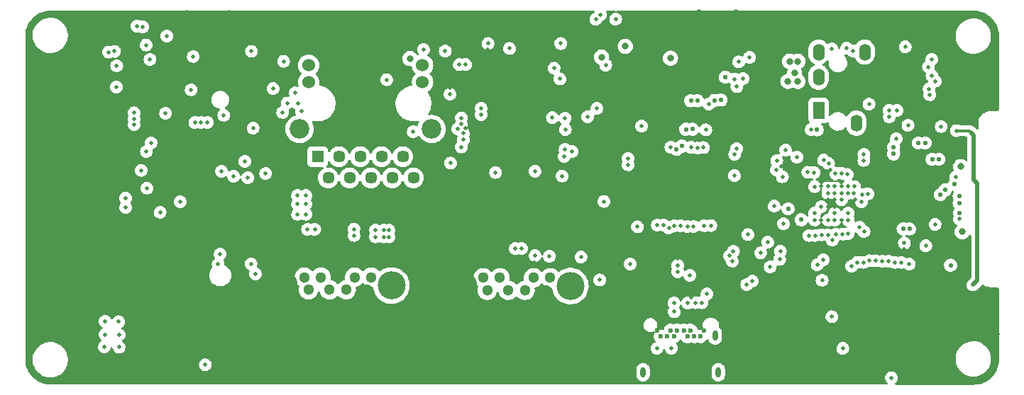
<source format=gbr>
G04 #@! TF.GenerationSoftware,KiCad,Pcbnew,(6.0.7)*
G04 #@! TF.CreationDate,2022-10-31T13:42:49+03:00*
G04 #@! TF.ProjectId,USB_HUB_ADAPTER,5553425f-4855-4425-9f41-444150544552,rev?*
G04 #@! TF.SameCoordinates,Original*
G04 #@! TF.FileFunction,Copper,L2,Inr*
G04 #@! TF.FilePolarity,Positive*
%FSLAX46Y46*%
G04 Gerber Fmt 4.6, Leading zero omitted, Abs format (unit mm)*
G04 Created by KiCad (PCBNEW (6.0.7)) date 2022-10-31 13:42:49*
%MOMM*%
%LPD*%
G01*
G04 APERTURE LIST*
G04 #@! TA.AperFunction,ComponentPad*
%ADD10R,1.400000X2.000000*%
G04 #@! TD*
G04 #@! TA.AperFunction,ComponentPad*
%ADD11O,1.400000X2.000000*%
G04 #@! TD*
G04 #@! TA.AperFunction,ComponentPad*
%ADD12C,3.345000*%
G04 #@! TD*
G04 #@! TA.AperFunction,ComponentPad*
%ADD13C,2.925000*%
G04 #@! TD*
G04 #@! TA.AperFunction,ComponentPad*
%ADD14C,1.300000*%
G04 #@! TD*
G04 #@! TA.AperFunction,ComponentPad*
%ADD15C,0.600000*%
G04 #@! TD*
G04 #@! TA.AperFunction,ComponentPad*
%ADD16O,0.600000X1.200000*%
G04 #@! TD*
G04 #@! TA.AperFunction,ComponentPad*
%ADD17C,3.400000*%
G04 #@! TD*
G04 #@! TA.AperFunction,ComponentPad*
%ADD18C,2.500000*%
G04 #@! TD*
G04 #@! TA.AperFunction,ComponentPad*
%ADD19R,1.446000X1.446000*%
G04 #@! TD*
G04 #@! TA.AperFunction,ComponentPad*
%ADD20C,1.446000*%
G04 #@! TD*
G04 #@! TA.AperFunction,ComponentPad*
%ADD21C,1.530000*%
G04 #@! TD*
G04 #@! TA.AperFunction,ComponentPad*
%ADD22C,2.355000*%
G04 #@! TD*
G04 #@! TA.AperFunction,ViaPad*
%ADD23C,0.500000*%
G04 #@! TD*
G04 #@! TA.AperFunction,ViaPad*
%ADD24C,0.800000*%
G04 #@! TD*
G04 #@! TA.AperFunction,ViaPad*
%ADD25C,0.550000*%
G04 #@! TD*
G04 #@! TA.AperFunction,Conductor*
%ADD26C,0.500000*%
G04 #@! TD*
G04 #@! TA.AperFunction,Conductor*
%ADD27C,0.308000*%
G04 #@! TD*
G04 #@! TA.AperFunction,Conductor*
%ADD28C,0.200000*%
G04 #@! TD*
G04 APERTURE END LIST*
D10*
X191667500Y-86100000D03*
D11*
X196167500Y-87600000D03*
X191667500Y-79100000D03*
X191667500Y-82100000D03*
X197167500Y-79100000D03*
D12*
X140700000Y-107025000D03*
X127900000Y-107025000D03*
D13*
X127900000Y-113625000D03*
X140700000Y-113625000D03*
D14*
X130300000Y-106025000D03*
X132300000Y-106025000D03*
X134300000Y-106025000D03*
X136300000Y-106025000D03*
X138300000Y-106025000D03*
X137800000Y-107525000D03*
X135300000Y-107525000D03*
X133300000Y-107525000D03*
X130800000Y-107525000D03*
D15*
X178000000Y-112400000D03*
X177600000Y-113100000D03*
X176800000Y-113100000D03*
X176400000Y-112400000D03*
X176000000Y-113100000D03*
X175600000Y-112400000D03*
X174800000Y-112400000D03*
X174400000Y-113100000D03*
X174000000Y-112400000D03*
X173600000Y-113100000D03*
X172800000Y-113100000D03*
X172400000Y-112400000D03*
D16*
X171070000Y-112990000D03*
X179330000Y-112990000D03*
X170710000Y-117390000D03*
X179690000Y-117390000D03*
D17*
X189922500Y-108515000D03*
X204422500Y-108515000D03*
D18*
X189922500Y-114515000D03*
X204422500Y-114515000D03*
D19*
X131900000Y-91600000D03*
D20*
X133170000Y-94140000D03*
X134440000Y-91600000D03*
X135710000Y-94140000D03*
X136980000Y-91600000D03*
X138250000Y-94140000D03*
X139520000Y-91600000D03*
X140790000Y-94140000D03*
X142060000Y-91600000D03*
X143330000Y-94140000D03*
D21*
X144415000Y-82700000D03*
X144415000Y-80670000D03*
X130815000Y-82700000D03*
X130815000Y-80670000D03*
D22*
X145490000Y-88300000D03*
X129740000Y-88300000D03*
D14*
X152145000Y-107586000D03*
X154645000Y-107586000D03*
X156645000Y-107586000D03*
X159145000Y-107586000D03*
X159645000Y-106086000D03*
X157645000Y-106086000D03*
X155645000Y-106086000D03*
X153645000Y-106086000D03*
X151645000Y-106086000D03*
D12*
X149245000Y-107086000D03*
D13*
X149245000Y-113686000D03*
X162045000Y-113686000D03*
D12*
X162045000Y-107086000D03*
D23*
X174110000Y-114540000D03*
X177715000Y-109070000D03*
X176965000Y-109070000D03*
X177225000Y-90575000D03*
X208100000Y-88500000D03*
X210075000Y-106950000D03*
X136750000Y-83000000D03*
X155200000Y-86800000D03*
X142030000Y-112100000D03*
X157600000Y-85600000D03*
X103000000Y-106750000D03*
X196725000Y-111575000D03*
X190540000Y-89640000D03*
X119250000Y-78300000D03*
X167570000Y-111140000D03*
X196835000Y-110215000D03*
X174838749Y-103760000D03*
X109800000Y-78400000D03*
X203600000Y-87600000D03*
X164875000Y-97675000D03*
D24*
X177310000Y-76420000D03*
D23*
X207730000Y-92260000D03*
X194380000Y-99180000D03*
X186270000Y-99330000D03*
X155490000Y-98310000D03*
X155950000Y-109950000D03*
X171010000Y-109540000D03*
X202050000Y-97350000D03*
X201750000Y-110540000D03*
X198350000Y-87250000D03*
X146500000Y-91300000D03*
X192780000Y-96780000D03*
X157775000Y-104250000D03*
X201850000Y-94350000D03*
X137100000Y-114800000D03*
X97390000Y-112970000D03*
D24*
X179640000Y-75230000D03*
D23*
X165750000Y-103750000D03*
X169876998Y-86032363D03*
X140690000Y-99290000D03*
X149620000Y-110830000D03*
X208740000Y-112010000D03*
X137260000Y-99350000D03*
D24*
X172480000Y-78500000D03*
D23*
X128690000Y-111290000D03*
X122050000Y-118520000D03*
X176475000Y-108450000D03*
X114150000Y-91050000D03*
X157400000Y-78600000D03*
X153540000Y-109700000D03*
X192790000Y-97580000D03*
X192880000Y-88320000D03*
X199850000Y-83450000D03*
X147700500Y-83362000D03*
X134200000Y-113450000D03*
X173250000Y-109900000D03*
X204000000Y-74500000D03*
X177180000Y-104440000D03*
X155200000Y-88200000D03*
X194380000Y-95180000D03*
X133150000Y-109800000D03*
X131025000Y-104525000D03*
X119200000Y-79550000D03*
X201889500Y-102650001D03*
X137770000Y-88820000D03*
X212550000Y-111590000D03*
X129754500Y-81690000D03*
X207330000Y-89260000D03*
X154902413Y-80542168D03*
X130050000Y-115810000D03*
X156400000Y-85600000D03*
D24*
X175620000Y-75240000D03*
D23*
X155200000Y-89600000D03*
X191990000Y-95180000D03*
X195610000Y-82620000D03*
X206419401Y-102673640D03*
X157600000Y-88200000D03*
X193900000Y-83550000D03*
D24*
X161740000Y-79800000D03*
X181780000Y-74399500D03*
D23*
X108100000Y-75350000D03*
X167560000Y-113990000D03*
X186070000Y-95449500D03*
X121874500Y-91300000D03*
X201100000Y-80900000D03*
X98000000Y-110750000D03*
X168960000Y-118230000D03*
X115150000Y-85950000D03*
X158800000Y-114950000D03*
X157600000Y-86800000D03*
X158800000Y-78800000D03*
X128720000Y-109920000D03*
X106600000Y-86200000D03*
X152500000Y-104375000D03*
X156400000Y-86800000D03*
X167570000Y-108470000D03*
X185130000Y-109480000D03*
X171674500Y-104065500D03*
X139060000Y-109810000D03*
X138300000Y-85350000D03*
X195980000Y-96780000D03*
X162122411Y-100447945D03*
X178320000Y-113740000D03*
X115730000Y-98980000D03*
X200050000Y-80850000D03*
X156350000Y-113500000D03*
X212170000Y-110580000D03*
X136390000Y-109210000D03*
X189760000Y-112030000D03*
X157600000Y-89600000D03*
X100000000Y-81350000D03*
X165433129Y-83203129D03*
X149571344Y-88191374D03*
X165490000Y-81660000D03*
X185600000Y-100140000D03*
X119480000Y-107990000D03*
X202350000Y-80950000D03*
X182780000Y-118160000D03*
X133850000Y-102675000D03*
X156400000Y-88200000D03*
X187185376Y-92752608D03*
X185600000Y-103530000D03*
X138450000Y-83000000D03*
X141740000Y-109770000D03*
X141886444Y-80736444D03*
X201000000Y-83500000D03*
X139040000Y-112140000D03*
X195950000Y-118450000D03*
X101850000Y-82250000D03*
X146000000Y-80800000D03*
X213030000Y-112860000D03*
X193580000Y-96780000D03*
X102200000Y-104710000D03*
X187960000Y-118100000D03*
X136490000Y-85710000D03*
X204220000Y-112060000D03*
X166500000Y-103250000D03*
X205100000Y-89300000D03*
X101650000Y-81550000D03*
X100450000Y-106800000D03*
X123810000Y-114270000D03*
X188875500Y-96170000D03*
X110160000Y-117220000D03*
X163840000Y-84400000D03*
X154940000Y-110890000D03*
X110850000Y-80850000D03*
D24*
X177390000Y-74399500D03*
D23*
X210030000Y-110950000D03*
X198587029Y-102549500D03*
X143070000Y-81390000D03*
X201050000Y-94350000D03*
X105550000Y-76700000D03*
X119700000Y-82500000D03*
X191980000Y-99170000D03*
X102510000Y-86190000D03*
D24*
X181830000Y-76430000D03*
D23*
X202350000Y-81750000D03*
X193580000Y-97580000D03*
X155200000Y-85600000D03*
X185940000Y-107710000D03*
X133550000Y-83000000D03*
X169150000Y-89274500D03*
X185120000Y-112860000D03*
X151580000Y-81350000D03*
X182630000Y-84210000D03*
X162820000Y-111090000D03*
X156400000Y-89600000D03*
X163663261Y-81266739D03*
X137050000Y-104625000D03*
X201800000Y-95150000D03*
X110550000Y-81750000D03*
X103740000Y-74380000D03*
X121340000Y-74310000D03*
X116260000Y-74340000D03*
X109480000Y-74560000D03*
X138400000Y-80550000D03*
X152200000Y-78800000D03*
X146100000Y-79900000D03*
X193060000Y-93230000D03*
X191500000Y-104525000D03*
X176434500Y-90500000D03*
X157819753Y-93346653D03*
X206300000Y-88000000D03*
X140125000Y-82400000D03*
X161075000Y-93925000D03*
X170550000Y-87950000D03*
X166050000Y-96965500D03*
X181906741Y-83234131D03*
X200100000Y-86850000D03*
X204450000Y-102275000D03*
X106950000Y-79100000D03*
X200925000Y-89450000D03*
X162240000Y-91000000D03*
X187731487Y-90813737D03*
X153125000Y-93500000D03*
X169190000Y-104440500D03*
X116800000Y-83600000D03*
X191990000Y-97580000D03*
X200350000Y-118050000D03*
X190756871Y-88368129D03*
X160800000Y-82300000D03*
X164100000Y-86825000D03*
X183225500Y-100928000D03*
X193574022Y-95963382D03*
X202007439Y-78483951D03*
X147750000Y-92375000D03*
X124000000Y-79000000D03*
X118500000Y-116500000D03*
X106512500Y-112887500D03*
X187102348Y-102901563D03*
X187490000Y-99632500D03*
X108212500Y-112887500D03*
X193250000Y-110750000D03*
X108150000Y-111350000D03*
X108200000Y-114400000D03*
X120700000Y-86650000D03*
X106550000Y-111300000D03*
X120425000Y-93349390D03*
X106450000Y-114350000D03*
X121875000Y-93950000D03*
X125690000Y-93610000D03*
X113750000Y-86400000D03*
X176307749Y-105800000D03*
X170050000Y-100000000D03*
D24*
X165775000Y-79700000D03*
D23*
X173797361Y-100147498D03*
D24*
X142925000Y-79875000D03*
D23*
X186370000Y-97525000D03*
X181650000Y-82320000D03*
X178550000Y-85300000D03*
D24*
X173999501Y-79827535D03*
D23*
X178200000Y-88400000D03*
X174042535Y-90476858D03*
X176000000Y-99966672D03*
X174849431Y-104625000D03*
X176750000Y-99966672D03*
X174849431Y-105375000D03*
X130690000Y-100310000D03*
X181890500Y-90654173D03*
X181668685Y-91317573D03*
X175280000Y-98120000D03*
X175250000Y-96950000D03*
X175350000Y-93480000D03*
X131548630Y-100294931D03*
X195177327Y-100816811D03*
X195200000Y-99175000D03*
X193587500Y-99180000D03*
X195200000Y-95175000D03*
X192787500Y-95180000D03*
X193587500Y-95180000D03*
X196770000Y-97010000D03*
X195970000Y-95180000D03*
X191190000Y-95190000D03*
X192787500Y-99180000D03*
X191187500Y-99180000D03*
X192764612Y-95976251D03*
X193300000Y-101591000D03*
X192084404Y-106379500D03*
X193587500Y-98380000D03*
X194390000Y-96780000D03*
X194550000Y-114550000D03*
X195190000Y-98380000D03*
X195601220Y-104687777D03*
X160891569Y-78079500D03*
X161450000Y-88350000D03*
X178350000Y-108024500D03*
X163318791Y-103630050D03*
X167450000Y-75160500D03*
X165220000Y-85840000D03*
D25*
X180531167Y-82093833D03*
D23*
X166270000Y-80649500D03*
X154784500Y-78662500D03*
X160102234Y-81033057D03*
X130500000Y-97250000D03*
X130500000Y-98500000D03*
X118000000Y-87500000D03*
X130500000Y-96250000D03*
X129500000Y-97250000D03*
X129500000Y-96250000D03*
X118750000Y-87500000D03*
X117250000Y-87500000D03*
X129500000Y-98500000D03*
X127835250Y-80200000D03*
X129950000Y-86200000D03*
X129550000Y-85250000D03*
X126575000Y-83475000D03*
X173175000Y-99785587D03*
X155475000Y-102598579D03*
X172425000Y-99785587D03*
X156225000Y-102598579D03*
X175187500Y-99865498D03*
X159550000Y-103525000D03*
X157825000Y-103450000D03*
X174437500Y-99865498D03*
X176050000Y-109125000D03*
X174399414Y-109099414D03*
X172375000Y-114550000D03*
D25*
X179270501Y-84875000D03*
X180018475Y-84827154D03*
D23*
X136224502Y-100275000D03*
X177925000Y-90525000D03*
X136224502Y-101025000D03*
X197030000Y-104243189D03*
X191245275Y-101040944D03*
X190495275Y-101040944D03*
X196280000Y-104243189D03*
X198484111Y-104070613D03*
X192762500Y-100949825D03*
X197734111Y-104070613D03*
X192012500Y-100949825D03*
X200030000Y-104126190D03*
X194480172Y-100874071D03*
X193730172Y-100874071D03*
X199280000Y-104126190D03*
X196554883Y-100034834D03*
X201530000Y-104255713D03*
X197085215Y-100565166D03*
X200780000Y-104255713D03*
X149275000Y-88825000D03*
X149275000Y-89575000D03*
X149050000Y-86975000D03*
X149050000Y-87725000D03*
X151400500Y-85825000D03*
X151400500Y-86575000D03*
X149550000Y-80600000D03*
X148800000Y-80600000D03*
X140400000Y-101200000D03*
X139800000Y-100400000D03*
X138800000Y-100400000D03*
X140400000Y-100400000D03*
D24*
X208600000Y-92800000D03*
X188800000Y-81600000D03*
X189200000Y-80200000D03*
X188000000Y-82600000D03*
D25*
X207410000Y-104600000D03*
D24*
X189200000Y-82600000D03*
X208800000Y-100600000D03*
D23*
X138800000Y-101200000D03*
X139800000Y-101200000D03*
D24*
X188200000Y-80200000D03*
D23*
X191190000Y-98370000D03*
X192220000Y-103920000D03*
X185891054Y-104800500D03*
X187010000Y-103900500D03*
X202490000Y-104470000D03*
D25*
X189600000Y-99160000D03*
X205215654Y-91918211D03*
X206015654Y-91918211D03*
X206192157Y-96157843D03*
X206757843Y-95592157D03*
X202505500Y-100250000D03*
X208483081Y-98350000D03*
X201755997Y-100250000D03*
X207875000Y-94925000D03*
X203575000Y-89975000D03*
X175350000Y-90350000D03*
X204375000Y-89975000D03*
X174714589Y-90747500D03*
X200609340Y-91284526D03*
X176425000Y-84925722D03*
X177225000Y-84925722D03*
X200609340Y-90484526D03*
D23*
X112010500Y-89975000D03*
X111475000Y-91000000D03*
X110825000Y-93250000D03*
X111527084Y-95364973D03*
X108975000Y-96550000D03*
X109000000Y-97675000D03*
X110325500Y-76000000D03*
X165617833Y-74637501D03*
X168925000Y-91825000D03*
X165087501Y-75167833D03*
X111021179Y-76073031D03*
X168925000Y-92575000D03*
X127720500Y-86311914D03*
X111424501Y-78250000D03*
X111900000Y-79978466D03*
X124200000Y-88200000D03*
X113900000Y-77190500D03*
X123210500Y-92175000D03*
X117050000Y-79625000D03*
X123570500Y-94124502D03*
X109985500Y-87774006D03*
X123945500Y-104450000D03*
X124475000Y-105625000D03*
X109985500Y-87074503D03*
X128250000Y-85200000D03*
X109985500Y-86375000D03*
X107875000Y-83275000D03*
X129225000Y-83975000D03*
X174420000Y-110160000D03*
X208023892Y-94048187D03*
X183775000Y-106506272D03*
X208458081Y-99075000D03*
X183100000Y-106900000D03*
X144525000Y-78779500D03*
X152215500Y-78079500D03*
X186669113Y-92081362D03*
X186632291Y-93180862D03*
X147675000Y-84125000D03*
X147125000Y-78975000D03*
D25*
X188025000Y-97850000D03*
X191481028Y-88390500D03*
X176608025Y-88323843D03*
X208446449Y-96350000D03*
X208446449Y-97150000D03*
X175829591Y-88329591D03*
D23*
X149032343Y-90450000D03*
X143300500Y-88600000D03*
X161415500Y-90746770D03*
X161301056Y-91576056D03*
X148626071Y-88281407D03*
X113100000Y-98250000D03*
X120025000Y-104475000D03*
X120250000Y-103250000D03*
X115500000Y-97000000D03*
X189075212Y-91673101D03*
X181625000Y-93859500D03*
X194380000Y-95970000D03*
X195074510Y-93738370D03*
D24*
X168600000Y-78400000D03*
D23*
X107925000Y-80725000D03*
X107660500Y-79000000D03*
X200050000Y-86062000D03*
X197675000Y-85325000D03*
X195775000Y-78975000D03*
X193250000Y-78725000D03*
X195190000Y-95980000D03*
X195888641Y-96014714D03*
X201901345Y-101950599D03*
X165550000Y-106350500D03*
X195000000Y-78650000D03*
X205564287Y-99725713D03*
X187350500Y-94010905D03*
X201030500Y-86062000D03*
X204775000Y-80875000D03*
X181053024Y-103463065D03*
X181356871Y-104093129D03*
X205160500Y-79975000D03*
X181500000Y-102925000D03*
X205200000Y-81950000D03*
X205575000Y-82575000D03*
X184750000Y-103125000D03*
X183425000Y-79725000D03*
X182665500Y-82283534D03*
X204850000Y-83500000D03*
X182136000Y-80265500D03*
X204930180Y-84194892D03*
X185589500Y-101825000D03*
X202330000Y-87840000D03*
X159896534Y-86950000D03*
X177980000Y-99860000D03*
X178810519Y-99840654D03*
X161424500Y-86995500D03*
X196854333Y-96149953D03*
X197550125Y-96042514D03*
X194389940Y-93594619D03*
X193690564Y-93581300D03*
X192850862Y-92403913D03*
X192260000Y-92029500D03*
X191125000Y-93500000D03*
X197073198Y-92063544D03*
X190375000Y-93475000D03*
X197073198Y-91313544D03*
D26*
X210175000Y-94375000D02*
X210622875Y-94822875D01*
D27*
X209625000Y-88500000D02*
X209800000Y-88675000D01*
X208100000Y-88500000D02*
X209625000Y-88500000D01*
D26*
X209800000Y-88675000D02*
X210175000Y-89050000D01*
X210175000Y-89050000D02*
X210175000Y-94375000D01*
X210622875Y-106402125D02*
X210075000Y-106950000D01*
X210622875Y-94822875D02*
X210622875Y-106402125D01*
D28*
X191990000Y-94900000D02*
X191990000Y-95180000D01*
X193060000Y-93230000D02*
X192920000Y-93370000D01*
X194380000Y-99180000D02*
X194380000Y-99680000D01*
X192190000Y-100030000D02*
X191980000Y-99820000D01*
X194380000Y-95180000D02*
X194380000Y-94850000D01*
X194030000Y-100030000D02*
X192190000Y-100030000D01*
X194110000Y-94580000D02*
X192920000Y-94580000D01*
X191970000Y-96450000D02*
X192300000Y-96780000D01*
X191980000Y-99820000D02*
X191980000Y-99170000D01*
X194380000Y-99680000D02*
X194030000Y-100030000D01*
X192920000Y-94580000D02*
X192310000Y-94580000D01*
X192300000Y-96780000D02*
X192780000Y-96780000D01*
X191990000Y-95180000D02*
X191990000Y-96430000D01*
X194380000Y-94850000D02*
X194110000Y-94580000D01*
X192920000Y-93370000D02*
X192920000Y-94580000D01*
X191990000Y-96430000D02*
X191970000Y-96450000D01*
X192310000Y-94580000D02*
X191990000Y-94900000D01*
G04 #@! TA.AperFunction,Conductor*
G36*
X164873126Y-74178502D02*
G01*
X164919619Y-74232158D01*
X164929723Y-74302432D01*
X164923408Y-74327589D01*
X164904665Y-74379086D01*
X164862573Y-74436255D01*
X164826870Y-74455267D01*
X164812176Y-74460269D01*
X164769176Y-74474907D01*
X164769171Y-74474910D01*
X164762504Y-74477179D01*
X164756506Y-74480869D01*
X164756504Y-74480870D01*
X164623566Y-74562654D01*
X164623564Y-74562656D01*
X164617567Y-74566345D01*
X164495987Y-74685406D01*
X164492176Y-74691320D01*
X164492174Y-74691322D01*
X164466114Y-74731759D01*
X164403805Y-74828443D01*
X164345604Y-74988349D01*
X164324276Y-75157176D01*
X164340882Y-75326532D01*
X164343106Y-75333217D01*
X164343106Y-75333218D01*
X164343633Y-75334801D01*
X164394595Y-75488000D01*
X164398242Y-75494022D01*
X164398243Y-75494024D01*
X164461765Y-75598910D01*
X164482747Y-75633556D01*
X164600956Y-75755965D01*
X164621597Y-75769472D01*
X164735896Y-75844267D01*
X164743347Y-75849143D01*
X164749951Y-75851599D01*
X164749953Y-75851600D01*
X164786345Y-75865134D01*
X164902842Y-75908459D01*
X165071516Y-75930965D01*
X165078527Y-75930327D01*
X165078531Y-75930327D01*
X165233963Y-75916181D01*
X165240984Y-75915542D01*
X165247686Y-75913364D01*
X165247688Y-75913364D01*
X165396124Y-75865134D01*
X165396127Y-75865133D01*
X165402823Y-75862957D01*
X165548991Y-75775823D01*
X165554085Y-75770972D01*
X165554089Y-75770969D01*
X165657161Y-75672814D01*
X165672222Y-75658472D01*
X165766392Y-75516735D01*
X165801259Y-75424949D01*
X165844147Y-75368372D01*
X165880109Y-75349861D01*
X165926459Y-75334801D01*
X165926461Y-75334800D01*
X165933155Y-75332625D01*
X166079323Y-75245491D01*
X166084417Y-75240640D01*
X166084421Y-75240637D01*
X166166620Y-75162359D01*
X166202554Y-75128140D01*
X166217180Y-75106127D01*
X166262747Y-75037542D01*
X166296724Y-74986403D01*
X166357152Y-74827326D01*
X166380834Y-74658814D01*
X166381132Y-74637501D01*
X166362164Y-74468393D01*
X166312555Y-74325936D01*
X166309041Y-74255028D01*
X166344422Y-74193476D01*
X166407464Y-74160823D01*
X166431546Y-74158500D01*
X167322370Y-74158500D01*
X167390491Y-74178502D01*
X167436984Y-74232158D01*
X167447088Y-74302432D01*
X167417594Y-74367012D01*
X167357868Y-74405396D01*
X167335540Y-74409810D01*
X167293101Y-74414270D01*
X167293097Y-74414271D01*
X167286093Y-74415007D01*
X167279422Y-74417278D01*
X167131673Y-74467575D01*
X167131670Y-74467576D01*
X167125003Y-74469846D01*
X167119005Y-74473536D01*
X167119003Y-74473537D01*
X166986065Y-74555321D01*
X166986063Y-74555323D01*
X166980066Y-74559012D01*
X166858486Y-74678073D01*
X166854675Y-74683987D01*
X166854673Y-74683989D01*
X166822453Y-74733984D01*
X166766304Y-74821110D01*
X166708103Y-74981016D01*
X166686775Y-75149843D01*
X166703381Y-75319199D01*
X166705605Y-75325884D01*
X166705605Y-75325885D01*
X166725143Y-75384617D01*
X166757094Y-75480667D01*
X166760741Y-75486689D01*
X166760742Y-75486691D01*
X166828705Y-75598910D01*
X166845246Y-75626223D01*
X166963455Y-75748632D01*
X167105846Y-75841810D01*
X167112450Y-75844266D01*
X167112452Y-75844267D01*
X167148844Y-75857801D01*
X167265341Y-75901126D01*
X167434015Y-75923632D01*
X167441026Y-75922994D01*
X167441030Y-75922994D01*
X167596462Y-75908848D01*
X167603483Y-75908209D01*
X167610185Y-75906031D01*
X167610187Y-75906031D01*
X167758623Y-75857801D01*
X167758626Y-75857800D01*
X167765322Y-75855624D01*
X167911490Y-75768490D01*
X167916584Y-75763639D01*
X167916588Y-75763636D01*
X168015469Y-75669472D01*
X168034721Y-75651139D01*
X168128891Y-75509402D01*
X168189319Y-75350325D01*
X168191807Y-75332625D01*
X168200425Y-75271299D01*
X168213001Y-75181813D01*
X168213299Y-75160500D01*
X168194331Y-74991392D01*
X168190300Y-74979815D01*
X168140686Y-74837346D01*
X168138368Y-74830689D01*
X168133264Y-74822520D01*
X168076549Y-74731759D01*
X168048192Y-74686379D01*
X168016900Y-74654867D01*
X167933248Y-74570629D01*
X167928286Y-74565632D01*
X167912039Y-74555321D01*
X167873406Y-74530804D01*
X167784608Y-74474451D01*
X167624300Y-74417368D01*
X167559271Y-74409614D01*
X167493997Y-74381687D01*
X167454184Y-74322904D01*
X167452472Y-74251928D01*
X167489404Y-74191293D01*
X167553255Y-74160251D01*
X167574189Y-74158500D01*
X210173512Y-74158500D01*
X210192897Y-74160000D01*
X210207730Y-74162310D01*
X210207734Y-74162310D01*
X210216603Y-74163691D01*
X210235315Y-74161244D01*
X210258245Y-74160353D01*
X210528982Y-74174540D01*
X210542091Y-74175918D01*
X210838333Y-74222836D01*
X210851222Y-74225575D01*
X211079241Y-74286671D01*
X211140933Y-74303201D01*
X211153476Y-74307277D01*
X211433473Y-74414756D01*
X211445521Y-74420120D01*
X211712751Y-74556279D01*
X211724173Y-74562873D01*
X211975710Y-74726221D01*
X211986380Y-74733973D01*
X212219465Y-74922720D01*
X212229266Y-74931545D01*
X212441345Y-75143623D01*
X212450170Y-75153424D01*
X212624349Y-75368516D01*
X212638911Y-75386499D01*
X212646663Y-75397169D01*
X212810012Y-75648703D01*
X212816607Y-75660125D01*
X212952773Y-75927363D01*
X212958137Y-75939412D01*
X213065615Y-76219401D01*
X213069691Y-76231944D01*
X213147319Y-76521653D01*
X213150061Y-76534553D01*
X213196980Y-76830786D01*
X213198358Y-76843902D01*
X213210066Y-77067297D01*
X213212156Y-77107183D01*
X213210829Y-77133155D01*
X213209184Y-77143724D01*
X213210348Y-77152626D01*
X213210348Y-77152628D01*
X213213311Y-77175283D01*
X213214375Y-77191621D01*
X213214375Y-85750633D01*
X213212875Y-85770018D01*
X213210578Y-85784774D01*
X213209184Y-85793724D01*
X213210348Y-85802625D01*
X213210238Y-85811600D01*
X213210034Y-85811598D01*
X213210024Y-85833046D01*
X213203200Y-85884878D01*
X213194686Y-85916650D01*
X213168274Y-85980413D01*
X213151828Y-86008899D01*
X213109809Y-86063658D01*
X213086549Y-86086917D01*
X213031791Y-86128933D01*
X213003306Y-86145378D01*
X212939534Y-86171792D01*
X212907766Y-86180303D01*
X212859437Y-86186664D01*
X212841452Y-86187733D01*
X212838040Y-86187691D01*
X212829165Y-86186309D01*
X212820262Y-86187473D01*
X212820261Y-86187473D01*
X212797590Y-86190437D01*
X212781256Y-86191500D01*
X212176110Y-86191500D01*
X212155211Y-86189754D01*
X212147588Y-86188472D01*
X212140212Y-86187231D01*
X212140209Y-86187231D01*
X212135413Y-86186424D01*
X212128959Y-86186345D01*
X212127719Y-86186330D01*
X212127716Y-86186330D01*
X212122861Y-86186271D01*
X212118054Y-86186960D01*
X212118047Y-86186960D01*
X212113673Y-86187587D01*
X212105704Y-86188471D01*
X211901842Y-86204520D01*
X211686266Y-86256281D01*
X211481441Y-86341127D01*
X211477223Y-86343712D01*
X211477219Y-86343714D01*
X211404635Y-86388196D01*
X211292411Y-86456970D01*
X211123829Y-86600957D01*
X211081260Y-86650800D01*
X210984461Y-86764141D01*
X210979847Y-86769543D01*
X210864009Y-86958576D01*
X210862114Y-86963151D01*
X210862112Y-86963155D01*
X210781381Y-87158064D01*
X210779169Y-87163404D01*
X210755142Y-87263484D01*
X210730000Y-87368210D01*
X210727414Y-87378981D01*
X210716864Y-87513037D01*
X210712248Y-87571688D01*
X210711136Y-87581187D01*
X210710565Y-87584851D01*
X210710565Y-87584855D01*
X210709184Y-87593724D01*
X210710348Y-87602626D01*
X210710348Y-87602628D01*
X210711990Y-87615182D01*
X210713274Y-87624997D01*
X210713311Y-87625283D01*
X210714375Y-87641621D01*
X210714375Y-88212504D01*
X210694373Y-88280625D01*
X210640717Y-88327118D01*
X210570443Y-88337222D01*
X210505863Y-88307728D01*
X210499280Y-88301599D01*
X210305021Y-88107340D01*
X210201284Y-88025266D01*
X210194653Y-88022167D01*
X210194650Y-88022165D01*
X210047682Y-87953477D01*
X210047678Y-87953476D01*
X210041050Y-87950378D01*
X210033885Y-87948888D01*
X210033880Y-87948886D01*
X210005743Y-87943033D01*
X209970954Y-87929347D01*
X209970714Y-87929159D01*
X209963797Y-87926036D01*
X209957777Y-87922390D01*
X209952777Y-87919538D01*
X209946573Y-87916212D01*
X209940364Y-87911848D01*
X209933293Y-87909091D01*
X209933289Y-87909089D01*
X209884902Y-87890224D01*
X209878821Y-87887668D01*
X209863559Y-87880777D01*
X209824570Y-87863173D01*
X209817100Y-87861788D01*
X209810382Y-87859683D01*
X209804862Y-87858111D01*
X209798045Y-87856361D01*
X209790967Y-87853601D01*
X209783438Y-87852610D01*
X209783435Y-87852609D01*
X209731952Y-87845831D01*
X209725438Y-87844799D01*
X209674374Y-87835335D01*
X209674371Y-87835335D01*
X209666905Y-87833951D01*
X209659325Y-87834388D01*
X209659324Y-87834388D01*
X209608976Y-87837291D01*
X209601723Y-87837500D01*
X208508322Y-87837500D01*
X208447386Y-87819796D01*
X208446889Y-87820815D01*
X208440990Y-87817938D01*
X208440808Y-87817885D01*
X208440564Y-87817730D01*
X208440558Y-87817727D01*
X208434608Y-87813951D01*
X208274300Y-87756868D01*
X208105329Y-87736720D01*
X208098326Y-87737456D01*
X208098325Y-87737456D01*
X207943101Y-87753770D01*
X207943097Y-87753771D01*
X207936093Y-87754507D01*
X207929422Y-87756778D01*
X207781673Y-87807075D01*
X207781670Y-87807076D01*
X207775003Y-87809346D01*
X207769005Y-87813036D01*
X207769003Y-87813037D01*
X207636065Y-87894821D01*
X207636063Y-87894823D01*
X207630066Y-87898512D01*
X207572436Y-87954948D01*
X207515131Y-88011066D01*
X207508486Y-88017573D01*
X207504675Y-88023487D01*
X207504673Y-88023489D01*
X207420896Y-88153484D01*
X207416304Y-88160610D01*
X207389699Y-88233706D01*
X207361353Y-88311588D01*
X207358103Y-88320516D01*
X207336775Y-88489343D01*
X207353381Y-88658699D01*
X207355605Y-88665384D01*
X207355605Y-88665385D01*
X207364002Y-88690626D01*
X207407094Y-88820167D01*
X207410741Y-88826189D01*
X207410742Y-88826191D01*
X207490563Y-88957990D01*
X207495246Y-88965723D01*
X207613455Y-89088132D01*
X207657934Y-89117238D01*
X207704919Y-89147984D01*
X207755846Y-89181310D01*
X207762450Y-89183766D01*
X207762452Y-89183767D01*
X207827586Y-89207990D01*
X207915341Y-89240626D01*
X208084015Y-89263132D01*
X208091026Y-89262494D01*
X208091030Y-89262494D01*
X208246462Y-89248348D01*
X208253483Y-89247709D01*
X208260185Y-89245531D01*
X208260187Y-89245531D01*
X208408623Y-89197301D01*
X208408626Y-89197300D01*
X208415322Y-89195124D01*
X208440238Y-89180271D01*
X208504756Y-89162500D01*
X209162629Y-89162500D01*
X209230750Y-89182502D01*
X209251724Y-89199405D01*
X209379595Y-89327276D01*
X209413621Y-89389588D01*
X209416500Y-89416371D01*
X209416500Y-92023868D01*
X209396498Y-92091989D01*
X209342842Y-92138482D01*
X209272568Y-92148586D01*
X209211936Y-92120193D01*
X209211253Y-92121134D01*
X209206371Y-92117587D01*
X209093540Y-92035610D01*
X209062094Y-92012763D01*
X209062093Y-92012762D01*
X209056752Y-92008882D01*
X209050724Y-92006198D01*
X209050722Y-92006197D01*
X208888319Y-91933891D01*
X208888318Y-91933891D01*
X208882288Y-91931206D01*
X208769359Y-91907202D01*
X208701944Y-91892872D01*
X208701939Y-91892872D01*
X208695487Y-91891500D01*
X208504513Y-91891500D01*
X208498061Y-91892872D01*
X208498056Y-91892872D01*
X208430641Y-91907202D01*
X208317712Y-91931206D01*
X208311682Y-91933891D01*
X208311681Y-91933891D01*
X208149278Y-92006197D01*
X208149276Y-92006198D01*
X208143248Y-92008882D01*
X208137907Y-92012762D01*
X208137906Y-92012763D01*
X208106460Y-92035610D01*
X207988747Y-92121134D01*
X207984326Y-92126044D01*
X207984325Y-92126045D01*
X207875645Y-92246747D01*
X207860960Y-92263056D01*
X207808216Y-92354411D01*
X207769512Y-92421449D01*
X207765473Y-92428444D01*
X207706458Y-92610072D01*
X207705768Y-92616633D01*
X207705768Y-92616635D01*
X207691455Y-92752815D01*
X207686496Y-92800000D01*
X207687186Y-92806565D01*
X207705219Y-92978136D01*
X207706458Y-92989928D01*
X207765473Y-93171556D01*
X207768777Y-93177279D01*
X207771461Y-93183307D01*
X207769729Y-93184078D01*
X207784315Y-93244186D01*
X207761098Y-93311279D01*
X207710423Y-93349047D01*
X207711937Y-93352264D01*
X207705564Y-93355263D01*
X207698895Y-93357533D01*
X207692899Y-93361222D01*
X207692895Y-93361224D01*
X207559957Y-93443008D01*
X207559955Y-93443010D01*
X207553958Y-93446699D01*
X207494064Y-93505352D01*
X207462280Y-93536478D01*
X207432378Y-93565760D01*
X207428567Y-93571674D01*
X207428565Y-93571676D01*
X207354239Y-93687006D01*
X207340196Y-93708797D01*
X207315960Y-93775385D01*
X207289241Y-93848796D01*
X207281995Y-93868703D01*
X207260667Y-94037530D01*
X207277273Y-94206886D01*
X207279498Y-94213574D01*
X207279498Y-94213575D01*
X207304304Y-94288146D01*
X207306827Y-94359097D01*
X207272908Y-94417937D01*
X207263989Y-94426671D01*
X207168769Y-94574424D01*
X207166358Y-94581047D01*
X207166357Y-94581050D01*
X207115109Y-94721854D01*
X207108650Y-94739600D01*
X207108571Y-94740228D01*
X207074378Y-94799538D01*
X207011295Y-94832110D01*
X206951594Y-94827591D01*
X206951380Y-94828502D01*
X206945543Y-94827133D01*
X206945101Y-94827099D01*
X206937888Y-94824531D01*
X206930900Y-94823698D01*
X206930897Y-94823697D01*
X206801512Y-94808269D01*
X206763347Y-94803718D01*
X206756344Y-94804454D01*
X206756343Y-94804454D01*
X206707530Y-94809585D01*
X206588533Y-94822092D01*
X206581867Y-94824361D01*
X206581864Y-94824362D01*
X206428798Y-94876470D01*
X206428795Y-94876471D01*
X206422134Y-94878739D01*
X206416136Y-94882429D01*
X206416134Y-94882430D01*
X206278422Y-94967151D01*
X206278419Y-94967154D01*
X206272420Y-94970844D01*
X206146832Y-95093828D01*
X206051612Y-95241581D01*
X206049203Y-95248201D01*
X206049201Y-95248204D01*
X206015590Y-95340549D01*
X205973495Y-95397720D01*
X205937795Y-95416732D01*
X205863112Y-95442156D01*
X205863109Y-95442157D01*
X205856448Y-95444425D01*
X205850450Y-95448115D01*
X205850448Y-95448116D01*
X205712736Y-95532837D01*
X205712733Y-95532840D01*
X205706734Y-95536530D01*
X205581146Y-95659514D01*
X205485926Y-95807267D01*
X205483515Y-95813890D01*
X205483514Y-95813893D01*
X205428217Y-95965820D01*
X205428216Y-95965825D01*
X205425807Y-95972443D01*
X205403776Y-96146834D01*
X205420929Y-96321773D01*
X205423153Y-96328458D01*
X205423153Y-96328459D01*
X205436325Y-96368054D01*
X205476413Y-96488563D01*
X205480060Y-96494585D01*
X205480061Y-96494587D01*
X205559714Y-96626110D01*
X205567470Y-96638917D01*
X205572359Y-96643980D01*
X205572360Y-96643981D01*
X205595333Y-96667770D01*
X205689575Y-96765360D01*
X205836659Y-96861609D01*
X205843263Y-96864065D01*
X205994810Y-96920425D01*
X205994812Y-96920426D01*
X206001412Y-96922880D01*
X206008393Y-96923811D01*
X206008395Y-96923812D01*
X206168664Y-96945197D01*
X206168668Y-96945197D01*
X206175645Y-96946128D01*
X206182656Y-96945490D01*
X206182660Y-96945490D01*
X206343677Y-96930836D01*
X206350698Y-96930197D01*
X206357400Y-96928019D01*
X206357402Y-96928019D01*
X206511173Y-96878056D01*
X206511176Y-96878055D01*
X206517872Y-96875879D01*
X206668858Y-96785873D01*
X206673952Y-96781022D01*
X206673956Y-96781019D01*
X206757405Y-96701551D01*
X206796151Y-96664654D01*
X206893424Y-96518246D01*
X206895925Y-96511661D01*
X206895928Y-96511656D01*
X206935375Y-96407810D01*
X206978263Y-96351231D01*
X207014227Y-96332720D01*
X207076859Y-96312370D01*
X207076862Y-96312369D01*
X207083558Y-96310193D01*
X207214159Y-96232339D01*
X207228500Y-96223790D01*
X207234544Y-96220187D01*
X207239638Y-96215336D01*
X207239642Y-96215333D01*
X207331910Y-96127467D01*
X207361837Y-96098968D01*
X207459110Y-95952560D01*
X207514302Y-95807267D01*
X207519028Y-95794826D01*
X207519028Y-95794825D01*
X207521530Y-95788239D01*
X207522511Y-95781261D01*
X207523333Y-95778058D01*
X207559648Y-95717051D01*
X207623180Y-95685362D01*
X207675853Y-95687134D01*
X207677661Y-95687585D01*
X207684255Y-95690037D01*
X207691232Y-95690968D01*
X207722588Y-95695152D01*
X207787464Y-95723988D01*
X207826452Y-95783322D01*
X207827172Y-95854315D01*
X207811836Y-95888294D01*
X207740218Y-95999424D01*
X207737807Y-96006047D01*
X207737806Y-96006050D01*
X207682509Y-96157977D01*
X207682508Y-96157982D01*
X207680099Y-96164600D01*
X207658068Y-96338991D01*
X207675221Y-96513930D01*
X207677445Y-96520615D01*
X207677445Y-96520616D01*
X207692005Y-96564383D01*
X207730705Y-96680720D01*
X207734353Y-96686744D01*
X207737309Y-96693141D01*
X207735465Y-96693993D01*
X207751093Y-96753005D01*
X207739606Y-96799201D01*
X207740218Y-96799424D01*
X207737809Y-96806044D01*
X207737807Y-96806047D01*
X207682509Y-96957977D01*
X207682508Y-96957982D01*
X207680099Y-96964600D01*
X207658068Y-97138991D01*
X207675221Y-97313930D01*
X207677445Y-97320615D01*
X207677445Y-97320616D01*
X207690181Y-97358902D01*
X207730705Y-97480720D01*
X207734352Y-97486742D01*
X207734353Y-97486744D01*
X207817339Y-97623770D01*
X207821762Y-97631074D01*
X207843362Y-97653441D01*
X207869413Y-97680418D01*
X207902345Y-97743315D01*
X207896045Y-97814031D01*
X207876653Y-97847183D01*
X207872070Y-97851671D01*
X207776850Y-97999424D01*
X207774439Y-98006047D01*
X207774438Y-98006050D01*
X207719141Y-98157977D01*
X207719140Y-98157982D01*
X207716731Y-98164600D01*
X207694700Y-98338991D01*
X207711853Y-98513930D01*
X207714077Y-98520615D01*
X207714077Y-98520616D01*
X207721728Y-98543616D01*
X207763855Y-98670251D01*
X207766393Y-98677881D01*
X207768916Y-98748832D01*
X207765239Y-98760739D01*
X207716184Y-98895516D01*
X207694856Y-99064343D01*
X207711462Y-99233699D01*
X207713686Y-99240384D01*
X207713686Y-99240385D01*
X207730727Y-99291612D01*
X207765175Y-99395167D01*
X207768822Y-99401189D01*
X207768823Y-99401191D01*
X207849397Y-99534233D01*
X207853327Y-99540723D01*
X207971536Y-99663132D01*
X208027973Y-99700063D01*
X208105715Y-99750936D01*
X208113927Y-99756310D01*
X208120534Y-99758767D01*
X208120813Y-99758908D01*
X208172598Y-99807476D01*
X208189904Y-99876331D01*
X208167238Y-99943612D01*
X208157638Y-99955684D01*
X208071270Y-100051606D01*
X208060960Y-100063056D01*
X208020402Y-100133304D01*
X207976666Y-100209058D01*
X207965473Y-100228444D01*
X207906458Y-100410072D01*
X207905768Y-100416633D01*
X207905768Y-100416635D01*
X207891515Y-100552246D01*
X207886496Y-100600000D01*
X207887186Y-100606565D01*
X207903932Y-100765891D01*
X207906458Y-100789928D01*
X207965473Y-100971556D01*
X207968776Y-100977278D01*
X207968777Y-100977279D01*
X207994801Y-101022354D01*
X208060960Y-101136944D01*
X208065378Y-101141851D01*
X208065379Y-101141852D01*
X208171710Y-101259945D01*
X208188747Y-101278866D01*
X208343248Y-101391118D01*
X208349276Y-101393802D01*
X208349278Y-101393803D01*
X208426996Y-101428405D01*
X208517712Y-101468794D01*
X208596825Y-101485610D01*
X208698056Y-101507128D01*
X208698061Y-101507128D01*
X208704513Y-101508500D01*
X208895487Y-101508500D01*
X208901939Y-101507128D01*
X208901944Y-101507128D01*
X209003175Y-101485610D01*
X209082288Y-101468794D01*
X209173004Y-101428405D01*
X209250722Y-101393803D01*
X209250724Y-101393802D01*
X209256752Y-101391118D01*
X209411253Y-101278866D01*
X209428290Y-101259945D01*
X209534621Y-101141852D01*
X209534622Y-101141851D01*
X209539040Y-101136944D01*
X209597576Y-101035557D01*
X209629256Y-100980686D01*
X209680639Y-100931693D01*
X209750352Y-100918257D01*
X209816263Y-100944643D01*
X209857445Y-101002476D01*
X209864375Y-101043686D01*
X209864375Y-106035754D01*
X209844373Y-106103875D01*
X209827470Y-106124849D01*
X209544803Y-106407516D01*
X209543866Y-106408444D01*
X209483486Y-106467573D01*
X209479668Y-106473498D01*
X209479665Y-106473501D01*
X209460528Y-106503194D01*
X209453432Y-106513115D01*
X209425266Y-106548716D01*
X209413237Y-106574454D01*
X209405004Y-106589352D01*
X209398864Y-106598880D01*
X209391304Y-106610610D01*
X209377260Y-106649197D01*
X209375481Y-106654084D01*
X209371235Y-106664324D01*
X209350378Y-106708950D01*
X209345871Y-106730621D01*
X209345384Y-106732961D01*
X209340425Y-106750398D01*
X209335512Y-106763896D01*
X209335511Y-106763901D01*
X209333103Y-106770516D01*
X209327619Y-106813928D01*
X209326817Y-106820273D01*
X209325172Y-106830135D01*
X209314360Y-106882115D01*
X209314558Y-106889432D01*
X209314918Y-106902760D01*
X209313971Y-106921954D01*
X209312658Y-106932352D01*
X209311775Y-106939343D01*
X209312462Y-106946349D01*
X209312462Y-106946351D01*
X209313652Y-106958490D01*
X209316850Y-106991094D01*
X209317049Y-106993124D01*
X209317603Y-107002005D01*
X209319143Y-107058921D01*
X209321020Y-107066000D01*
X209323444Y-107075141D01*
X209327050Y-107095135D01*
X209327692Y-107101681D01*
X209327694Y-107101689D01*
X209328381Y-107108699D01*
X209330604Y-107115381D01*
X209330605Y-107115387D01*
X209346670Y-107163680D01*
X209348902Y-107171155D01*
X209364474Y-107229884D01*
X209367924Y-107236333D01*
X209367926Y-107236337D01*
X209370560Y-107241260D01*
X209379019Y-107260923D01*
X209382094Y-107270167D01*
X209414132Y-107323069D01*
X209417440Y-107328874D01*
X209440067Y-107371161D01*
X209447918Y-107385834D01*
X209453889Y-107392595D01*
X209463642Y-107405861D01*
X209466598Y-107409699D01*
X209470246Y-107415723D01*
X209510966Y-107457890D01*
X209515921Y-107463021D01*
X209519725Y-107467140D01*
X209565000Y-107518404D01*
X209570976Y-107522628D01*
X209576428Y-107527519D01*
X209576400Y-107527551D01*
X209577907Y-107528844D01*
X209578132Y-107528572D01*
X209583558Y-107533061D01*
X209588455Y-107538132D01*
X209594354Y-107541992D01*
X209594355Y-107541993D01*
X209646781Y-107576299D01*
X209650481Y-107578816D01*
X209709440Y-107620484D01*
X209716228Y-107623220D01*
X209718001Y-107624186D01*
X209722689Y-107626310D01*
X209724955Y-107627454D01*
X209730846Y-107631310D01*
X209796854Y-107655858D01*
X209799941Y-107657006D01*
X209803119Y-107658237D01*
X209873489Y-107686598D01*
X209880727Y-107687699D01*
X209882653Y-107688226D01*
X209885330Y-107688762D01*
X209890341Y-107690626D01*
X209897326Y-107691558D01*
X209967483Y-107700919D01*
X209969769Y-107701245D01*
X210041115Y-107712099D01*
X210041119Y-107712099D01*
X210048349Y-107713199D01*
X210055287Y-107712635D01*
X210059015Y-107713132D01*
X210141331Y-107705641D01*
X210142371Y-107705552D01*
X210217340Y-107699454D01*
X210217344Y-107699453D01*
X210224637Y-107698860D01*
X210228076Y-107697746D01*
X210228483Y-107697709D01*
X210326488Y-107665865D01*
X210385933Y-107646608D01*
X210385936Y-107646607D01*
X210392899Y-107644351D01*
X210445302Y-107612552D01*
X210463862Y-107601290D01*
X210464709Y-107600781D01*
X210527908Y-107563106D01*
X210536490Y-107557990D01*
X210538379Y-107556191D01*
X210539311Y-107555506D01*
X210544107Y-107552595D01*
X210548306Y-107548886D01*
X210548311Y-107548883D01*
X210551019Y-107546491D01*
X210551023Y-107546488D01*
X210552484Y-107545197D01*
X210602462Y-107495219D01*
X210604665Y-107493068D01*
X210654622Y-107445495D01*
X210654623Y-107445494D01*
X210659721Y-107440639D01*
X210663619Y-107434772D01*
X210663786Y-107434573D01*
X210671214Y-107426467D01*
X211111786Y-106985895D01*
X211126198Y-106973509D01*
X211137797Y-106964973D01*
X211137802Y-106964968D01*
X211143693Y-106960633D01*
X211145127Y-106958945D01*
X211206713Y-106928053D01*
X211277309Y-106935585D01*
X211295024Y-106944602D01*
X211477231Y-107056264D01*
X211477234Y-107056266D01*
X211481453Y-107058851D01*
X211686274Y-107143695D01*
X211901846Y-107195455D01*
X211949096Y-107199175D01*
X212085680Y-107209928D01*
X212096698Y-107211286D01*
X212101705Y-107212128D01*
X212110309Y-107213576D01*
X212116585Y-107213652D01*
X212117994Y-107213670D01*
X212117998Y-107213670D01*
X212122861Y-107213729D01*
X212127679Y-107213039D01*
X212127681Y-107213039D01*
X212150497Y-107209772D01*
X212168356Y-107208500D01*
X212773522Y-107208500D01*
X212792904Y-107210000D01*
X212816613Y-107213691D01*
X212825518Y-107212526D01*
X212834492Y-107212636D01*
X212834489Y-107212841D01*
X212855935Y-107212850D01*
X212907771Y-107219673D01*
X212939542Y-107228185D01*
X213003317Y-107254599D01*
X213031801Y-107271042D01*
X213086573Y-107313070D01*
X213109824Y-107336321D01*
X213151851Y-107391090D01*
X213168295Y-107419572D01*
X213194711Y-107483347D01*
X213203224Y-107515115D01*
X213204948Y-107528206D01*
X213209307Y-107561310D01*
X213209543Y-107563106D01*
X213210612Y-107581095D01*
X213210566Y-107584849D01*
X213209184Y-107593724D01*
X213213311Y-107625283D01*
X213214375Y-107641621D01*
X213214375Y-115813133D01*
X213212875Y-115832518D01*
X213210565Y-115847351D01*
X213210565Y-115847355D01*
X213209184Y-115856224D01*
X213210640Y-115867354D01*
X213211640Y-115875002D01*
X213212533Y-115897888D01*
X213198346Y-116170445D01*
X213196986Y-116183473D01*
X213150090Y-116481620D01*
X213147384Y-116494437D01*
X213069791Y-116786086D01*
X213065770Y-116798553D01*
X212958312Y-117080584D01*
X212953018Y-117092566D01*
X212935315Y-117127586D01*
X212824532Y-117346740D01*
X212816862Y-117361912D01*
X212810355Y-117373275D01*
X212764289Y-117444821D01*
X212646967Y-117627035D01*
X212639312Y-117637666D01*
X212450467Y-117873082D01*
X212441751Y-117882860D01*
X212394690Y-117930425D01*
X212238551Y-118088237D01*
X212229477Y-118097408D01*
X212219796Y-118106224D01*
X211996519Y-118289272D01*
X211986399Y-118297569D01*
X211975852Y-118305335D01*
X211944185Y-118326205D01*
X211723849Y-118471415D01*
X211712551Y-118478045D01*
X211444678Y-118617058D01*
X211432754Y-118622479D01*
X211151874Y-118732939D01*
X211139474Y-118737086D01*
X210848630Y-118817790D01*
X210835858Y-118820628D01*
X210726502Y-118839025D01*
X210538225Y-118870698D01*
X210525228Y-118872195D01*
X210260032Y-118888832D01*
X210234087Y-118887778D01*
X210223680Y-118886271D01*
X210195617Y-118890245D01*
X210177923Y-118891490D01*
X208264486Y-118891056D01*
X200879718Y-118889381D01*
X200811602Y-118869363D01*
X200765121Y-118815697D01*
X200755034Y-118745421D01*
X200784541Y-118680847D01*
X200803567Y-118663019D01*
X200805445Y-118661593D01*
X200811490Y-118657990D01*
X200816584Y-118653139D01*
X200816588Y-118653136D01*
X200914075Y-118560300D01*
X200934721Y-118540639D01*
X200959333Y-118503596D01*
X200991451Y-118455253D01*
X201028891Y-118398902D01*
X201089319Y-118239825D01*
X201113001Y-118071313D01*
X201113299Y-118050000D01*
X201094331Y-117880892D01*
X201088190Y-117863256D01*
X201069183Y-117808678D01*
X201038368Y-117720189D01*
X201032383Y-117710610D01*
X200986801Y-117637666D01*
X200948192Y-117575879D01*
X200828286Y-117455132D01*
X200812170Y-117444904D01*
X200773406Y-117420304D01*
X200684608Y-117363951D01*
X200524300Y-117306868D01*
X200355329Y-117286720D01*
X200348326Y-117287456D01*
X200348325Y-117287456D01*
X200193101Y-117303770D01*
X200193097Y-117303771D01*
X200186093Y-117304507D01*
X200179422Y-117306778D01*
X200031673Y-117357075D01*
X200031670Y-117357076D01*
X200025003Y-117359346D01*
X200019005Y-117363036D01*
X200019003Y-117363037D01*
X199886065Y-117444821D01*
X199886063Y-117444823D01*
X199880066Y-117448512D01*
X199875033Y-117453441D01*
X199781635Y-117544904D01*
X199758486Y-117567573D01*
X199754675Y-117573487D01*
X199754673Y-117573489D01*
X199710345Y-117642272D01*
X199666304Y-117710610D01*
X199658451Y-117732187D01*
X199620069Y-117837641D01*
X199608103Y-117870516D01*
X199586775Y-118039343D01*
X199603381Y-118208699D01*
X199657094Y-118370167D01*
X199660741Y-118376189D01*
X199660742Y-118376191D01*
X199737902Y-118503596D01*
X199745246Y-118515723D01*
X199863455Y-118638132D01*
X199869351Y-118641990D01*
X199869352Y-118641991D01*
X199893373Y-118657710D01*
X199939422Y-118711748D01*
X199948945Y-118782103D01*
X199918920Y-118846438D01*
X199858879Y-118884327D01*
X199824353Y-118889142D01*
X150417932Y-118877936D01*
X100051668Y-118866512D01*
X100031431Y-118864871D01*
X100009934Y-118861367D01*
X99991161Y-118863686D01*
X99968259Y-118864416D01*
X99829497Y-118856185D01*
X99696412Y-118848291D01*
X99683365Y-118846832D01*
X99494620Y-118815697D01*
X99386200Y-118797812D01*
X99373382Y-118795005D01*
X99155871Y-118735337D01*
X99082935Y-118715329D01*
X99070472Y-118711201D01*
X98789891Y-118601735D01*
X98777925Y-118596332D01*
X98609975Y-118509700D01*
X98510261Y-118458265D01*
X98498924Y-118451648D01*
X98446847Y-118417494D01*
X98247081Y-118286480D01*
X98236495Y-118278720D01*
X98145262Y-118204229D01*
X98003198Y-118088236D01*
X97993476Y-118079415D01*
X97953689Y-118039343D01*
X97844636Y-117929511D01*
X97781277Y-117865699D01*
X97772524Y-117855913D01*
X97583704Y-117621263D01*
X97576023Y-117610627D01*
X97412645Y-117357604D01*
X97406116Y-117346233D01*
X97398157Y-117330528D01*
X97295298Y-117127586D01*
X97269955Y-117077583D01*
X97264638Y-117065579D01*
X97157174Y-116784230D01*
X97153135Y-116771738D01*
X97075532Y-116480738D01*
X97072814Y-116467893D01*
X97050166Y-116324238D01*
X97025909Y-116170378D01*
X97024544Y-116157329D01*
X97024407Y-116154687D01*
X97018043Y-116032703D01*
X97890743Y-116032703D01*
X97928268Y-116317734D01*
X98004129Y-116595036D01*
X98005813Y-116598984D01*
X98112413Y-116848902D01*
X98116923Y-116859476D01*
X98151197Y-116916744D01*
X98256425Y-117092566D01*
X98264561Y-117106161D01*
X98444313Y-117330528D01*
X98652851Y-117528423D01*
X98886317Y-117696186D01*
X98890112Y-117698195D01*
X98890113Y-117698196D01*
X98911869Y-117709715D01*
X99140392Y-117830712D01*
X99259332Y-117874238D01*
X99312988Y-117893873D01*
X99410373Y-117929511D01*
X99691264Y-117990755D01*
X99719841Y-117993004D01*
X99914282Y-118008307D01*
X99914291Y-118008307D01*
X99916739Y-118008500D01*
X100072271Y-118008500D01*
X100074407Y-118008354D01*
X100074418Y-118008354D01*
X100282548Y-117994165D01*
X100282554Y-117994164D01*
X100286825Y-117993873D01*
X100291020Y-117993004D01*
X100291022Y-117993004D01*
X100427584Y-117964723D01*
X100568342Y-117935574D01*
X100839343Y-117839607D01*
X101029944Y-117741231D01*
X101040834Y-117735610D01*
X169901500Y-117735610D01*
X169916603Y-117870255D01*
X169918920Y-117876908D01*
X169918920Y-117876909D01*
X169964678Y-118008307D01*
X169976255Y-118041552D01*
X170072374Y-118195376D01*
X170077335Y-118200372D01*
X170077336Y-118200373D01*
X170195222Y-118319085D01*
X170195226Y-118319088D01*
X170200185Y-118324082D01*
X170206131Y-118327856D01*
X170206133Y-118327857D01*
X170217127Y-118334834D01*
X170353334Y-118421273D01*
X170359977Y-118423638D01*
X170359976Y-118423638D01*
X170517575Y-118479757D01*
X170517580Y-118479758D01*
X170524210Y-118482119D01*
X170531198Y-118482952D01*
X170531201Y-118482953D01*
X170654302Y-118497632D01*
X170704320Y-118503596D01*
X170711323Y-118502860D01*
X170711324Y-118502860D01*
X170877712Y-118485372D01*
X170877714Y-118485371D01*
X170884712Y-118484636D01*
X171056421Y-118426182D01*
X171158335Y-118363484D01*
X171204905Y-118334834D01*
X171204908Y-118334832D01*
X171210912Y-118331138D01*
X171215947Y-118326207D01*
X171215950Y-118326205D01*
X171335475Y-118209157D01*
X171335476Y-118209156D01*
X171340507Y-118204229D01*
X171438765Y-118051762D01*
X171442482Y-118041552D01*
X171498394Y-117887934D01*
X171498394Y-117887933D01*
X171500803Y-117881315D01*
X171518500Y-117741231D01*
X171518500Y-117735610D01*
X178881500Y-117735610D01*
X178896603Y-117870255D01*
X178898920Y-117876908D01*
X178898920Y-117876909D01*
X178944678Y-118008307D01*
X178956255Y-118041552D01*
X179052374Y-118195376D01*
X179057335Y-118200372D01*
X179057336Y-118200373D01*
X179175222Y-118319085D01*
X179175226Y-118319088D01*
X179180185Y-118324082D01*
X179186131Y-118327856D01*
X179186133Y-118327857D01*
X179197127Y-118334834D01*
X179333334Y-118421273D01*
X179339977Y-118423638D01*
X179339976Y-118423638D01*
X179497575Y-118479757D01*
X179497580Y-118479758D01*
X179504210Y-118482119D01*
X179511198Y-118482952D01*
X179511201Y-118482953D01*
X179634302Y-118497632D01*
X179684320Y-118503596D01*
X179691323Y-118502860D01*
X179691324Y-118502860D01*
X179857712Y-118485372D01*
X179857714Y-118485371D01*
X179864712Y-118484636D01*
X180036421Y-118426182D01*
X180138335Y-118363484D01*
X180184905Y-118334834D01*
X180184908Y-118334832D01*
X180190912Y-118331138D01*
X180195947Y-118326207D01*
X180195950Y-118326205D01*
X180315475Y-118209157D01*
X180315476Y-118209156D01*
X180320507Y-118204229D01*
X180418765Y-118051762D01*
X180422482Y-118041552D01*
X180478394Y-117887934D01*
X180478394Y-117887933D01*
X180480803Y-117881315D01*
X180498500Y-117741231D01*
X180498500Y-117044390D01*
X180483397Y-116909745D01*
X180481080Y-116903091D01*
X180426064Y-116745106D01*
X180426062Y-116745103D01*
X180423745Y-116738448D01*
X180413662Y-116722312D01*
X180331359Y-116590598D01*
X180327626Y-116584624D01*
X180313941Y-116570843D01*
X180204778Y-116460915D01*
X180204774Y-116460912D01*
X180199815Y-116455918D01*
X180188697Y-116448862D01*
X180140538Y-116418300D01*
X180046666Y-116358727D01*
X179988152Y-116337891D01*
X179882425Y-116300243D01*
X179882420Y-116300242D01*
X179875790Y-116297881D01*
X179868802Y-116297048D01*
X179868799Y-116297047D01*
X179745698Y-116282368D01*
X179695680Y-116276404D01*
X179688677Y-116277140D01*
X179688676Y-116277140D01*
X179522288Y-116294628D01*
X179522286Y-116294629D01*
X179515288Y-116295364D01*
X179343579Y-116353818D01*
X179337575Y-116357512D01*
X179195095Y-116445166D01*
X179195092Y-116445168D01*
X179189088Y-116448862D01*
X179184053Y-116453793D01*
X179184050Y-116453795D01*
X179064525Y-116570843D01*
X179059493Y-116575771D01*
X178961235Y-116728238D01*
X178958826Y-116734858D01*
X178958824Y-116734861D01*
X178915180Y-116854773D01*
X178899197Y-116898685D01*
X178881500Y-117038769D01*
X178881500Y-117735610D01*
X171518500Y-117735610D01*
X171518500Y-117044390D01*
X171503397Y-116909745D01*
X171501080Y-116903091D01*
X171446064Y-116745106D01*
X171446062Y-116745103D01*
X171443745Y-116738448D01*
X171433662Y-116722312D01*
X171351359Y-116590598D01*
X171347626Y-116584624D01*
X171333941Y-116570843D01*
X171224778Y-116460915D01*
X171224774Y-116460912D01*
X171219815Y-116455918D01*
X171208697Y-116448862D01*
X171160538Y-116418300D01*
X171066666Y-116358727D01*
X171008152Y-116337891D01*
X170902425Y-116300243D01*
X170902420Y-116300242D01*
X170895790Y-116297881D01*
X170888802Y-116297048D01*
X170888799Y-116297047D01*
X170765698Y-116282368D01*
X170715680Y-116276404D01*
X170708677Y-116277140D01*
X170708676Y-116277140D01*
X170542288Y-116294628D01*
X170542286Y-116294629D01*
X170535288Y-116295364D01*
X170363579Y-116353818D01*
X170357575Y-116357512D01*
X170215095Y-116445166D01*
X170215092Y-116445168D01*
X170209088Y-116448862D01*
X170204053Y-116453793D01*
X170204050Y-116453795D01*
X170084525Y-116570843D01*
X170079493Y-116575771D01*
X169981235Y-116728238D01*
X169978826Y-116734858D01*
X169978824Y-116734861D01*
X169935180Y-116854773D01*
X169919197Y-116898685D01*
X169901500Y-117038769D01*
X169901500Y-117735610D01*
X101040834Y-117735610D01*
X101091005Y-117709715D01*
X101091006Y-117709715D01*
X101094812Y-117707750D01*
X101098313Y-117705289D01*
X101098317Y-117705287D01*
X101217871Y-117621263D01*
X101330023Y-117542441D01*
X101428041Y-117451357D01*
X101537479Y-117349661D01*
X101537481Y-117349658D01*
X101540622Y-117346740D01*
X101722713Y-117124268D01*
X101872927Y-116879142D01*
X101886202Y-116848902D01*
X101986757Y-116619830D01*
X101988483Y-116615898D01*
X102021498Y-116500000D01*
X102024534Y-116489343D01*
X117736775Y-116489343D01*
X117753381Y-116658699D01*
X117807094Y-116820167D01*
X117810741Y-116826189D01*
X117810742Y-116826191D01*
X117885810Y-116950142D01*
X117895246Y-116965723D01*
X118013455Y-117088132D01*
X118155846Y-117181310D01*
X118162450Y-117183766D01*
X118162452Y-117183767D01*
X118198844Y-117197301D01*
X118315341Y-117240626D01*
X118484015Y-117263132D01*
X118491026Y-117262494D01*
X118491030Y-117262494D01*
X118646462Y-117248348D01*
X118653483Y-117247709D01*
X118660185Y-117245531D01*
X118660187Y-117245531D01*
X118808623Y-117197301D01*
X118808626Y-117197300D01*
X118815322Y-117195124D01*
X118961490Y-117107990D01*
X118966584Y-117103139D01*
X118966588Y-117103136D01*
X119053244Y-117020614D01*
X119084721Y-116990639D01*
X119102655Y-116963647D01*
X119156370Y-116882799D01*
X119178891Y-116848902D01*
X119239319Y-116689825D01*
X119263001Y-116521313D01*
X119263299Y-116500000D01*
X119244331Y-116330892D01*
X119231703Y-116294628D01*
X119190686Y-116176846D01*
X119188368Y-116170189D01*
X119182383Y-116160610D01*
X119116254Y-116054784D01*
X119098192Y-116025879D01*
X119005665Y-115932703D01*
X208013618Y-115932703D01*
X208051143Y-116217734D01*
X208127004Y-116495036D01*
X208128688Y-116498984D01*
X208233669Y-116745106D01*
X208239798Y-116759476D01*
X208263185Y-116798553D01*
X208374633Y-116984768D01*
X208387436Y-117006161D01*
X208567188Y-117230528D01*
X208775726Y-117428423D01*
X209009192Y-117596186D01*
X209012987Y-117598195D01*
X209012988Y-117598196D01*
X209034744Y-117609715D01*
X209263267Y-117730712D01*
X209533248Y-117829511D01*
X209814139Y-117890755D01*
X209842716Y-117893004D01*
X210037157Y-117908307D01*
X210037166Y-117908307D01*
X210039614Y-117908500D01*
X210195146Y-117908500D01*
X210197282Y-117908354D01*
X210197293Y-117908354D01*
X210405423Y-117894165D01*
X210405429Y-117894164D01*
X210409700Y-117893873D01*
X210413895Y-117893004D01*
X210413897Y-117893004D01*
X210671742Y-117839607D01*
X210691217Y-117835574D01*
X210962218Y-117739607D01*
X211201416Y-117616148D01*
X211213880Y-117609715D01*
X211213881Y-117609715D01*
X211217687Y-117607750D01*
X211221188Y-117605289D01*
X211221192Y-117605287D01*
X211335293Y-117525095D01*
X211452898Y-117442441D01*
X211599689Y-117306034D01*
X211660354Y-117249661D01*
X211660356Y-117249658D01*
X211663497Y-117246740D01*
X211845588Y-117024268D01*
X211995802Y-116779142D01*
X212051750Y-116651690D01*
X212109632Y-116519830D01*
X212111358Y-116515898D01*
X212117009Y-116496062D01*
X212174179Y-116295364D01*
X212190119Y-116239406D01*
X212230626Y-115954784D01*
X212230720Y-115936951D01*
X212232110Y-115671583D01*
X212232110Y-115671576D01*
X212232132Y-115667297D01*
X212194607Y-115382266D01*
X212118746Y-115104964D01*
X212107011Y-115077452D01*
X212007638Y-114844476D01*
X212007636Y-114844472D01*
X212005952Y-114840524D01*
X211905340Y-114672414D01*
X211860518Y-114597521D01*
X211860515Y-114597517D01*
X211858314Y-114593839D01*
X211678562Y-114369472D01*
X211555164Y-114252372D01*
X211473133Y-114174527D01*
X211473130Y-114174525D01*
X211470024Y-114171577D01*
X211236558Y-114003814D01*
X211214718Y-113992250D01*
X211154550Y-113960393D01*
X210982483Y-113869288D01*
X210811666Y-113806778D01*
X210716533Y-113771964D01*
X210716531Y-113771963D01*
X210712502Y-113770489D01*
X210431611Y-113709245D01*
X210400560Y-113706801D01*
X210208593Y-113691693D01*
X210208584Y-113691693D01*
X210206136Y-113691500D01*
X210050604Y-113691500D01*
X210048468Y-113691646D01*
X210048457Y-113691646D01*
X209840327Y-113705835D01*
X209840321Y-113705836D01*
X209836050Y-113706127D01*
X209831855Y-113706996D01*
X209831853Y-113706996D01*
X209717101Y-113730760D01*
X209554533Y-113764426D01*
X209283532Y-113860393D01*
X209275718Y-113864426D01*
X209092558Y-113958962D01*
X209028063Y-113992250D01*
X209024562Y-113994711D01*
X209024558Y-113994713D01*
X208930412Y-114060880D01*
X208792852Y-114157559D01*
X208735762Y-114210610D01*
X208589684Y-114346355D01*
X208582253Y-114353260D01*
X208400162Y-114575732D01*
X208249948Y-114820858D01*
X208248222Y-114824791D01*
X208248221Y-114824792D01*
X208137311Y-115077452D01*
X208134392Y-115084102D01*
X208133217Y-115088229D01*
X208133216Y-115088230D01*
X208123293Y-115123064D01*
X208055631Y-115360594D01*
X208015124Y-115645216D01*
X208015102Y-115649505D01*
X208015101Y-115649512D01*
X208013816Y-115894821D01*
X208013618Y-115932703D01*
X119005665Y-115932703D01*
X118978286Y-115905132D01*
X118966872Y-115897888D01*
X118921217Y-115868915D01*
X118834608Y-115813951D01*
X118674300Y-115756868D01*
X118505329Y-115736720D01*
X118498326Y-115737456D01*
X118498325Y-115737456D01*
X118343101Y-115753770D01*
X118343097Y-115753771D01*
X118336093Y-115754507D01*
X118329422Y-115756778D01*
X118181673Y-115807075D01*
X118181670Y-115807076D01*
X118175003Y-115809346D01*
X118169005Y-115813036D01*
X118169003Y-115813037D01*
X118036065Y-115894821D01*
X118036063Y-115894823D01*
X118030066Y-115898512D01*
X117908486Y-116017573D01*
X117904675Y-116023487D01*
X117904673Y-116023489D01*
X117820121Y-116154687D01*
X117816304Y-116160610D01*
X117810395Y-116176846D01*
X117767258Y-116295364D01*
X117758103Y-116320516D01*
X117736775Y-116489343D01*
X102024534Y-116489343D01*
X102063139Y-116353818D01*
X102067244Y-116339406D01*
X102107751Y-116054784D01*
X102107845Y-116036951D01*
X102109235Y-115771583D01*
X102109235Y-115771576D01*
X102109257Y-115767297D01*
X102108196Y-115759233D01*
X102072292Y-115486522D01*
X102071732Y-115482266D01*
X101995871Y-115204964D01*
X101977756Y-115162494D01*
X101884763Y-114944476D01*
X101884761Y-114944472D01*
X101883077Y-114940524D01*
X101756976Y-114729825D01*
X101737643Y-114697521D01*
X101737640Y-114697517D01*
X101735439Y-114693839D01*
X101555687Y-114469472D01*
X101418560Y-114339343D01*
X105686775Y-114339343D01*
X105703381Y-114508699D01*
X105757094Y-114670167D01*
X105760741Y-114676189D01*
X105760742Y-114676191D01*
X105804778Y-114748902D01*
X105845246Y-114815723D01*
X105963455Y-114938132D01*
X105969351Y-114941990D01*
X106095849Y-115024768D01*
X106105846Y-115031310D01*
X106112450Y-115033766D01*
X106112452Y-115033767D01*
X106143996Y-115045498D01*
X106265341Y-115090626D01*
X106434015Y-115113132D01*
X106441026Y-115112494D01*
X106441030Y-115112494D01*
X106596462Y-115098348D01*
X106603483Y-115097709D01*
X106610185Y-115095531D01*
X106610187Y-115095531D01*
X106758623Y-115047301D01*
X106758626Y-115047300D01*
X106765322Y-115045124D01*
X106911490Y-114957990D01*
X106916584Y-114953139D01*
X106916588Y-114953136D01*
X106990958Y-114882314D01*
X107034721Y-114840639D01*
X107047864Y-114820858D01*
X107112983Y-114722845D01*
X107128891Y-114698902D01*
X107189319Y-114539825D01*
X107196712Y-114487216D01*
X107225999Y-114422542D01*
X107285603Y-114383969D01*
X107356599Y-114383742D01*
X107416447Y-114421936D01*
X107446885Y-114492454D01*
X107453381Y-114558699D01*
X107507094Y-114720167D01*
X107510741Y-114726189D01*
X107510742Y-114726191D01*
X107587834Y-114853484D01*
X107595246Y-114865723D01*
X107713455Y-114988132D01*
X107855846Y-115081310D01*
X107862450Y-115083766D01*
X107862452Y-115083767D01*
X107919449Y-115104964D01*
X108015341Y-115140626D01*
X108184015Y-115163132D01*
X108191026Y-115162494D01*
X108191030Y-115162494D01*
X108346462Y-115148348D01*
X108353483Y-115147709D01*
X108360185Y-115145531D01*
X108360187Y-115145531D01*
X108508623Y-115097301D01*
X108508626Y-115097300D01*
X108515322Y-115095124D01*
X108661490Y-115007990D01*
X108666584Y-115003139D01*
X108666588Y-115003136D01*
X108756828Y-114917201D01*
X108784721Y-114890639D01*
X108794321Y-114876191D01*
X108874990Y-114754773D01*
X108878891Y-114748902D01*
X108939319Y-114589825D01*
X108963001Y-114421313D01*
X108963299Y-114400000D01*
X108944331Y-114230892D01*
X108937122Y-114210189D01*
X108917936Y-114155096D01*
X108888368Y-114070189D01*
X108882383Y-114060610D01*
X108858561Y-114022488D01*
X108798192Y-113925879D01*
X108791864Y-113919506D01*
X108716013Y-113843124D01*
X108678286Y-113805132D01*
X108656806Y-113791500D01*
X108597542Y-113753890D01*
X108550743Y-113700501D01*
X108540238Y-113630286D01*
X108569362Y-113565538D01*
X108600539Y-113539276D01*
X108667941Y-113499097D01*
X108667947Y-113499092D01*
X108673990Y-113495490D01*
X108679084Y-113490639D01*
X108679088Y-113490636D01*
X108755629Y-113417746D01*
X108797221Y-113378139D01*
X108891391Y-113236402D01*
X108951819Y-113077325D01*
X108975501Y-112908813D01*
X108975799Y-112887500D01*
X108956831Y-112718392D01*
X108943050Y-112678817D01*
X108929103Y-112638769D01*
X108900868Y-112557689D01*
X108894883Y-112548110D01*
X108843522Y-112465918D01*
X108810692Y-112413379D01*
X108690786Y-112292632D01*
X108684838Y-112288857D01*
X108553402Y-112205445D01*
X108506603Y-112152056D01*
X108496098Y-112081841D01*
X108525222Y-112017093D01*
X108556399Y-111990831D01*
X108605441Y-111961597D01*
X108605447Y-111961592D01*
X108611490Y-111957990D01*
X108616584Y-111953139D01*
X108616588Y-111953136D01*
X108690170Y-111883064D01*
X108734721Y-111840639D01*
X108767804Y-111790846D01*
X108793199Y-111752623D01*
X108826037Y-111703198D01*
X170762892Y-111703198D01*
X170763249Y-111710015D01*
X170763249Y-111710019D01*
X170768789Y-111815723D01*
X170772370Y-111884047D01*
X170774181Y-111890620D01*
X170774181Y-111890623D01*
X170816665Y-112044861D01*
X170820461Y-112058641D01*
X170904922Y-112218836D01*
X170909327Y-112224049D01*
X170909330Y-112224053D01*
X171017406Y-112351943D01*
X171017410Y-112351947D01*
X171021813Y-112357157D01*
X171027237Y-112361304D01*
X171027238Y-112361305D01*
X171160257Y-112463006D01*
X171160261Y-112463009D01*
X171165678Y-112467150D01*
X171259916Y-112511094D01*
X171323631Y-112540805D01*
X171323634Y-112540806D01*
X171329808Y-112543685D01*
X171336456Y-112545171D01*
X171336459Y-112545172D01*
X171463816Y-112573639D01*
X171506543Y-112583190D01*
X171512088Y-112583500D01*
X171645244Y-112583500D01*
X171780037Y-112568857D01*
X171786501Y-112566682D01*
X171786504Y-112566681D01*
X171898781Y-112528895D01*
X171950267Y-112511568D01*
X172021208Y-112508798D01*
X172082387Y-112544821D01*
X172114378Y-112608202D01*
X172107024Y-112678817D01*
X172096371Y-112699235D01*
X172071235Y-112738238D01*
X172068826Y-112744858D01*
X172068824Y-112744861D01*
X172018341Y-112883562D01*
X172009197Y-112908685D01*
X171986463Y-113088640D01*
X172004163Y-113269160D01*
X172061418Y-113441273D01*
X172065065Y-113447295D01*
X172065066Y-113447297D01*
X172150690Y-113588679D01*
X172155380Y-113596424D01*
X172160270Y-113601488D01*
X172160271Y-113601489D01*
X172182472Y-113624479D01*
X172215403Y-113687376D01*
X172209103Y-113758092D01*
X172165570Y-113814176D01*
X172132440Y-113831282D01*
X172114652Y-113837338D01*
X172056673Y-113857075D01*
X172056670Y-113857076D01*
X172050003Y-113859346D01*
X172044005Y-113863036D01*
X172044003Y-113863037D01*
X171911065Y-113944821D01*
X171911063Y-113944823D01*
X171905066Y-113948512D01*
X171846034Y-114006321D01*
X171790321Y-114060880D01*
X171783486Y-114067573D01*
X171779674Y-114073488D01*
X171695427Y-114204213D01*
X171691304Y-114210610D01*
X171674216Y-114257559D01*
X171648629Y-114327860D01*
X171633103Y-114370516D01*
X171611775Y-114539343D01*
X171628381Y-114708699D01*
X171630605Y-114715384D01*
X171630605Y-114715385D01*
X171638735Y-114739825D01*
X171682094Y-114870167D01*
X171685741Y-114876189D01*
X171685742Y-114876191D01*
X171765563Y-115007990D01*
X171770246Y-115015723D01*
X171888455Y-115138132D01*
X171903520Y-115147990D01*
X172009669Y-115217452D01*
X172030846Y-115231310D01*
X172037450Y-115233766D01*
X172037452Y-115233767D01*
X172073844Y-115247301D01*
X172190341Y-115290626D01*
X172359015Y-115313132D01*
X172366026Y-115312494D01*
X172366030Y-115312494D01*
X172521462Y-115298348D01*
X172528483Y-115297709D01*
X172535185Y-115295531D01*
X172535187Y-115295531D01*
X172683623Y-115247301D01*
X172683626Y-115247300D01*
X172690322Y-115245124D01*
X172836490Y-115157990D01*
X172841584Y-115153139D01*
X172841588Y-115153136D01*
X172952725Y-115047301D01*
X172959721Y-115040639D01*
X172968483Y-115027452D01*
X173026237Y-114940524D01*
X173053891Y-114898902D01*
X173114319Y-114739825D01*
X173117800Y-114715056D01*
X173147089Y-114650383D01*
X173206694Y-114611811D01*
X173277690Y-114611586D01*
X173337537Y-114649781D01*
X173362174Y-114699100D01*
X173363381Y-114698699D01*
X173417094Y-114860167D01*
X173420741Y-114866189D01*
X173420742Y-114866191D01*
X173435549Y-114890639D01*
X173505246Y-115005723D01*
X173623455Y-115128132D01*
X173659309Y-115151594D01*
X173747192Y-115209103D01*
X173765846Y-115221310D01*
X173772450Y-115223766D01*
X173772452Y-115223767D01*
X173835733Y-115247301D01*
X173925341Y-115280626D01*
X174094015Y-115303132D01*
X174101026Y-115302494D01*
X174101030Y-115302494D01*
X174256462Y-115288348D01*
X174263483Y-115287709D01*
X174270185Y-115285531D01*
X174270187Y-115285531D01*
X174418623Y-115237301D01*
X174418626Y-115237300D01*
X174425322Y-115235124D01*
X174571490Y-115147990D01*
X174576584Y-115143139D01*
X174576588Y-115143136D01*
X174679510Y-115045124D01*
X174694721Y-115030639D01*
X174707375Y-115011594D01*
X174782247Y-114898902D01*
X174788891Y-114888902D01*
X174849319Y-114729825D01*
X174851616Y-114713484D01*
X174856407Y-114679386D01*
X174873001Y-114561313D01*
X174873159Y-114550000D01*
X174873244Y-114543961D01*
X174873244Y-114543955D01*
X174873299Y-114540000D01*
X174873225Y-114539343D01*
X193786775Y-114539343D01*
X193803381Y-114708699D01*
X193805605Y-114715384D01*
X193805605Y-114715385D01*
X193813735Y-114739825D01*
X193857094Y-114870167D01*
X193860741Y-114876189D01*
X193860742Y-114876191D01*
X193940563Y-115007990D01*
X193945246Y-115015723D01*
X194063455Y-115138132D01*
X194078520Y-115147990D01*
X194184669Y-115217452D01*
X194205846Y-115231310D01*
X194212450Y-115233766D01*
X194212452Y-115233767D01*
X194248844Y-115247301D01*
X194365341Y-115290626D01*
X194534015Y-115313132D01*
X194541026Y-115312494D01*
X194541030Y-115312494D01*
X194696462Y-115298348D01*
X194703483Y-115297709D01*
X194710185Y-115295531D01*
X194710187Y-115295531D01*
X194858623Y-115247301D01*
X194858626Y-115247300D01*
X194865322Y-115245124D01*
X195011490Y-115157990D01*
X195016584Y-115153139D01*
X195016588Y-115153136D01*
X195127725Y-115047301D01*
X195134721Y-115040639D01*
X195143483Y-115027452D01*
X195201237Y-114940524D01*
X195228891Y-114898902D01*
X195289319Y-114739825D01*
X195313001Y-114571313D01*
X195313141Y-114561313D01*
X195313244Y-114553961D01*
X195313244Y-114553955D01*
X195313299Y-114550000D01*
X195294331Y-114380892D01*
X195291407Y-114372494D01*
X195269183Y-114308678D01*
X195238368Y-114220189D01*
X195234437Y-114213897D01*
X195197693Y-114155096D01*
X195148192Y-114075879D01*
X195133298Y-114060880D01*
X195089953Y-114017232D01*
X195028286Y-113955132D01*
X195012039Y-113944821D01*
X194973406Y-113920304D01*
X194884608Y-113863951D01*
X194724300Y-113806868D01*
X194555329Y-113786720D01*
X194548326Y-113787456D01*
X194548325Y-113787456D01*
X194393101Y-113803770D01*
X194393097Y-113803771D01*
X194386093Y-113804507D01*
X194379422Y-113806778D01*
X194231673Y-113857075D01*
X194231670Y-113857076D01*
X194225003Y-113859346D01*
X194219005Y-113863036D01*
X194219003Y-113863037D01*
X194086065Y-113944821D01*
X194086063Y-113944823D01*
X194080066Y-113948512D01*
X194021034Y-114006321D01*
X193965321Y-114060880D01*
X193958486Y-114067573D01*
X193954674Y-114073488D01*
X193870427Y-114204213D01*
X193866304Y-114210610D01*
X193849216Y-114257559D01*
X193823629Y-114327860D01*
X193808103Y-114370516D01*
X193786775Y-114539343D01*
X174873225Y-114539343D01*
X174854331Y-114370892D01*
X174843345Y-114339343D01*
X174818874Y-114269074D01*
X174798368Y-114210189D01*
X174792383Y-114200610D01*
X174733463Y-114106321D01*
X174708192Y-114065879D01*
X174692258Y-114049833D01*
X174690016Y-114047575D01*
X174656210Y-113985144D01*
X174661524Y-113914347D01*
X174704269Y-113857660D01*
X174727374Y-113844046D01*
X174729404Y-113843125D01*
X174736108Y-113840947D01*
X174742159Y-113837340D01*
X174742163Y-113837338D01*
X174885860Y-113751677D01*
X174885862Y-113751676D01*
X174891912Y-113748069D01*
X175023266Y-113622982D01*
X175067309Y-113556692D01*
X175095550Y-113514186D01*
X175149908Y-113468515D01*
X175220327Y-113459483D01*
X175284451Y-113489956D01*
X175308274Y-113518642D01*
X175350690Y-113588679D01*
X175355380Y-113596424D01*
X175360269Y-113601487D01*
X175360270Y-113601488D01*
X175437121Y-113681068D01*
X175481382Y-113726902D01*
X175487278Y-113730760D01*
X175614751Y-113814176D01*
X175633159Y-113826222D01*
X175639763Y-113828678D01*
X175639765Y-113828679D01*
X175796558Y-113886990D01*
X175796560Y-113886990D01*
X175803168Y-113889448D01*
X175886995Y-113900633D01*
X175975980Y-113912507D01*
X175975984Y-113912507D01*
X175982961Y-113913438D01*
X175989972Y-113912800D01*
X175989976Y-113912800D01*
X176132459Y-113899832D01*
X176163600Y-113896998D01*
X176170302Y-113894820D01*
X176170304Y-113894820D01*
X176329409Y-113843124D01*
X176329412Y-113843123D01*
X176336108Y-113840947D01*
X176342159Y-113837340D01*
X176348574Y-113834430D01*
X176349826Y-113837190D01*
X176405550Y-113822866D01*
X176445185Y-113830694D01*
X176603168Y-113889448D01*
X176686995Y-113900633D01*
X176775980Y-113912507D01*
X176775984Y-113912507D01*
X176782961Y-113913438D01*
X176789972Y-113912800D01*
X176789976Y-113912800D01*
X176932459Y-113899832D01*
X176963600Y-113896998D01*
X176970302Y-113894820D01*
X176970304Y-113894820D01*
X177129409Y-113843124D01*
X177129412Y-113843123D01*
X177136108Y-113840947D01*
X177142159Y-113837340D01*
X177148574Y-113834430D01*
X177149826Y-113837190D01*
X177205550Y-113822866D01*
X177245185Y-113830694D01*
X177403168Y-113889448D01*
X177486995Y-113900633D01*
X177575980Y-113912507D01*
X177575984Y-113912507D01*
X177582961Y-113913438D01*
X177589972Y-113912800D01*
X177589976Y-113912800D01*
X177732459Y-113899832D01*
X177763600Y-113896998D01*
X177770302Y-113894820D01*
X177770304Y-113894820D01*
X177929409Y-113843124D01*
X177929412Y-113843123D01*
X177936108Y-113840947D01*
X178054302Y-113770489D01*
X178085860Y-113751677D01*
X178085862Y-113751676D01*
X178091912Y-113748069D01*
X178223266Y-113622982D01*
X178267309Y-113556692D01*
X178323280Y-113472449D01*
X178377638Y-113426778D01*
X178448057Y-113417746D01*
X178512181Y-113448219D01*
X178547218Y-113500738D01*
X178553453Y-113518642D01*
X178592332Y-113630286D01*
X178596255Y-113641552D01*
X178599991Y-113647531D01*
X178662391Y-113747392D01*
X178692374Y-113795376D01*
X178697335Y-113800372D01*
X178697336Y-113800373D01*
X178815222Y-113919085D01*
X178815226Y-113919088D01*
X178820185Y-113924082D01*
X178826131Y-113927856D01*
X178826133Y-113927857D01*
X178869112Y-113955132D01*
X178973334Y-114021273D01*
X178979977Y-114023638D01*
X178979976Y-114023638D01*
X179137575Y-114079757D01*
X179137580Y-114079758D01*
X179144210Y-114082119D01*
X179151198Y-114082952D01*
X179151201Y-114082953D01*
X179274302Y-114097632D01*
X179324320Y-114103596D01*
X179331323Y-114102860D01*
X179331324Y-114102860D01*
X179497712Y-114085372D01*
X179497714Y-114085371D01*
X179504712Y-114084636D01*
X179676421Y-114026182D01*
X179765632Y-113971299D01*
X179824905Y-113934834D01*
X179824908Y-113934832D01*
X179830912Y-113931138D01*
X179835947Y-113926207D01*
X179835950Y-113926205D01*
X179955475Y-113809157D01*
X179955476Y-113809156D01*
X179960507Y-113804229D01*
X180058765Y-113651762D01*
X180061821Y-113643368D01*
X180118394Y-113487934D01*
X180118394Y-113487933D01*
X180120803Y-113481315D01*
X180138500Y-113341231D01*
X180138500Y-112644390D01*
X180123397Y-112509745D01*
X180121080Y-112503091D01*
X180066064Y-112345106D01*
X180066062Y-112345103D01*
X180063745Y-112338448D01*
X180042612Y-112304628D01*
X179971359Y-112190598D01*
X179967626Y-112184624D01*
X179951934Y-112168822D01*
X179844778Y-112060915D01*
X179844774Y-112060912D01*
X179839815Y-112055918D01*
X179826292Y-112047336D01*
X179779494Y-111993946D01*
X179768990Y-111923731D01*
X179769844Y-111918655D01*
X179771440Y-111913395D01*
X179782654Y-111799539D01*
X179783772Y-111791113D01*
X179783817Y-111790846D01*
X179783816Y-111790846D01*
X179783819Y-111790828D01*
X179783851Y-111790639D01*
X179787769Y-111767349D01*
X179788576Y-111762552D01*
X179788729Y-111750000D01*
X179788040Y-111745190D01*
X179788039Y-111745172D01*
X179785291Y-111725986D01*
X179784625Y-111720474D01*
X179782924Y-111703198D01*
X179771440Y-111586605D01*
X179759249Y-111546414D01*
X179741580Y-111488169D01*
X179723780Y-111429490D01*
X179646383Y-111284692D01*
X179542225Y-111157775D01*
X179415308Y-111053617D01*
X179290169Y-110986728D01*
X179275962Y-110979134D01*
X179275960Y-110979133D01*
X179270510Y-110976220D01*
X179199525Y-110954687D01*
X179119317Y-110930356D01*
X179119313Y-110930355D01*
X179113395Y-110928560D01*
X179107232Y-110927953D01*
X178999536Y-110917346D01*
X178990981Y-110916207D01*
X178967344Y-110912230D01*
X178967341Y-110912230D01*
X178962552Y-110911424D01*
X178956313Y-110911348D01*
X178954860Y-110911330D01*
X178954857Y-110911330D01*
X178950000Y-110911271D01*
X178925993Y-110914709D01*
X178922376Y-110915227D01*
X178904514Y-110916500D01*
X178703250Y-110916500D01*
X178682345Y-110914754D01*
X178667344Y-110912230D01*
X178667341Y-110912230D01*
X178662552Y-110911424D01*
X178656475Y-110911350D01*
X178654865Y-110911330D01*
X178654861Y-110911330D01*
X178650000Y-110911271D01*
X178645190Y-110911960D01*
X178645172Y-110911961D01*
X178625986Y-110914709D01*
X178620478Y-110915375D01*
X178486605Y-110928560D01*
X178480687Y-110930355D01*
X178480683Y-110930356D01*
X178400475Y-110954687D01*
X178329490Y-110976220D01*
X178324040Y-110979133D01*
X178324038Y-110979134D01*
X178309831Y-110986728D01*
X178184692Y-111053617D01*
X178057775Y-111157775D01*
X177953617Y-111284692D01*
X177876220Y-111429490D01*
X177828560Y-111586605D01*
X177827953Y-111592764D01*
X177827953Y-111592766D01*
X177816493Y-111709129D01*
X177815600Y-111716165D01*
X177812690Y-111734852D01*
X177812690Y-111734856D01*
X177811309Y-111743724D01*
X177812766Y-111754865D01*
X177813238Y-111758475D01*
X177813693Y-111762453D01*
X177828560Y-111913395D01*
X177876220Y-112070510D01*
X177893648Y-112103115D01*
X177903974Y-112122433D01*
X177918446Y-112191939D01*
X177893043Y-112258235D01*
X177835830Y-112300274D01*
X177777933Y-112306944D01*
X177657909Y-112292632D01*
X177605680Y-112286404D01*
X177598677Y-112287140D01*
X177598676Y-112287140D01*
X177432288Y-112304628D01*
X177432286Y-112304629D01*
X177425288Y-112305364D01*
X177386090Y-112318708D01*
X177359528Y-112327750D01*
X177288595Y-112330768D01*
X177227292Y-112294957D01*
X177196030Y-112233553D01*
X177195744Y-112233618D01*
X177195487Y-112232488D01*
X177195080Y-112231688D01*
X177194646Y-112228785D01*
X177194182Y-112226742D01*
X177193397Y-112219745D01*
X177190111Y-112210309D01*
X177136064Y-112055106D01*
X177136062Y-112055103D01*
X177133745Y-112048448D01*
X177037626Y-111894624D01*
X177027123Y-111884047D01*
X176914778Y-111770915D01*
X176914774Y-111770912D01*
X176909815Y-111765918D01*
X176898697Y-111758862D01*
X176838206Y-111720474D01*
X176756666Y-111668727D01*
X176710463Y-111652275D01*
X176592425Y-111610243D01*
X176592420Y-111610242D01*
X176585790Y-111607881D01*
X176578802Y-111607048D01*
X176578799Y-111607047D01*
X176455698Y-111592368D01*
X176405680Y-111586404D01*
X176398677Y-111587140D01*
X176398676Y-111587140D01*
X176232288Y-111604628D01*
X176232286Y-111604629D01*
X176225288Y-111605364D01*
X176053579Y-111663818D01*
X176051809Y-111664907D01*
X175983599Y-111675513D01*
X175957094Y-111667526D01*
X175956666Y-111668727D01*
X175792425Y-111610243D01*
X175792420Y-111610242D01*
X175785790Y-111607881D01*
X175778802Y-111607048D01*
X175778799Y-111607047D01*
X175655698Y-111592368D01*
X175605680Y-111586404D01*
X175598677Y-111587140D01*
X175598676Y-111587140D01*
X175432288Y-111604628D01*
X175432286Y-111604629D01*
X175425288Y-111605364D01*
X175253579Y-111663818D01*
X175251809Y-111664907D01*
X175183599Y-111675513D01*
X175157094Y-111667526D01*
X175156666Y-111668727D01*
X174992425Y-111610243D01*
X174992420Y-111610242D01*
X174985790Y-111607881D01*
X174978802Y-111607048D01*
X174978799Y-111607047D01*
X174855698Y-111592368D01*
X174805680Y-111586404D01*
X174798677Y-111587140D01*
X174798676Y-111587140D01*
X174632288Y-111604628D01*
X174632286Y-111604629D01*
X174625288Y-111605364D01*
X174453579Y-111663818D01*
X174451809Y-111664907D01*
X174383599Y-111675513D01*
X174357094Y-111667526D01*
X174356666Y-111668727D01*
X174192425Y-111610243D01*
X174192420Y-111610242D01*
X174185790Y-111607881D01*
X174178802Y-111607048D01*
X174178799Y-111607047D01*
X174055698Y-111592368D01*
X174005680Y-111586404D01*
X173998677Y-111587140D01*
X173998676Y-111587140D01*
X173832288Y-111604628D01*
X173832286Y-111604629D01*
X173825288Y-111605364D01*
X173653579Y-111663818D01*
X173596551Y-111698902D01*
X173505095Y-111755166D01*
X173505092Y-111755168D01*
X173499088Y-111758862D01*
X173494053Y-111763793D01*
X173494050Y-111763795D01*
X173374525Y-111880843D01*
X173369493Y-111885771D01*
X173271235Y-112038238D01*
X173268826Y-112044858D01*
X173268824Y-112044861D01*
X173243976Y-112113132D01*
X173209197Y-112208685D01*
X173208314Y-112215676D01*
X173207229Y-112224262D01*
X173178847Y-112289339D01*
X173119787Y-112328740D01*
X173048801Y-112329957D01*
X173039974Y-112327175D01*
X172985790Y-112307881D01*
X172978802Y-112307048D01*
X172978799Y-112307047D01*
X172826251Y-112288857D01*
X172805680Y-112286404D01*
X172798677Y-112287140D01*
X172798676Y-112287140D01*
X172632288Y-112304628D01*
X172632286Y-112304629D01*
X172625288Y-112305364D01*
X172467961Y-112358922D01*
X172397030Y-112361940D01*
X172335726Y-112326130D01*
X172303514Y-112262861D01*
X172310622Y-112192221D01*
X172323145Y-112168822D01*
X172336440Y-112149260D01*
X172336445Y-112149250D01*
X172340277Y-112143612D01*
X172407530Y-111975466D01*
X172408644Y-111968738D01*
X172408645Y-111968734D01*
X172435993Y-111803539D01*
X172435993Y-111803536D01*
X172437108Y-111796802D01*
X172436478Y-111784768D01*
X172427987Y-111622766D01*
X172427630Y-111615953D01*
X172425339Y-111607633D01*
X172381352Y-111447941D01*
X172379539Y-111441359D01*
X172295078Y-111281164D01*
X172290673Y-111275951D01*
X172290670Y-111275947D01*
X172182594Y-111148057D01*
X172182590Y-111148053D01*
X172178187Y-111142843D01*
X172158127Y-111127506D01*
X172039743Y-111036994D01*
X172039739Y-111036991D01*
X172034322Y-111032850D01*
X171914208Y-110976840D01*
X171876369Y-110959195D01*
X171876366Y-110959194D01*
X171870192Y-110956315D01*
X171863544Y-110954829D01*
X171863541Y-110954828D01*
X171698494Y-110917936D01*
X171698495Y-110917936D01*
X171693457Y-110916810D01*
X171687912Y-110916500D01*
X171554756Y-110916500D01*
X171419963Y-110931143D01*
X171312728Y-110967232D01*
X171254796Y-110986728D01*
X171254794Y-110986729D01*
X171248325Y-110988906D01*
X171093095Y-111082177D01*
X171088138Y-111086865D01*
X171088135Y-111086867D01*
X170981306Y-111187891D01*
X170961515Y-111206607D01*
X170957683Y-111212245D01*
X170957680Y-111212249D01*
X170883560Y-111321313D01*
X170859723Y-111356388D01*
X170792470Y-111524534D01*
X170791356Y-111531262D01*
X170791355Y-111531266D01*
X170764694Y-111692314D01*
X170762892Y-111703198D01*
X108826037Y-111703198D01*
X108828891Y-111698902D01*
X108889319Y-111539825D01*
X108913001Y-111371313D01*
X108913299Y-111350000D01*
X108894331Y-111180892D01*
X108838368Y-111020189D01*
X108832383Y-111010610D01*
X108800254Y-110959195D01*
X108748192Y-110875879D01*
X108729744Y-110857301D01*
X108633248Y-110760129D01*
X108628286Y-110755132D01*
X108620200Y-110750000D01*
X108533251Y-110694821D01*
X108484608Y-110663951D01*
X108324300Y-110606868D01*
X108155329Y-110586720D01*
X108148326Y-110587456D01*
X108148325Y-110587456D01*
X107993101Y-110603770D01*
X107993097Y-110603771D01*
X107986093Y-110604507D01*
X107972210Y-110609233D01*
X107831673Y-110657075D01*
X107831670Y-110657076D01*
X107825003Y-110659346D01*
X107819005Y-110663036D01*
X107819003Y-110663037D01*
X107686065Y-110744821D01*
X107686063Y-110744823D01*
X107680066Y-110748512D01*
X107558486Y-110867573D01*
X107554675Y-110873487D01*
X107554673Y-110873489D01*
X107467409Y-111008895D01*
X107413694Y-111055319D01*
X107343407Y-111065334D01*
X107278864Y-111035758D01*
X107242507Y-110982075D01*
X107238368Y-110970189D01*
X107232383Y-110960610D01*
X107205083Y-110916922D01*
X107148192Y-110825879D01*
X107028286Y-110705132D01*
X107012039Y-110694821D01*
X106961955Y-110663037D01*
X106884608Y-110613951D01*
X106724300Y-110556868D01*
X106555329Y-110536720D01*
X106548326Y-110537456D01*
X106548325Y-110537456D01*
X106393101Y-110553770D01*
X106393097Y-110553771D01*
X106386093Y-110554507D01*
X106379422Y-110556778D01*
X106231673Y-110607075D01*
X106231670Y-110607076D01*
X106225003Y-110609346D01*
X106219005Y-110613036D01*
X106219003Y-110613037D01*
X106086065Y-110694821D01*
X106086063Y-110694823D01*
X106080066Y-110698512D01*
X105958486Y-110817573D01*
X105954675Y-110823487D01*
X105954673Y-110823489D01*
X105883891Y-110933320D01*
X105866304Y-110960610D01*
X105808103Y-111120516D01*
X105786775Y-111289343D01*
X105803381Y-111458699D01*
X105857094Y-111620167D01*
X105860741Y-111626189D01*
X105860742Y-111626191D01*
X105941091Y-111758862D01*
X105945246Y-111765723D01*
X106063455Y-111888132D01*
X106201893Y-111978723D01*
X106247942Y-112032760D01*
X106257465Y-112103115D01*
X106227441Y-112167450D01*
X106188963Y-112196349D01*
X106187503Y-112196846D01*
X106161578Y-112212795D01*
X106048565Y-112282321D01*
X106048564Y-112282322D01*
X106042566Y-112286012D01*
X105920986Y-112405073D01*
X105917175Y-112410987D01*
X105917173Y-112410989D01*
X105879122Y-112470032D01*
X105828804Y-112548110D01*
X105816036Y-112583190D01*
X105781136Y-112679078D01*
X105770603Y-112708016D01*
X105749275Y-112876843D01*
X105765881Y-113046199D01*
X105819594Y-113207667D01*
X105823241Y-113213689D01*
X105823242Y-113213691D01*
X105898086Y-113337272D01*
X105907746Y-113353223D01*
X106025955Y-113475632D01*
X106047845Y-113489956D01*
X106052521Y-113493016D01*
X106098569Y-113547054D01*
X106108092Y-113617409D01*
X106078067Y-113681744D01*
X106049550Y-113705765D01*
X105980066Y-113748512D01*
X105929008Y-113798512D01*
X105864600Y-113861586D01*
X105858486Y-113867573D01*
X105854675Y-113873487D01*
X105854673Y-113873489D01*
X105782716Y-113985144D01*
X105766304Y-114010610D01*
X105735693Y-114094713D01*
X105711757Y-114160478D01*
X105708103Y-114170516D01*
X105686775Y-114339343D01*
X101418560Y-114339343D01*
X101347149Y-114271577D01*
X101113683Y-114103814D01*
X101091843Y-114092250D01*
X101051482Y-114070880D01*
X100859608Y-113969288D01*
X100673194Y-113901070D01*
X100593658Y-113871964D01*
X100593656Y-113871963D01*
X100589627Y-113870489D01*
X100308736Y-113809245D01*
X100277389Y-113806778D01*
X100085718Y-113791693D01*
X100085709Y-113791693D01*
X100083261Y-113791500D01*
X99927729Y-113791500D01*
X99925593Y-113791646D01*
X99925582Y-113791646D01*
X99717452Y-113805835D01*
X99717446Y-113805836D01*
X99713175Y-113806127D01*
X99708980Y-113806996D01*
X99708978Y-113806996D01*
X99576504Y-113834430D01*
X99431658Y-113864426D01*
X99160657Y-113960393D01*
X99112703Y-113985144D01*
X98924817Y-114082119D01*
X98905188Y-114092250D01*
X98901687Y-114094711D01*
X98901683Y-114094713D01*
X98890091Y-114102860D01*
X98669977Y-114257559D01*
X98594324Y-114327860D01*
X98493087Y-114421936D01*
X98459378Y-114453260D01*
X98277287Y-114675732D01*
X98127073Y-114920858D01*
X98125347Y-114924791D01*
X98125346Y-114924792D01*
X98030003Y-115141990D01*
X98011517Y-115184102D01*
X98010342Y-115188229D01*
X98010341Y-115188230D01*
X97996983Y-115235124D01*
X97932756Y-115460594D01*
X97892249Y-115745216D01*
X97892227Y-115749505D01*
X97892226Y-115749512D01*
X97890765Y-116028417D01*
X97890743Y-116032703D01*
X97018043Y-116032703D01*
X97010931Y-115896380D01*
X97012506Y-115868915D01*
X97012768Y-115867354D01*
X97013576Y-115862552D01*
X97013729Y-115850000D01*
X97009773Y-115822376D01*
X97008500Y-115804514D01*
X97008500Y-105801000D01*
X118961502Y-105801000D01*
X118981457Y-106029087D01*
X118982881Y-106034400D01*
X118982881Y-106034402D01*
X119030747Y-106213037D01*
X119040716Y-106250243D01*
X119043039Y-106255224D01*
X119043039Y-106255225D01*
X119135151Y-106452762D01*
X119135154Y-106452767D01*
X119137477Y-106457749D01*
X119198943Y-106545531D01*
X119249149Y-106617232D01*
X119268802Y-106645300D01*
X119430700Y-106807198D01*
X119435208Y-106810355D01*
X119435211Y-106810357D01*
X119485005Y-106845223D01*
X119618251Y-106938523D01*
X119623233Y-106940846D01*
X119623238Y-106940849D01*
X119809032Y-107027485D01*
X119825757Y-107035284D01*
X119831065Y-107036706D01*
X119831067Y-107036707D01*
X120041598Y-107093119D01*
X120041600Y-107093119D01*
X120046913Y-107094543D01*
X120146480Y-107103254D01*
X120215149Y-107109262D01*
X120215156Y-107109262D01*
X120217873Y-107109500D01*
X120332127Y-107109500D01*
X120334844Y-107109262D01*
X120334851Y-107109262D01*
X120403520Y-107103254D01*
X120503087Y-107094543D01*
X120508400Y-107093119D01*
X120508402Y-107093119D01*
X120718933Y-107036707D01*
X120718935Y-107036706D01*
X120724243Y-107035284D01*
X120740968Y-107027485D01*
X120926762Y-106940849D01*
X120926767Y-106940846D01*
X120931749Y-106938523D01*
X121064995Y-106845223D01*
X121114789Y-106810357D01*
X121114792Y-106810355D01*
X121119300Y-106807198D01*
X121281198Y-106645300D01*
X121300852Y-106617232D01*
X121351057Y-106545531D01*
X121412523Y-106457749D01*
X121414846Y-106452767D01*
X121414849Y-106452762D01*
X121506961Y-106255225D01*
X121506961Y-106255224D01*
X121509284Y-106250243D01*
X121519254Y-106213037D01*
X121567119Y-106034402D01*
X121567119Y-106034400D01*
X121568543Y-106029087D01*
X121588498Y-105801000D01*
X121568543Y-105572913D01*
X121565885Y-105562994D01*
X121510707Y-105357067D01*
X121510706Y-105357065D01*
X121509284Y-105351757D01*
X121488643Y-105307491D01*
X121414849Y-105149238D01*
X121414846Y-105149233D01*
X121412523Y-105144251D01*
X121407162Y-105136594D01*
X121284357Y-104961211D01*
X121284355Y-104961208D01*
X121281198Y-104956700D01*
X121119300Y-104794802D01*
X121114792Y-104791645D01*
X121114789Y-104791643D01*
X120978575Y-104696265D01*
X120931749Y-104663477D01*
X120926764Y-104661152D01*
X120926758Y-104661149D01*
X120873248Y-104636197D01*
X120859294Y-104629691D01*
X120806009Y-104582775D01*
X120786547Y-104514498D01*
X120787310Y-104504192D01*
X120787147Y-104504179D01*
X120787451Y-104500224D01*
X120788001Y-104496313D01*
X120788299Y-104475000D01*
X120784300Y-104439343D01*
X123182275Y-104439343D01*
X123198881Y-104608699D01*
X123201105Y-104615384D01*
X123201105Y-104615385D01*
X123206430Y-104631392D01*
X123252594Y-104770167D01*
X123256241Y-104776189D01*
X123256242Y-104776191D01*
X123336264Y-104908322D01*
X123340746Y-104915723D01*
X123458955Y-105038132D01*
X123521984Y-105079377D01*
X123585082Y-105120667D01*
X123601346Y-105131310D01*
X123607950Y-105133766D01*
X123607952Y-105133767D01*
X123700846Y-105168314D01*
X123757722Y-105210806D01*
X123782596Y-105277303D01*
X123775327Y-105329505D01*
X123736521Y-105436125D01*
X123733103Y-105445516D01*
X123711775Y-105614343D01*
X123728381Y-105783699D01*
X123730605Y-105790384D01*
X123730605Y-105790385D01*
X123738735Y-105814825D01*
X123782094Y-105945167D01*
X123785741Y-105951189D01*
X123785742Y-105951191D01*
X123865075Y-106082184D01*
X123870246Y-106090723D01*
X123988455Y-106213132D01*
X124024309Y-106236594D01*
X124115875Y-106296513D01*
X124130846Y-106306310D01*
X124137450Y-106308766D01*
X124137452Y-106308767D01*
X124173844Y-106322301D01*
X124290341Y-106365626D01*
X124459015Y-106388132D01*
X124466026Y-106387494D01*
X124466030Y-106387494D01*
X124621462Y-106373348D01*
X124628483Y-106372709D01*
X124635185Y-106370531D01*
X124635187Y-106370531D01*
X124783623Y-106322301D01*
X124783626Y-106322300D01*
X124790322Y-106320124D01*
X124936490Y-106232990D01*
X124941584Y-106228139D01*
X124941588Y-106228136D01*
X125019679Y-106153770D01*
X125059721Y-106115639D01*
X125079835Y-106085366D01*
X125117226Y-106029087D01*
X125140176Y-105994544D01*
X129136936Y-105994544D01*
X129150861Y-106207006D01*
X129152282Y-106212602D01*
X129152283Y-106212607D01*
X129201075Y-106404723D01*
X129203272Y-106413372D01*
X129205689Y-106418615D01*
X129239298Y-106491518D01*
X129292411Y-106606731D01*
X129415296Y-106780609D01*
X129484159Y-106847693D01*
X129554753Y-106916462D01*
X129567809Y-106929181D01*
X129572605Y-106932386D01*
X129572608Y-106932388D01*
X129658565Y-106989822D01*
X129704093Y-107044299D01*
X129712941Y-107114742D01*
X129708897Y-107131945D01*
X129661961Y-107283102D01*
X129636936Y-107494544D01*
X129650861Y-107707006D01*
X129652282Y-107712602D01*
X129652283Y-107712607D01*
X129701851Y-107907777D01*
X129703272Y-107913372D01*
X129705689Y-107918615D01*
X129742389Y-107998223D01*
X129792411Y-108106731D01*
X129915296Y-108280609D01*
X129961926Y-108326034D01*
X130046778Y-108408693D01*
X130067809Y-108429181D01*
X130072605Y-108432386D01*
X130072608Y-108432388D01*
X130196455Y-108515139D01*
X130244843Y-108547471D01*
X130250146Y-108549749D01*
X130250149Y-108549751D01*
X130431432Y-108627636D01*
X130440470Y-108631519D01*
X130504715Y-108646056D01*
X130642501Y-108677234D01*
X130642506Y-108677235D01*
X130648138Y-108678509D01*
X130653909Y-108678736D01*
X130653911Y-108678736D01*
X130715252Y-108681146D01*
X130860891Y-108686869D01*
X130866600Y-108686041D01*
X130866604Y-108686041D01*
X131065890Y-108657145D01*
X131065894Y-108657144D01*
X131071605Y-108656316D01*
X131273223Y-108587876D01*
X131458993Y-108483840D01*
X131512967Y-108438951D01*
X131579097Y-108383951D01*
X131622693Y-108347693D01*
X131758840Y-108183993D01*
X131862876Y-107998223D01*
X131909242Y-107861632D01*
X131929458Y-107802079D01*
X131929459Y-107802075D01*
X131931316Y-107796605D01*
X131932107Y-107796874D01*
X131965056Y-107739494D01*
X132028084Y-107706813D01*
X132098775Y-107713396D01*
X132154685Y-107757152D01*
X132174343Y-107799465D01*
X132201850Y-107907775D01*
X132201851Y-107907777D01*
X132203272Y-107913372D01*
X132205689Y-107918615D01*
X132242389Y-107998223D01*
X132292411Y-108106731D01*
X132415296Y-108280609D01*
X132461926Y-108326034D01*
X132546778Y-108408693D01*
X132567809Y-108429181D01*
X132572605Y-108432386D01*
X132572608Y-108432388D01*
X132696455Y-108515139D01*
X132744843Y-108547471D01*
X132750146Y-108549749D01*
X132750149Y-108549751D01*
X132931432Y-108627636D01*
X132940470Y-108631519D01*
X133004715Y-108646056D01*
X133142501Y-108677234D01*
X133142506Y-108677235D01*
X133148138Y-108678509D01*
X133153909Y-108678736D01*
X133153911Y-108678736D01*
X133215252Y-108681146D01*
X133360891Y-108686869D01*
X133366600Y-108686041D01*
X133366604Y-108686041D01*
X133565890Y-108657145D01*
X133565894Y-108657144D01*
X133571605Y-108656316D01*
X133773223Y-108587876D01*
X133958993Y-108483840D01*
X134012967Y-108438951D01*
X134079097Y-108383951D01*
X134122693Y-108347693D01*
X134140088Y-108326778D01*
X134201508Y-108252928D01*
X134260445Y-108213344D01*
X134331427Y-108211907D01*
X134391918Y-108249075D01*
X134401278Y-108260775D01*
X134410868Y-108274344D01*
X134415296Y-108280609D01*
X134419430Y-108284636D01*
X134419432Y-108284638D01*
X134546778Y-108408693D01*
X134567809Y-108429181D01*
X134572605Y-108432386D01*
X134572608Y-108432388D01*
X134696455Y-108515139D01*
X134744843Y-108547471D01*
X134750146Y-108549749D01*
X134750149Y-108549751D01*
X134931432Y-108627636D01*
X134940470Y-108631519D01*
X135004715Y-108646056D01*
X135142501Y-108677234D01*
X135142506Y-108677235D01*
X135148138Y-108678509D01*
X135153909Y-108678736D01*
X135153911Y-108678736D01*
X135215252Y-108681146D01*
X135360891Y-108686869D01*
X135366600Y-108686041D01*
X135366604Y-108686041D01*
X135565890Y-108657145D01*
X135565894Y-108657144D01*
X135571605Y-108656316D01*
X135773223Y-108587876D01*
X135958993Y-108483840D01*
X136012967Y-108438951D01*
X136079097Y-108383951D01*
X136122693Y-108347693D01*
X136258840Y-108183993D01*
X136362876Y-107998223D01*
X136431316Y-107796605D01*
X136434537Y-107774396D01*
X136461337Y-107589561D01*
X136461337Y-107589559D01*
X136461869Y-107585891D01*
X136463463Y-107525000D01*
X136443981Y-107312976D01*
X136442410Y-107307405D01*
X136442403Y-107307368D01*
X136449655Y-107236742D01*
X136493939Y-107181249D01*
X136548212Y-107159708D01*
X136565890Y-107157145D01*
X136565894Y-107157144D01*
X136571605Y-107156316D01*
X136773223Y-107087876D01*
X136958993Y-106983840D01*
X137122693Y-106847693D01*
X137153979Y-106810075D01*
X137201508Y-106752928D01*
X137260445Y-106713344D01*
X137331427Y-106711907D01*
X137391918Y-106749075D01*
X137401278Y-106760775D01*
X137410868Y-106774344D01*
X137415296Y-106780609D01*
X137419430Y-106784636D01*
X137419432Y-106784638D01*
X137554753Y-106916462D01*
X137567809Y-106929181D01*
X137572605Y-106932386D01*
X137572608Y-106932388D01*
X137663507Y-106993124D01*
X137744843Y-107047471D01*
X137750146Y-107049749D01*
X137750149Y-107049751D01*
X137935163Y-107129239D01*
X137940470Y-107131519D01*
X137989583Y-107142632D01*
X138142501Y-107177234D01*
X138142506Y-107177235D01*
X138148138Y-107178509D01*
X138153909Y-107178736D01*
X138153911Y-107178736D01*
X138215252Y-107181146D01*
X138360891Y-107186869D01*
X138366600Y-107186041D01*
X138366604Y-107186041D01*
X138383675Y-107183565D01*
X138387456Y-107183017D01*
X138457742Y-107193037D01*
X138511453Y-107239465D01*
X138530544Y-107291925D01*
X138530895Y-107294702D01*
X138531142Y-107298990D01*
X138588393Y-107590803D01*
X138589780Y-107594853D01*
X138589781Y-107594858D01*
X138683330Y-107868090D01*
X138684719Y-107872146D01*
X138718245Y-107938806D01*
X138800065Y-108101486D01*
X138818335Y-108137813D01*
X138870246Y-108213344D01*
X138984286Y-108379273D01*
X138986771Y-108382889D01*
X139186909Y-108602837D01*
X139190198Y-108605587D01*
X139411753Y-108790837D01*
X139411758Y-108790841D01*
X139415045Y-108793589D01*
X139512160Y-108854509D01*
X139663319Y-108949331D01*
X139663323Y-108949333D01*
X139666959Y-108951614D01*
X139937988Y-109073988D01*
X139942107Y-109075208D01*
X140219005Y-109157230D01*
X140219010Y-109157231D01*
X140223118Y-109158448D01*
X140227352Y-109159096D01*
X140227357Y-109159097D01*
X140512830Y-109202780D01*
X140512832Y-109202780D01*
X140517072Y-109203429D01*
X140668464Y-109205807D01*
X140810120Y-109208033D01*
X140810126Y-109208033D01*
X140814411Y-109208100D01*
X141109634Y-109172374D01*
X141397276Y-109096913D01*
X141401236Y-109095273D01*
X141401241Y-109095271D01*
X141549159Y-109034001D01*
X141672015Y-108983112D01*
X141722896Y-108953380D01*
X141925070Y-108835239D01*
X141925071Y-108835239D01*
X141928768Y-108833078D01*
X142047812Y-108739736D01*
X142159412Y-108652230D01*
X142162784Y-108649586D01*
X142179057Y-108632794D01*
X142363241Y-108442729D01*
X142369731Y-108436032D01*
X142545782Y-108196369D01*
X142579655Y-108133982D01*
X142685627Y-107938806D01*
X142685628Y-107938804D01*
X142687677Y-107935030D01*
X142792792Y-107656851D01*
X142842312Y-107440639D01*
X142858225Y-107371161D01*
X142858226Y-107371156D01*
X142859182Y-107366981D01*
X142885617Y-107070782D01*
X142885674Y-107065385D01*
X142886070Y-107027485D01*
X142886096Y-107025000D01*
X142884529Y-107002015D01*
X142866162Y-106732590D01*
X142866161Y-106732584D01*
X142865870Y-106728313D01*
X142862473Y-106711907D01*
X142816813Y-106491426D01*
X142805566Y-106437115D01*
X142706300Y-106156797D01*
X142654039Y-106055544D01*
X150481936Y-106055544D01*
X150495861Y-106268006D01*
X150497282Y-106273602D01*
X150497283Y-106273607D01*
X150546545Y-106467573D01*
X150548272Y-106474372D01*
X150550689Y-106479615D01*
X150605671Y-106598880D01*
X150637411Y-106667731D01*
X150760296Y-106841609D01*
X150912809Y-106990181D01*
X150917605Y-106993386D01*
X150917608Y-106993388D01*
X150982440Y-107036707D01*
X150995786Y-107045624D01*
X151003565Y-107050822D01*
X151049093Y-107105299D01*
X151057941Y-107175742D01*
X151053897Y-107192945D01*
X151006961Y-107344102D01*
X150981936Y-107555544D01*
X150995861Y-107768006D01*
X150997282Y-107773602D01*
X150997283Y-107773607D01*
X151046851Y-107968777D01*
X151048272Y-107974372D01*
X151050689Y-107979615D01*
X151087389Y-108059223D01*
X151137411Y-108167731D01*
X151260296Y-108341609D01*
X151412809Y-108490181D01*
X151417605Y-108493386D01*
X151417608Y-108493388D01*
X151494612Y-108544840D01*
X151589843Y-108608471D01*
X151595146Y-108610749D01*
X151595149Y-108610751D01*
X151749893Y-108677234D01*
X151785470Y-108692519D01*
X151851708Y-108707507D01*
X151987501Y-108738234D01*
X151987506Y-108738235D01*
X151993138Y-108739509D01*
X151998909Y-108739736D01*
X151998911Y-108739736D01*
X152060252Y-108742146D01*
X152205891Y-108747869D01*
X152211600Y-108747041D01*
X152211604Y-108747041D01*
X152410890Y-108718145D01*
X152410894Y-108718144D01*
X152416605Y-108717316D01*
X152618223Y-108648876D01*
X152803993Y-108544840D01*
X152967693Y-108408693D01*
X153103840Y-108244993D01*
X153207876Y-108059223D01*
X153276316Y-107857605D01*
X153277107Y-107857874D01*
X153310056Y-107800494D01*
X153373084Y-107767813D01*
X153443775Y-107774396D01*
X153499685Y-107818152D01*
X153519343Y-107860465D01*
X153546850Y-107968775D01*
X153546851Y-107968777D01*
X153548272Y-107974372D01*
X153550689Y-107979615D01*
X153587389Y-108059223D01*
X153637411Y-108167731D01*
X153760296Y-108341609D01*
X153912809Y-108490181D01*
X153917605Y-108493386D01*
X153917608Y-108493388D01*
X153994612Y-108544840D01*
X154089843Y-108608471D01*
X154095146Y-108610749D01*
X154095149Y-108610751D01*
X154249893Y-108677234D01*
X154285470Y-108692519D01*
X154351708Y-108707507D01*
X154487501Y-108738234D01*
X154487506Y-108738235D01*
X154493138Y-108739509D01*
X154498909Y-108739736D01*
X154498911Y-108739736D01*
X154560252Y-108742146D01*
X154705891Y-108747869D01*
X154711600Y-108747041D01*
X154711604Y-108747041D01*
X154910890Y-108718145D01*
X154910894Y-108718144D01*
X154916605Y-108717316D01*
X155118223Y-108648876D01*
X155303993Y-108544840D01*
X155467693Y-108408693D01*
X155477066Y-108397423D01*
X155546508Y-108313928D01*
X155605445Y-108274344D01*
X155676427Y-108272907D01*
X155736918Y-108310075D01*
X155746278Y-108321775D01*
X155756962Y-108336892D01*
X155760296Y-108341609D01*
X155912809Y-108490181D01*
X155917605Y-108493386D01*
X155917608Y-108493388D01*
X155994612Y-108544840D01*
X156089843Y-108608471D01*
X156095146Y-108610749D01*
X156095149Y-108610751D01*
X156249893Y-108677234D01*
X156285470Y-108692519D01*
X156351708Y-108707507D01*
X156487501Y-108738234D01*
X156487506Y-108738235D01*
X156493138Y-108739509D01*
X156498909Y-108739736D01*
X156498911Y-108739736D01*
X156560252Y-108742146D01*
X156705891Y-108747869D01*
X156711600Y-108747041D01*
X156711604Y-108747041D01*
X156910890Y-108718145D01*
X156910894Y-108718144D01*
X156916605Y-108717316D01*
X157118223Y-108648876D01*
X157303993Y-108544840D01*
X157467693Y-108408693D01*
X157603840Y-108244993D01*
X157707876Y-108059223D01*
X157776316Y-107857605D01*
X157778142Y-107845016D01*
X157806337Y-107650561D01*
X157806337Y-107650559D01*
X157806869Y-107646891D01*
X157808463Y-107586000D01*
X157788981Y-107373976D01*
X157787410Y-107368405D01*
X157787403Y-107368368D01*
X157794655Y-107297742D01*
X157838939Y-107242249D01*
X157893212Y-107220708D01*
X157910890Y-107218145D01*
X157910894Y-107218144D01*
X157916605Y-107217316D01*
X158118223Y-107148876D01*
X158303993Y-107044840D01*
X158467693Y-106908693D01*
X158515356Y-106851384D01*
X158546508Y-106813928D01*
X158605445Y-106774344D01*
X158676427Y-106772907D01*
X158736918Y-106810075D01*
X158746278Y-106821775D01*
X158756962Y-106836892D01*
X158760296Y-106841609D01*
X158912809Y-106990181D01*
X158917605Y-106993386D01*
X158917608Y-106993388D01*
X159001962Y-107049751D01*
X159089843Y-107108471D01*
X159095146Y-107110749D01*
X159095149Y-107110751D01*
X159217684Y-107163396D01*
X159285470Y-107192519D01*
X159356097Y-107208500D01*
X159487501Y-107238234D01*
X159487506Y-107238235D01*
X159493138Y-107239509D01*
X159498909Y-107239736D01*
X159498911Y-107239736D01*
X159560252Y-107242146D01*
X159705891Y-107247869D01*
X159711600Y-107247041D01*
X159711604Y-107247041D01*
X159728675Y-107244565D01*
X159732456Y-107244017D01*
X159802742Y-107254037D01*
X159856453Y-107300465D01*
X159875544Y-107352925D01*
X159875895Y-107355702D01*
X159876142Y-107359990D01*
X159933393Y-107651803D01*
X159934780Y-107655853D01*
X159934781Y-107655858D01*
X160024744Y-107918615D01*
X160029719Y-107933146D01*
X160073832Y-108020855D01*
X160160211Y-108192601D01*
X160163335Y-108198813D01*
X160222321Y-108284638D01*
X160326752Y-108436586D01*
X160331771Y-108443889D01*
X160334658Y-108447062D01*
X160334659Y-108447063D01*
X160391512Y-108509543D01*
X160531909Y-108663837D01*
X160535198Y-108666587D01*
X160756753Y-108851837D01*
X160756758Y-108851841D01*
X160760045Y-108854589D01*
X160845011Y-108907888D01*
X161008319Y-109010331D01*
X161008323Y-109010333D01*
X161011959Y-109012614D01*
X161282988Y-109134988D01*
X161287107Y-109136208D01*
X161564005Y-109218230D01*
X161564010Y-109218231D01*
X161568118Y-109219448D01*
X161572352Y-109220096D01*
X161572357Y-109220097D01*
X161857830Y-109263780D01*
X161857832Y-109263780D01*
X161862072Y-109264429D01*
X162013464Y-109266807D01*
X162155120Y-109269033D01*
X162155126Y-109269033D01*
X162159411Y-109269100D01*
X162454634Y-109233374D01*
X162742276Y-109157913D01*
X162746236Y-109156273D01*
X162746241Y-109156271D01*
X162909233Y-109088757D01*
X173636189Y-109088757D01*
X173652795Y-109258113D01*
X173655019Y-109264798D01*
X173655019Y-109264799D01*
X173656450Y-109269100D01*
X173706508Y-109419581D01*
X173710155Y-109425603D01*
X173710156Y-109425605D01*
X173725652Y-109451191D01*
X173794660Y-109565137D01*
X173798881Y-109569508D01*
X173824459Y-109635325D01*
X173810317Y-109704899D01*
X173804828Y-109714283D01*
X173736304Y-109820610D01*
X173678103Y-109980516D01*
X173656775Y-110149343D01*
X173673381Y-110318699D01*
X173727094Y-110480167D01*
X173730741Y-110486189D01*
X173730742Y-110486191D01*
X173808117Y-110613951D01*
X173815246Y-110625723D01*
X173933455Y-110748132D01*
X174004650Y-110794721D01*
X174061396Y-110831854D01*
X174075846Y-110841310D01*
X174082450Y-110843766D01*
X174082452Y-110843767D01*
X174118844Y-110857301D01*
X174235341Y-110900626D01*
X174404015Y-110923132D01*
X174411026Y-110922494D01*
X174411030Y-110922494D01*
X174566462Y-110908348D01*
X174573483Y-110907709D01*
X174580185Y-110905531D01*
X174580187Y-110905531D01*
X174728623Y-110857301D01*
X174728626Y-110857300D01*
X174735322Y-110855124D01*
X174881490Y-110767990D01*
X174886584Y-110763139D01*
X174886588Y-110763136D01*
X174911573Y-110739343D01*
X192486775Y-110739343D01*
X192503381Y-110908699D01*
X192505605Y-110915384D01*
X192505605Y-110915385D01*
X192505976Y-110916500D01*
X192557094Y-111070167D01*
X192560741Y-111076189D01*
X192560742Y-111076191D01*
X192624152Y-111180892D01*
X192645246Y-111215723D01*
X192763455Y-111338132D01*
X192905846Y-111431310D01*
X192912450Y-111433766D01*
X192912452Y-111433767D01*
X192948844Y-111447301D01*
X193065341Y-111490626D01*
X193234015Y-111513132D01*
X193241026Y-111512494D01*
X193241030Y-111512494D01*
X193396462Y-111498348D01*
X193403483Y-111497709D01*
X193410185Y-111495531D01*
X193410187Y-111495531D01*
X193558623Y-111447301D01*
X193558626Y-111447300D01*
X193565322Y-111445124D01*
X193711490Y-111357990D01*
X193716584Y-111353139D01*
X193716588Y-111353136D01*
X193797644Y-111275947D01*
X193834721Y-111240639D01*
X193853584Y-111212249D01*
X193896232Y-111148057D01*
X193928891Y-111098902D01*
X193989319Y-110939825D01*
X194013001Y-110771313D01*
X194013157Y-110760129D01*
X194013244Y-110753961D01*
X194013244Y-110753955D01*
X194013299Y-110750000D01*
X193994331Y-110580892D01*
X193986789Y-110559233D01*
X193940686Y-110426846D01*
X193938368Y-110420189D01*
X193932383Y-110410610D01*
X193894399Y-110349825D01*
X193848192Y-110275879D01*
X193728286Y-110155132D01*
X193712039Y-110144821D01*
X193673406Y-110120304D01*
X193584608Y-110063951D01*
X193424300Y-110006868D01*
X193255329Y-109986720D01*
X193248326Y-109987456D01*
X193248325Y-109987456D01*
X193093101Y-110003770D01*
X193093097Y-110003771D01*
X193086093Y-110004507D01*
X193079422Y-110006778D01*
X192931673Y-110057075D01*
X192931670Y-110057076D01*
X192925003Y-110059346D01*
X192919005Y-110063036D01*
X192919003Y-110063037D01*
X192786065Y-110144821D01*
X192786063Y-110144823D01*
X192780066Y-110148512D01*
X192658486Y-110267573D01*
X192654675Y-110273487D01*
X192654673Y-110273489D01*
X192601231Y-110356414D01*
X192566304Y-110410610D01*
X192508103Y-110570516D01*
X192486775Y-110739343D01*
X174911573Y-110739343D01*
X174958325Y-110694821D01*
X175004721Y-110650639D01*
X175029097Y-110613951D01*
X175067082Y-110556778D01*
X175098891Y-110508902D01*
X175159319Y-110349825D01*
X175183001Y-110181313D01*
X175183299Y-110160000D01*
X175164331Y-109990892D01*
X175108368Y-109830189D01*
X175102383Y-109820610D01*
X175021922Y-109691848D01*
X175021921Y-109691847D01*
X175018192Y-109685879D01*
X175019051Y-109685342D01*
X174994799Y-109625425D01*
X175007970Y-109555661D01*
X175015228Y-109543255D01*
X175078305Y-109448316D01*
X175086933Y-109425605D01*
X175101840Y-109386361D01*
X175144729Y-109329783D01*
X175211398Y-109305374D01*
X175280680Y-109320884D01*
X175330578Y-109371388D01*
X175339184Y-109391326D01*
X175357094Y-109445167D01*
X175360741Y-109451189D01*
X175360742Y-109451191D01*
X175429751Y-109565137D01*
X175445246Y-109590723D01*
X175563455Y-109713132D01*
X175705846Y-109806310D01*
X175712450Y-109808766D01*
X175712452Y-109808767D01*
X175744297Y-109820610D01*
X175865341Y-109865626D01*
X176034015Y-109888132D01*
X176041026Y-109887494D01*
X176041030Y-109887494D01*
X176196462Y-109873348D01*
X176203483Y-109872709D01*
X176210185Y-109870531D01*
X176210187Y-109870531D01*
X176358623Y-109822301D01*
X176358626Y-109822300D01*
X176365322Y-109820124D01*
X176486437Y-109747925D01*
X176555191Y-109730225D01*
X176607401Y-109746767D01*
X176608659Y-109744275D01*
X176614955Y-109747455D01*
X176620846Y-109751310D01*
X176780341Y-109810626D01*
X176949015Y-109833132D01*
X176956026Y-109832494D01*
X176956030Y-109832494D01*
X177111462Y-109818348D01*
X177118483Y-109817709D01*
X177125185Y-109815531D01*
X177125187Y-109815531D01*
X177190426Y-109794333D01*
X177280322Y-109765124D01*
X177286364Y-109761522D01*
X177289504Y-109760098D01*
X177359803Y-109750175D01*
X177385464Y-109756747D01*
X177530341Y-109810626D01*
X177699015Y-109833132D01*
X177706026Y-109832494D01*
X177706030Y-109832494D01*
X177861462Y-109818348D01*
X177868483Y-109817709D01*
X177875185Y-109815531D01*
X177875187Y-109815531D01*
X178023623Y-109767301D01*
X178023626Y-109767300D01*
X178030322Y-109765124D01*
X178176490Y-109677990D01*
X178181584Y-109673139D01*
X178181588Y-109673136D01*
X178262812Y-109595787D01*
X178299721Y-109560639D01*
X178393891Y-109418902D01*
X178454319Y-109259825D01*
X178478001Y-109091313D01*
X178478135Y-109081763D01*
X178478244Y-109073961D01*
X178478244Y-109073955D01*
X178478299Y-109070000D01*
X178462630Y-108930306D01*
X178460116Y-108907888D01*
X178460115Y-108907885D01*
X178459331Y-108900892D01*
X178460259Y-108900788D01*
X178464293Y-108835995D01*
X178506314Y-108778770D01*
X178543813Y-108759105D01*
X178658623Y-108721801D01*
X178658626Y-108721800D01*
X178665322Y-108719624D01*
X178811490Y-108632490D01*
X178816584Y-108627639D01*
X178816588Y-108627636D01*
X178898375Y-108549751D01*
X178934721Y-108515139D01*
X178942883Y-108502855D01*
X178999829Y-108417144D01*
X179028891Y-108373402D01*
X179089319Y-108214325D01*
X179113001Y-108045813D01*
X179113299Y-108024500D01*
X179094331Y-107855392D01*
X179038368Y-107694689D01*
X179034330Y-107688226D01*
X178998764Y-107631310D01*
X178948192Y-107550379D01*
X178939865Y-107541993D01*
X178861442Y-107463021D01*
X178828286Y-107429632D01*
X178812039Y-107419321D01*
X178766843Y-107390639D01*
X178684608Y-107338451D01*
X178524300Y-107281368D01*
X178355329Y-107261220D01*
X178348326Y-107261956D01*
X178348325Y-107261956D01*
X178193101Y-107278270D01*
X178193097Y-107278271D01*
X178186093Y-107279007D01*
X178179422Y-107281278D01*
X178031673Y-107331575D01*
X178031670Y-107331576D01*
X178025003Y-107333846D01*
X178019005Y-107337536D01*
X178019003Y-107337537D01*
X177886065Y-107419321D01*
X177886063Y-107419323D01*
X177880066Y-107423012D01*
X177813568Y-107488132D01*
X177772273Y-107528572D01*
X177758486Y-107542073D01*
X177754675Y-107547987D01*
X177754673Y-107547989D01*
X177680879Y-107662494D01*
X177666304Y-107685110D01*
X177608103Y-107845016D01*
X177586775Y-108013843D01*
X177603381Y-108183199D01*
X177605324Y-108189041D01*
X177599950Y-108259483D01*
X177557134Y-108316117D01*
X177522710Y-108334169D01*
X177483915Y-108347376D01*
X177390003Y-108379346D01*
X177389924Y-108379113D01*
X177323380Y-108389458D01*
X177297621Y-108383244D01*
X177139300Y-108326868D01*
X176970329Y-108306720D01*
X176963326Y-108307456D01*
X176963325Y-108307456D01*
X176808101Y-108323770D01*
X176808097Y-108323771D01*
X176801093Y-108324507D01*
X176794422Y-108326778D01*
X176646673Y-108377075D01*
X176646670Y-108377076D01*
X176640003Y-108379346D01*
X176634005Y-108383036D01*
X176634003Y-108383037D01*
X176529690Y-108447211D01*
X176461189Y-108465869D01*
X176396152Y-108446277D01*
X176390561Y-108442729D01*
X176384608Y-108438951D01*
X176224300Y-108381868D01*
X176055329Y-108361720D01*
X176048326Y-108362456D01*
X176048325Y-108362456D01*
X175893101Y-108378770D01*
X175893097Y-108378771D01*
X175886093Y-108379507D01*
X175873039Y-108383951D01*
X175731673Y-108432075D01*
X175731670Y-108432076D01*
X175725003Y-108434346D01*
X175719005Y-108438036D01*
X175719003Y-108438037D01*
X175586065Y-108519821D01*
X175586063Y-108519823D01*
X175580066Y-108523512D01*
X175575033Y-108528441D01*
X175476132Y-108625293D01*
X175458486Y-108642573D01*
X175454675Y-108648487D01*
X175454673Y-108648489D01*
X175376620Y-108769603D01*
X175366304Y-108785610D01*
X175363400Y-108793589D01*
X175347838Y-108836344D01*
X175305743Y-108893515D01*
X175239422Y-108918853D01*
X175169930Y-108904312D01*
X175119332Y-108854509D01*
X175110451Y-108834700D01*
X175087782Y-108769603D01*
X175081797Y-108760024D01*
X175048980Y-108707507D01*
X174997606Y-108625293D01*
X174975307Y-108602837D01*
X174914048Y-108541149D01*
X174877700Y-108504546D01*
X174861453Y-108494235D01*
X174816755Y-108465869D01*
X174734022Y-108413365D01*
X174573714Y-108356282D01*
X174404743Y-108336134D01*
X174397740Y-108336870D01*
X174397739Y-108336870D01*
X174242515Y-108353184D01*
X174242511Y-108353185D01*
X174235507Y-108353921D01*
X174228836Y-108356192D01*
X174081087Y-108406489D01*
X174081084Y-108406490D01*
X174074417Y-108408760D01*
X174068419Y-108412450D01*
X174068417Y-108412451D01*
X173935479Y-108494235D01*
X173935477Y-108494237D01*
X173929480Y-108497926D01*
X173878887Y-108547471D01*
X173825590Y-108599664D01*
X173807900Y-108616987D01*
X173804089Y-108622901D01*
X173804087Y-108622903D01*
X173742707Y-108718145D01*
X173715718Y-108760024D01*
X173657517Y-108919930D01*
X173636189Y-109088757D01*
X162909233Y-109088757D01*
X162964023Y-109066062D01*
X163017015Y-109044112D01*
X163067896Y-109014380D01*
X163270070Y-108896239D01*
X163270071Y-108896239D01*
X163273768Y-108894078D01*
X163507784Y-108710586D01*
X163524057Y-108693794D01*
X163689070Y-108523512D01*
X163714731Y-108497032D01*
X163890782Y-108257369D01*
X163900235Y-108239959D01*
X164030627Y-107999806D01*
X164030628Y-107999804D01*
X164032677Y-107996030D01*
X164137792Y-107717851D01*
X164181377Y-107527551D01*
X164203225Y-107432161D01*
X164203226Y-107432156D01*
X164204182Y-107427981D01*
X164230617Y-107131782D01*
X164230895Y-107105261D01*
X164231070Y-107088485D01*
X164231096Y-107086000D01*
X164230356Y-107075141D01*
X164211162Y-106793590D01*
X164211161Y-106793584D01*
X164210870Y-106789313D01*
X164209902Y-106784636D01*
X164174036Y-106611447D01*
X164150566Y-106498115D01*
X164094519Y-106339843D01*
X164786775Y-106339843D01*
X164803381Y-106509199D01*
X164805605Y-106515884D01*
X164805605Y-106515885D01*
X164816404Y-106548348D01*
X164857094Y-106670667D01*
X164860741Y-106676689D01*
X164860742Y-106676691D01*
X164941523Y-106810075D01*
X164945246Y-106816223D01*
X165063455Y-106938632D01*
X165086384Y-106953636D01*
X165199237Y-107027485D01*
X165205846Y-107031810D01*
X165212450Y-107034266D01*
X165212452Y-107034267D01*
X165259301Y-107051690D01*
X165365341Y-107091126D01*
X165534015Y-107113632D01*
X165541026Y-107112994D01*
X165541030Y-107112994D01*
X165696462Y-107098848D01*
X165703483Y-107098209D01*
X165710185Y-107096031D01*
X165710187Y-107096031D01*
X165858623Y-107047801D01*
X165858626Y-107047800D01*
X165865322Y-107045624D01*
X166011490Y-106958490D01*
X166016584Y-106953639D01*
X166016588Y-106953636D01*
X166084102Y-106889343D01*
X182336775Y-106889343D01*
X182353381Y-107058699D01*
X182355605Y-107065384D01*
X182355605Y-107065385D01*
X182358850Y-107075141D01*
X182407094Y-107220167D01*
X182410741Y-107226189D01*
X182410742Y-107226191D01*
X182485628Y-107349841D01*
X182495246Y-107365723D01*
X182613455Y-107488132D01*
X182684650Y-107534721D01*
X182700660Y-107545197D01*
X182755846Y-107581310D01*
X182762450Y-107583766D01*
X182762452Y-107583767D01*
X182808946Y-107601058D01*
X182915341Y-107640626D01*
X183084015Y-107663132D01*
X183091026Y-107662494D01*
X183091030Y-107662494D01*
X183246462Y-107648348D01*
X183253483Y-107647709D01*
X183260185Y-107645531D01*
X183260187Y-107645531D01*
X183408623Y-107597301D01*
X183408626Y-107597300D01*
X183415322Y-107595124D01*
X183561490Y-107507990D01*
X183566584Y-107503139D01*
X183566588Y-107503136D01*
X183670431Y-107404247D01*
X183684721Y-107390639D01*
X183692470Y-107378977D01*
X183732264Y-107319081D01*
X183786621Y-107273410D01*
X183825792Y-107263327D01*
X183909122Y-107255743D01*
X183928483Y-107253981D01*
X183935185Y-107251803D01*
X183935187Y-107251803D01*
X184083623Y-107203573D01*
X184083626Y-107203572D01*
X184090322Y-107201396D01*
X184236490Y-107114262D01*
X184241584Y-107109411D01*
X184241588Y-107109408D01*
X184323073Y-107031810D01*
X184359721Y-106996911D01*
X184364193Y-106990181D01*
X184449990Y-106861045D01*
X184453891Y-106855174D01*
X184514319Y-106696097D01*
X184538001Y-106527585D01*
X184538165Y-106515885D01*
X184538244Y-106510233D01*
X184538244Y-106510227D01*
X184538299Y-106506272D01*
X184522884Y-106368843D01*
X191321179Y-106368843D01*
X191337785Y-106538199D01*
X191340009Y-106544884D01*
X191340009Y-106544885D01*
X191360302Y-106605888D01*
X191391498Y-106699667D01*
X191395145Y-106705689D01*
X191395146Y-106705691D01*
X191474606Y-106836894D01*
X191479650Y-106845223D01*
X191597859Y-106967632D01*
X191628205Y-106987490D01*
X191724987Y-107050822D01*
X191740250Y-107060810D01*
X191746854Y-107063266D01*
X191746856Y-107063267D01*
X191783248Y-107076801D01*
X191899745Y-107120126D01*
X192068419Y-107142632D01*
X192075430Y-107141994D01*
X192075434Y-107141994D01*
X192230866Y-107127848D01*
X192237887Y-107127209D01*
X192244589Y-107125031D01*
X192244591Y-107125031D01*
X192393027Y-107076801D01*
X192393030Y-107076800D01*
X192399726Y-107074624D01*
X192545894Y-106987490D01*
X192550988Y-106982639D01*
X192550992Y-106982636D01*
X192630264Y-106907146D01*
X192669125Y-106870139D01*
X192685404Y-106845638D01*
X192749560Y-106749075D01*
X192763295Y-106728402D01*
X192823723Y-106569325D01*
X192847405Y-106400813D01*
X192847591Y-106387494D01*
X192847648Y-106383461D01*
X192847648Y-106383455D01*
X192847703Y-106379500D01*
X192828735Y-106210392D01*
X192821393Y-106189307D01*
X192788825Y-106095787D01*
X192772772Y-106049689D01*
X192766787Y-106040110D01*
X192725414Y-105973902D01*
X192682596Y-105905379D01*
X192669850Y-105892543D01*
X192599180Y-105821378D01*
X192562690Y-105784632D01*
X192551577Y-105777579D01*
X192445475Y-105710245D01*
X192419012Y-105693451D01*
X192258704Y-105636368D01*
X192089733Y-105616220D01*
X192082730Y-105616956D01*
X192082729Y-105616956D01*
X191927505Y-105633270D01*
X191927501Y-105633271D01*
X191920497Y-105634007D01*
X191913826Y-105636278D01*
X191766077Y-105686575D01*
X191766074Y-105686576D01*
X191759407Y-105688846D01*
X191753409Y-105692536D01*
X191753407Y-105692537D01*
X191620469Y-105774321D01*
X191620467Y-105774323D01*
X191614470Y-105778012D01*
X191570150Y-105821414D01*
X191519127Y-105871380D01*
X191492890Y-105897073D01*
X191489079Y-105902987D01*
X191489077Y-105902989D01*
X191405837Y-106032151D01*
X191400708Y-106040110D01*
X191375355Y-106109768D01*
X191345607Y-106191500D01*
X191342507Y-106200016D01*
X191321179Y-106368843D01*
X184522884Y-106368843D01*
X184519331Y-106337164D01*
X184508587Y-106306310D01*
X184484076Y-106235925D01*
X184463368Y-106176461D01*
X184455830Y-106164397D01*
X184425362Y-106115639D01*
X184373192Y-106032151D01*
X184358874Y-106017732D01*
X184298918Y-105957356D01*
X184253286Y-105911404D01*
X184247006Y-105907418D01*
X184198096Y-105876379D01*
X184109608Y-105820223D01*
X183949300Y-105763140D01*
X183780329Y-105742992D01*
X183773326Y-105743728D01*
X183773325Y-105743728D01*
X183618101Y-105760042D01*
X183618097Y-105760043D01*
X183611093Y-105760779D01*
X183604422Y-105763050D01*
X183456673Y-105813347D01*
X183456670Y-105813348D01*
X183450003Y-105815618D01*
X183444005Y-105819308D01*
X183444003Y-105819309D01*
X183311065Y-105901093D01*
X183311063Y-105901095D01*
X183305066Y-105904784D01*
X183300033Y-105909713D01*
X183223571Y-105984591D01*
X183183486Y-106023845D01*
X183179675Y-106029759D01*
X183179673Y-106029761D01*
X183143838Y-106085366D01*
X183090123Y-106131790D01*
X183051098Y-106142420D01*
X183043827Y-106143184D01*
X182943101Y-106153770D01*
X182943097Y-106153771D01*
X182936093Y-106154507D01*
X182929422Y-106156778D01*
X182781673Y-106207075D01*
X182781670Y-106207076D01*
X182775003Y-106209346D01*
X182769005Y-106213036D01*
X182769003Y-106213037D01*
X182636065Y-106294821D01*
X182636063Y-106294823D01*
X182630066Y-106298512D01*
X182583449Y-106344163D01*
X182514597Y-106411589D01*
X182508486Y-106417573D01*
X182504675Y-106423487D01*
X182504673Y-106423489D01*
X182421578Y-106552426D01*
X182416304Y-106560610D01*
X182397801Y-106611447D01*
X182364593Y-106702686D01*
X182358103Y-106720516D01*
X182336775Y-106889343D01*
X166084102Y-106889343D01*
X166104268Y-106870139D01*
X166134721Y-106841139D01*
X166145283Y-106825243D01*
X166193328Y-106752928D01*
X166228891Y-106699402D01*
X166289319Y-106540325D01*
X166313001Y-106371813D01*
X166313299Y-106350500D01*
X166294331Y-106181392D01*
X166285760Y-106156778D01*
X166264520Y-106095787D01*
X166238368Y-106020689D01*
X166232383Y-106011110D01*
X166183646Y-105933117D01*
X166148192Y-105876379D01*
X166140285Y-105868416D01*
X166057084Y-105784632D01*
X166028286Y-105755632D01*
X166012039Y-105745321D01*
X165936259Y-105697230D01*
X165884608Y-105664451D01*
X165724300Y-105607368D01*
X165555329Y-105587220D01*
X165548326Y-105587956D01*
X165548325Y-105587956D01*
X165393101Y-105604270D01*
X165393097Y-105604271D01*
X165386093Y-105605007D01*
X165379422Y-105607278D01*
X165231673Y-105657575D01*
X165231670Y-105657576D01*
X165225003Y-105659846D01*
X165219005Y-105663536D01*
X165219003Y-105663537D01*
X165086065Y-105745321D01*
X165086063Y-105745323D01*
X165080066Y-105749012D01*
X165021387Y-105806475D01*
X164981244Y-105845787D01*
X164958486Y-105868073D01*
X164954675Y-105873987D01*
X164954673Y-105873989D01*
X164880677Y-105988808D01*
X164866304Y-106011110D01*
X164839277Y-106085366D01*
X164826611Y-106120167D01*
X164808103Y-106171016D01*
X164786775Y-106339843D01*
X164094519Y-106339843D01*
X164051300Y-106217797D01*
X163914908Y-105953543D01*
X163743916Y-105710245D01*
X163740991Y-105707097D01*
X163544407Y-105495548D01*
X163544404Y-105495546D01*
X163541486Y-105492405D01*
X163538171Y-105489691D01*
X163538167Y-105489688D01*
X163385025Y-105364343D01*
X174086206Y-105364343D01*
X174102812Y-105533699D01*
X174105036Y-105540384D01*
X174105036Y-105540385D01*
X174117680Y-105578393D01*
X174156525Y-105695167D01*
X174160172Y-105701189D01*
X174160173Y-105701191D01*
X174232262Y-105820223D01*
X174244677Y-105840723D01*
X174362886Y-105963132D01*
X174385815Y-105978136D01*
X174486027Y-106043713D01*
X174505277Y-106056310D01*
X174511881Y-106058766D01*
X174511883Y-106058767D01*
X174548275Y-106072301D01*
X174664772Y-106115626D01*
X174833446Y-106138132D01*
X174840457Y-106137494D01*
X174840461Y-106137494D01*
X174995893Y-106123348D01*
X175002914Y-106122709D01*
X175009616Y-106120531D01*
X175009618Y-106120531D01*
X175158054Y-106072301D01*
X175158057Y-106072300D01*
X175164753Y-106070124D01*
X175310921Y-105982990D01*
X175316015Y-105978139D01*
X175316019Y-105978136D01*
X175363293Y-105933117D01*
X175426418Y-105900625D01*
X175497089Y-105907418D01*
X175552868Y-105951341D01*
X175569743Y-105984591D01*
X175614843Y-106120167D01*
X175618490Y-106126189D01*
X175618491Y-106126191D01*
X175685354Y-106236594D01*
X175702995Y-106265723D01*
X175821204Y-106388132D01*
X175859775Y-106413372D01*
X175952993Y-106474372D01*
X175963595Y-106481310D01*
X175970199Y-106483766D01*
X175970201Y-106483767D01*
X176022439Y-106503194D01*
X176123090Y-106540626D01*
X176291764Y-106563132D01*
X176298775Y-106562494D01*
X176298779Y-106562494D01*
X176454211Y-106548348D01*
X176461232Y-106547709D01*
X176467934Y-106545531D01*
X176467936Y-106545531D01*
X176616372Y-106497301D01*
X176616375Y-106497300D01*
X176623071Y-106495124D01*
X176769239Y-106407990D01*
X176774333Y-106403139D01*
X176774337Y-106403136D01*
X176850601Y-106330510D01*
X176892470Y-106290639D01*
X176903788Y-106273605D01*
X176952680Y-106200016D01*
X176986640Y-106148902D01*
X177047068Y-105989825D01*
X177070750Y-105821313D01*
X177070867Y-105812964D01*
X177070993Y-105803961D01*
X177070993Y-105803955D01*
X177071048Y-105800000D01*
X177052080Y-105630892D01*
X177043882Y-105607349D01*
X177015793Y-105526690D01*
X176996117Y-105470189D01*
X176990132Y-105460610D01*
X176957563Y-105408490D01*
X176905941Y-105325879D01*
X176900315Y-105320213D01*
X176847033Y-105266558D01*
X176786035Y-105205132D01*
X176769788Y-105194821D01*
X176701225Y-105151310D01*
X176642357Y-105113951D01*
X176482049Y-105056868D01*
X176313078Y-105036720D01*
X176306075Y-105037456D01*
X176306074Y-105037456D01*
X176150850Y-105053770D01*
X176150846Y-105053771D01*
X176143842Y-105054507D01*
X176137171Y-105056778D01*
X175989422Y-105107075D01*
X175989419Y-105107076D01*
X175982752Y-105109346D01*
X175976754Y-105113036D01*
X175976752Y-105113037D01*
X175843814Y-105194821D01*
X175843812Y-105194823D01*
X175837815Y-105198512D01*
X175827954Y-105208169D01*
X175795761Y-105239694D01*
X175733096Y-105273064D01*
X175662337Y-105267258D01*
X175605950Y-105224118D01*
X175588613Y-105191107D01*
X175588446Y-105190626D01*
X175537799Y-105045189D01*
X175539118Y-105044730D01*
X175528964Y-104982265D01*
X175536201Y-104953161D01*
X175586247Y-104821414D01*
X175588750Y-104814825D01*
X175612432Y-104646313D01*
X175612563Y-104636914D01*
X175612675Y-104628961D01*
X175612675Y-104628955D01*
X175612730Y-104625000D01*
X175593762Y-104455892D01*
X175585564Y-104432349D01*
X175544053Y-104313148D01*
X175537799Y-104295189D01*
X175533868Y-104288897D01*
X175509851Y-104250464D01*
X175447623Y-104150879D01*
X175437008Y-104140189D01*
X175357110Y-104059731D01*
X175327717Y-104030132D01*
X175312537Y-104020498D01*
X175257428Y-103985525D01*
X175184039Y-103938951D01*
X175023731Y-103881868D01*
X174854760Y-103861720D01*
X174847757Y-103862456D01*
X174847756Y-103862456D01*
X174692532Y-103878770D01*
X174692528Y-103878771D01*
X174685524Y-103879507D01*
X174678853Y-103881778D01*
X174531104Y-103932075D01*
X174531101Y-103932076D01*
X174524434Y-103934346D01*
X174518436Y-103938036D01*
X174518434Y-103938037D01*
X174385496Y-104019821D01*
X174385494Y-104019823D01*
X174379497Y-104023512D01*
X174345017Y-104057278D01*
X174271076Y-104129687D01*
X174257917Y-104142573D01*
X174254106Y-104148487D01*
X174254104Y-104148489D01*
X174175453Y-104270531D01*
X174165735Y-104285610D01*
X174151766Y-104323989D01*
X174113239Y-104429843D01*
X174107534Y-104445516D01*
X174086206Y-104614343D01*
X174102812Y-104783699D01*
X174105036Y-104790384D01*
X174105036Y-104790385D01*
X174125263Y-104851191D01*
X174156525Y-104945167D01*
X174158839Y-104948988D01*
X174169103Y-105018210D01*
X174162709Y-105043922D01*
X174109961Y-105188848D01*
X174107534Y-105195516D01*
X174086206Y-105364343D01*
X163385025Y-105364343D01*
X163376480Y-105357349D01*
X163311364Y-105304052D01*
X163057810Y-105148674D01*
X163053874Y-105146946D01*
X162789442Y-105030868D01*
X162789438Y-105030867D01*
X162785514Y-105029144D01*
X162499515Y-104947675D01*
X162243836Y-104911287D01*
X162209358Y-104906380D01*
X162209356Y-104906380D01*
X162205106Y-104905775D01*
X162048322Y-104904954D01*
X161912020Y-104904240D01*
X161912014Y-104904240D01*
X161907734Y-104904218D01*
X161903490Y-104904777D01*
X161903486Y-104904777D01*
X161818141Y-104916013D01*
X161612902Y-104943033D01*
X161608762Y-104944166D01*
X161608760Y-104944166D01*
X161353609Y-105013968D01*
X161326066Y-105021503D01*
X161052533Y-105138174D01*
X160797365Y-105290889D01*
X160727608Y-105346775D01*
X160711310Y-105359832D01*
X160645640Y-105386813D01*
X160575808Y-105374007D01*
X160531572Y-105336885D01*
X160513079Y-105312119D01*
X160513072Y-105312112D01*
X160509622Y-105307491D01*
X160353271Y-105162963D01*
X160173201Y-105049347D01*
X159975441Y-104970449D01*
X159969781Y-104969323D01*
X159969777Y-104969322D01*
X159772282Y-104930038D01*
X159772280Y-104930038D01*
X159766615Y-104928911D01*
X159760840Y-104928835D01*
X159760836Y-104928835D01*
X159654161Y-104927439D01*
X159553716Y-104926124D01*
X159548019Y-104927103D01*
X159548018Y-104927103D01*
X159349564Y-104961203D01*
X159349561Y-104961204D01*
X159343874Y-104962181D01*
X159144116Y-105035875D01*
X159020624Y-105109346D01*
X158972796Y-105137801D01*
X158961134Y-105144739D01*
X158801054Y-105285125D01*
X158797483Y-105289655D01*
X158797482Y-105289656D01*
X158744471Y-105356900D01*
X158686590Y-105398013D01*
X158615670Y-105401307D01*
X158554227Y-105365735D01*
X158544563Y-105354283D01*
X158527815Y-105331854D01*
X158509622Y-105307491D01*
X158353271Y-105162963D01*
X158173201Y-105049347D01*
X157975441Y-104970449D01*
X157969781Y-104969323D01*
X157969777Y-104969322D01*
X157772282Y-104930038D01*
X157772280Y-104930038D01*
X157766615Y-104928911D01*
X157760840Y-104928835D01*
X157760836Y-104928835D01*
X157654161Y-104927439D01*
X157553716Y-104926124D01*
X157548019Y-104927103D01*
X157548018Y-104927103D01*
X157349564Y-104961203D01*
X157349561Y-104961204D01*
X157343874Y-104962181D01*
X157144116Y-105035875D01*
X157020624Y-105109346D01*
X156972796Y-105137801D01*
X156961134Y-105144739D01*
X156801054Y-105285125D01*
X156669238Y-105452333D01*
X156666549Y-105457444D01*
X156666547Y-105457447D01*
X156626429Y-105533699D01*
X156570100Y-105640762D01*
X156568386Y-105646283D01*
X156568384Y-105646287D01*
X156526599Y-105780857D01*
X156506961Y-105844102D01*
X156481936Y-106055544D01*
X156495861Y-106268006D01*
X156503125Y-106296605D01*
X156503206Y-106296925D01*
X156500588Y-106367873D01*
X156460028Y-106426143D01*
X156402421Y-106452121D01*
X156349564Y-106461203D01*
X156349561Y-106461204D01*
X156343874Y-106462181D01*
X156144116Y-106535875D01*
X155961134Y-106644739D01*
X155801054Y-106785125D01*
X155797482Y-106789656D01*
X155744471Y-106856900D01*
X155686590Y-106898013D01*
X155615670Y-106901307D01*
X155554227Y-106865735D01*
X155544563Y-106854283D01*
X155538376Y-106845998D01*
X155509622Y-106807491D01*
X155353271Y-106662963D01*
X155173201Y-106549347D01*
X154975441Y-106470449D01*
X154883267Y-106452114D01*
X154820358Y-106419208D01*
X154785226Y-106357513D01*
X154783153Y-106310456D01*
X154806337Y-106150564D01*
X154806338Y-106150554D01*
X154806869Y-106146891D01*
X154808463Y-106086000D01*
X154792054Y-105907418D01*
X154789510Y-105879730D01*
X154789509Y-105879727D01*
X154788981Y-105873976D01*
X154769944Y-105806475D01*
X154732754Y-105674611D01*
X154732753Y-105674609D01*
X154731186Y-105669052D01*
X154728467Y-105663537D01*
X154639570Y-105483273D01*
X154637015Y-105478092D01*
X154509622Y-105307491D01*
X154353271Y-105162963D01*
X154173201Y-105049347D01*
X153975441Y-104970449D01*
X153969781Y-104969323D01*
X153969777Y-104969322D01*
X153772282Y-104930038D01*
X153772280Y-104930038D01*
X153766615Y-104928911D01*
X153760840Y-104928835D01*
X153760836Y-104928835D01*
X153654161Y-104927439D01*
X153553716Y-104926124D01*
X153548019Y-104927103D01*
X153548018Y-104927103D01*
X153349564Y-104961203D01*
X153349561Y-104961204D01*
X153343874Y-104962181D01*
X153144116Y-105035875D01*
X153020624Y-105109346D01*
X152972796Y-105137801D01*
X152961134Y-105144739D01*
X152801054Y-105285125D01*
X152797483Y-105289655D01*
X152797482Y-105289656D01*
X152744471Y-105356900D01*
X152686590Y-105398013D01*
X152615670Y-105401307D01*
X152554227Y-105365735D01*
X152544563Y-105354283D01*
X152527815Y-105331854D01*
X152509622Y-105307491D01*
X152353271Y-105162963D01*
X152173201Y-105049347D01*
X151975441Y-104970449D01*
X151969781Y-104969323D01*
X151969777Y-104969322D01*
X151772282Y-104930038D01*
X151772280Y-104930038D01*
X151766615Y-104928911D01*
X151760840Y-104928835D01*
X151760836Y-104928835D01*
X151654161Y-104927439D01*
X151553716Y-104926124D01*
X151548019Y-104927103D01*
X151548018Y-104927103D01*
X151349564Y-104961203D01*
X151349561Y-104961204D01*
X151343874Y-104962181D01*
X151144116Y-105035875D01*
X151020624Y-105109346D01*
X150972796Y-105137801D01*
X150961134Y-105144739D01*
X150801054Y-105285125D01*
X150669238Y-105452333D01*
X150666549Y-105457444D01*
X150666547Y-105457447D01*
X150626429Y-105533699D01*
X150570100Y-105640762D01*
X150568386Y-105646283D01*
X150568384Y-105646287D01*
X150526599Y-105780857D01*
X150506961Y-105844102D01*
X150481936Y-106055544D01*
X142654039Y-106055544D01*
X142569908Y-105892543D01*
X142398916Y-105649245D01*
X142386950Y-105636368D01*
X142199407Y-105434548D01*
X142199404Y-105434546D01*
X142196486Y-105431405D01*
X142193171Y-105428691D01*
X142193167Y-105428688D01*
X142044210Y-105306768D01*
X141966364Y-105243052D01*
X141748176Y-105109346D01*
X141716472Y-105089918D01*
X141716471Y-105089918D01*
X141712810Y-105087674D01*
X141703846Y-105083739D01*
X141444442Y-104969868D01*
X141444438Y-104969867D01*
X141440514Y-104968144D01*
X141154515Y-104886675D01*
X140905188Y-104851191D01*
X140864358Y-104845380D01*
X140864356Y-104845380D01*
X140860106Y-104844775D01*
X140703322Y-104843954D01*
X140567020Y-104843240D01*
X140567014Y-104843240D01*
X140562734Y-104843218D01*
X140558490Y-104843777D01*
X140558486Y-104843777D01*
X140445090Y-104858706D01*
X140267902Y-104882033D01*
X140263762Y-104883166D01*
X140263760Y-104883166D01*
X139985211Y-104959369D01*
X139981066Y-104960503D01*
X139707533Y-105077174D01*
X139452365Y-105229889D01*
X139373236Y-105293283D01*
X139366310Y-105298832D01*
X139300640Y-105325813D01*
X139230808Y-105313007D01*
X139186572Y-105275885D01*
X139168079Y-105251119D01*
X139168072Y-105251112D01*
X139164622Y-105246491D01*
X139008271Y-105101963D01*
X138828201Y-104988347D01*
X138630441Y-104909449D01*
X138624781Y-104908323D01*
X138624777Y-104908322D01*
X138427282Y-104869038D01*
X138427280Y-104869038D01*
X138421615Y-104867911D01*
X138415840Y-104867835D01*
X138415836Y-104867835D01*
X138309161Y-104866439D01*
X138208716Y-104865124D01*
X138203019Y-104866103D01*
X138203018Y-104866103D01*
X138004564Y-104900203D01*
X138004561Y-104900204D01*
X137998874Y-104901181D01*
X137799116Y-104974875D01*
X137616134Y-105083739D01*
X137456054Y-105224125D01*
X137452483Y-105228655D01*
X137452482Y-105228656D01*
X137399471Y-105295900D01*
X137341590Y-105337013D01*
X137270670Y-105340307D01*
X137209227Y-105304735D01*
X137199563Y-105293283D01*
X137168074Y-105251114D01*
X137164622Y-105246491D01*
X137008271Y-105101963D01*
X136828201Y-104988347D01*
X136630441Y-104909449D01*
X136624781Y-104908323D01*
X136624777Y-104908322D01*
X136427282Y-104869038D01*
X136427280Y-104869038D01*
X136421615Y-104867911D01*
X136415840Y-104867835D01*
X136415836Y-104867835D01*
X136309161Y-104866439D01*
X136208716Y-104865124D01*
X136203019Y-104866103D01*
X136203018Y-104866103D01*
X136004564Y-104900203D01*
X136004561Y-104900204D01*
X135998874Y-104901181D01*
X135799116Y-104974875D01*
X135616134Y-105083739D01*
X135456054Y-105224125D01*
X135324238Y-105391333D01*
X135321549Y-105396444D01*
X135321547Y-105396447D01*
X135276635Y-105481810D01*
X135225100Y-105579762D01*
X135223386Y-105585283D01*
X135223384Y-105585287D01*
X135188625Y-105697230D01*
X135161961Y-105783102D01*
X135136936Y-105994544D01*
X135150861Y-106207006D01*
X135157461Y-106232990D01*
X135158206Y-106235925D01*
X135155588Y-106306873D01*
X135115028Y-106365143D01*
X135057421Y-106391121D01*
X135004564Y-106400203D01*
X135004561Y-106400204D01*
X134998874Y-106401181D01*
X134799116Y-106474875D01*
X134692679Y-106538199D01*
X134629287Y-106575914D01*
X134616134Y-106583739D01*
X134456054Y-106724125D01*
X134452482Y-106728656D01*
X134399471Y-106795900D01*
X134341590Y-106837013D01*
X134270670Y-106840307D01*
X134209227Y-106804735D01*
X134199563Y-106793283D01*
X134196855Y-106789656D01*
X134164622Y-106746491D01*
X134008271Y-106601963D01*
X133838942Y-106495124D01*
X133833081Y-106491426D01*
X133828201Y-106488347D01*
X133630441Y-106409449D01*
X133538267Y-106391114D01*
X133475358Y-106358208D01*
X133440226Y-106296513D01*
X133438153Y-106249456D01*
X133461337Y-106089564D01*
X133461338Y-106089554D01*
X133461869Y-106085891D01*
X133463463Y-106025000D01*
X133449586Y-105873976D01*
X133444510Y-105818730D01*
X133444509Y-105818727D01*
X133443981Y-105812976D01*
X133442091Y-105806276D01*
X133387754Y-105613611D01*
X133387753Y-105613609D01*
X133386186Y-105608052D01*
X133376325Y-105588054D01*
X133294570Y-105422273D01*
X133292015Y-105417092D01*
X133247193Y-105357067D01*
X133168074Y-105251114D01*
X133164622Y-105246491D01*
X133008271Y-105101963D01*
X132828201Y-104988347D01*
X132630441Y-104909449D01*
X132624781Y-104908323D01*
X132624777Y-104908322D01*
X132427282Y-104869038D01*
X132427280Y-104869038D01*
X132421615Y-104867911D01*
X132415840Y-104867835D01*
X132415836Y-104867835D01*
X132309161Y-104866439D01*
X132208716Y-104865124D01*
X132203019Y-104866103D01*
X132203018Y-104866103D01*
X132004564Y-104900203D01*
X132004561Y-104900204D01*
X131998874Y-104901181D01*
X131799116Y-104974875D01*
X131616134Y-105083739D01*
X131456054Y-105224125D01*
X131452483Y-105228655D01*
X131452482Y-105228656D01*
X131399471Y-105295900D01*
X131341590Y-105337013D01*
X131270670Y-105340307D01*
X131209227Y-105304735D01*
X131199563Y-105293283D01*
X131168074Y-105251114D01*
X131164622Y-105246491D01*
X131008271Y-105101963D01*
X130828201Y-104988347D01*
X130630441Y-104909449D01*
X130624781Y-104908323D01*
X130624777Y-104908322D01*
X130427282Y-104869038D01*
X130427280Y-104869038D01*
X130421615Y-104867911D01*
X130415840Y-104867835D01*
X130415836Y-104867835D01*
X130309161Y-104866439D01*
X130208716Y-104865124D01*
X130203019Y-104866103D01*
X130203018Y-104866103D01*
X130004564Y-104900203D01*
X130004561Y-104900204D01*
X129998874Y-104901181D01*
X129799116Y-104974875D01*
X129616134Y-105083739D01*
X129456054Y-105224125D01*
X129324238Y-105391333D01*
X129321549Y-105396444D01*
X129321547Y-105396447D01*
X129276635Y-105481810D01*
X129225100Y-105579762D01*
X129223386Y-105585283D01*
X129223384Y-105585287D01*
X129188625Y-105697230D01*
X129161961Y-105783102D01*
X129136936Y-105994544D01*
X125140176Y-105994544D01*
X125153891Y-105973902D01*
X125214319Y-105814825D01*
X125215493Y-105806475D01*
X125229016Y-105710245D01*
X125238001Y-105646313D01*
X125238173Y-105634007D01*
X125238244Y-105628961D01*
X125238244Y-105628955D01*
X125238299Y-105625000D01*
X125219331Y-105455892D01*
X125214264Y-105441340D01*
X125185879Y-105359832D01*
X125163368Y-105295189D01*
X125158959Y-105288132D01*
X125124191Y-105232494D01*
X125073192Y-105150879D01*
X125064162Y-105141785D01*
X124979746Y-105056778D01*
X124953286Y-105030132D01*
X124938106Y-105020498D01*
X124880302Y-104983815D01*
X124809608Y-104938951D01*
X124764189Y-104922778D01*
X124720810Y-104907331D01*
X124663346Y-104865636D01*
X124637546Y-104799494D01*
X124645289Y-104743888D01*
X124675054Y-104665531D01*
X124684819Y-104639825D01*
X124708501Y-104471313D01*
X124708717Y-104455892D01*
X124708744Y-104453961D01*
X124708744Y-104453955D01*
X124708799Y-104450000D01*
X124706538Y-104429843D01*
X168426775Y-104429843D01*
X168443381Y-104599199D01*
X168445605Y-104605884D01*
X168445605Y-104605885D01*
X168455927Y-104636914D01*
X168497094Y-104760667D01*
X168500741Y-104766689D01*
X168500742Y-104766691D01*
X168574120Y-104887851D01*
X168585246Y-104906223D01*
X168703455Y-105028632D01*
X168771464Y-105073136D01*
X168833887Y-105113984D01*
X168845846Y-105121810D01*
X168852450Y-105124266D01*
X168852452Y-105124267D01*
X168888844Y-105137801D01*
X169005341Y-105181126D01*
X169174015Y-105203632D01*
X169181026Y-105202994D01*
X169181030Y-105202994D01*
X169336462Y-105188848D01*
X169343483Y-105188209D01*
X169350185Y-105186031D01*
X169350187Y-105186031D01*
X169498623Y-105137801D01*
X169498626Y-105137800D01*
X169505322Y-105135624D01*
X169651490Y-105048490D01*
X169656584Y-105043639D01*
X169656588Y-105043636D01*
X169737096Y-104966969D01*
X169774721Y-104931139D01*
X169784964Y-104915723D01*
X169839423Y-104833755D01*
X169868891Y-104789402D01*
X169929319Y-104630325D01*
X169953001Y-104461813D01*
X169953217Y-104446355D01*
X169953244Y-104444461D01*
X169953244Y-104444455D01*
X169953299Y-104440500D01*
X169934331Y-104271392D01*
X169931468Y-104263169D01*
X169890382Y-104145189D01*
X169878368Y-104110689D01*
X169874618Y-104104687D01*
X169847690Y-104061594D01*
X169788192Y-103966379D01*
X169767457Y-103945498D01*
X169698852Y-103876412D01*
X169668286Y-103845632D01*
X169656319Y-103838037D01*
X169610196Y-103808767D01*
X169524608Y-103754451D01*
X169364300Y-103697368D01*
X169195329Y-103677220D01*
X169188326Y-103677956D01*
X169188325Y-103677956D01*
X169033101Y-103694270D01*
X169033097Y-103694271D01*
X169026093Y-103695007D01*
X169019422Y-103697278D01*
X168871673Y-103747575D01*
X168871670Y-103747576D01*
X168865003Y-103749846D01*
X168859005Y-103753536D01*
X168859003Y-103753537D01*
X168726065Y-103835321D01*
X168726063Y-103835323D01*
X168720066Y-103839012D01*
X168666632Y-103891339D01*
X168613333Y-103943534D01*
X168598486Y-103958073D01*
X168594675Y-103963987D01*
X168594673Y-103963989D01*
X168512679Y-104091218D01*
X168506304Y-104101110D01*
X168488190Y-104150879D01*
X168456466Y-104238040D01*
X168448103Y-104261016D01*
X168426775Y-104429843D01*
X124706538Y-104429843D01*
X124689831Y-104280892D01*
X124686982Y-104272709D01*
X124656650Y-104185610D01*
X124633868Y-104120189D01*
X124629712Y-104113537D01*
X124595001Y-104057990D01*
X124543692Y-103975879D01*
X124508698Y-103940639D01*
X124456556Y-103888132D01*
X124423786Y-103855132D01*
X124416691Y-103850629D01*
X124355129Y-103811561D01*
X124280108Y-103763951D01*
X124119800Y-103706868D01*
X123950829Y-103686720D01*
X123943826Y-103687456D01*
X123943825Y-103687456D01*
X123788601Y-103703770D01*
X123788597Y-103703771D01*
X123781593Y-103704507D01*
X123774922Y-103706778D01*
X123627173Y-103757075D01*
X123627170Y-103757076D01*
X123620503Y-103759346D01*
X123614505Y-103763036D01*
X123614503Y-103763037D01*
X123481565Y-103844821D01*
X123481563Y-103844823D01*
X123475566Y-103848512D01*
X123431833Y-103891339D01*
X123378534Y-103943534D01*
X123353986Y-103967573D01*
X123350175Y-103973487D01*
X123350173Y-103973489D01*
X123270517Y-104097090D01*
X123261804Y-104110610D01*
X123249242Y-104145124D01*
X123214112Y-104241644D01*
X123203603Y-104270516D01*
X123182275Y-104439343D01*
X120784300Y-104439343D01*
X120769331Y-104305892D01*
X120763063Y-104287891D01*
X120738787Y-104218182D01*
X120713368Y-104145189D01*
X120690170Y-104108064D01*
X120650286Y-104044238D01*
X120631149Y-103975869D01*
X120652014Y-103908007D01*
X120692622Y-103869238D01*
X120705441Y-103861597D01*
X120705447Y-103861592D01*
X120711490Y-103857990D01*
X120716584Y-103853139D01*
X120716588Y-103853136D01*
X120791523Y-103781776D01*
X120834721Y-103740639D01*
X120839524Y-103733411D01*
X120896658Y-103647416D01*
X120928891Y-103598902D01*
X120989319Y-103439825D01*
X120989387Y-103439343D01*
X157061775Y-103439343D01*
X157078381Y-103608699D01*
X157080605Y-103615384D01*
X157080605Y-103615385D01*
X157084271Y-103626405D01*
X157132094Y-103770167D01*
X157135741Y-103776189D01*
X157135742Y-103776191D01*
X157213025Y-103903799D01*
X157220246Y-103915723D01*
X157338455Y-104038132D01*
X157387162Y-104070005D01*
X157472041Y-104125548D01*
X157480846Y-104131310D01*
X157487450Y-104133766D01*
X157487452Y-104133767D01*
X157533465Y-104150879D01*
X157640341Y-104190626D01*
X157809015Y-104213132D01*
X157816026Y-104212494D01*
X157816030Y-104212494D01*
X157971462Y-104198348D01*
X157978483Y-104197709D01*
X157985185Y-104195531D01*
X157985187Y-104195531D01*
X158133623Y-104147301D01*
X158133626Y-104147300D01*
X158140322Y-104145124D01*
X158286490Y-104057990D01*
X158291584Y-104053139D01*
X158291588Y-104053136D01*
X158369488Y-103978952D01*
X158409721Y-103940639D01*
X158414231Y-103933852D01*
X158470930Y-103848512D01*
X158503891Y-103798902D01*
X158560150Y-103650800D01*
X158603039Y-103594222D01*
X158669707Y-103569813D01*
X158738989Y-103585323D01*
X158788888Y-103635827D01*
X158799350Y-103670194D01*
X158801228Y-103669795D01*
X158802694Y-103676690D01*
X158803381Y-103683699D01*
X158805605Y-103690384D01*
X158805605Y-103690385D01*
X158822281Y-103740516D01*
X158857094Y-103845167D01*
X158860741Y-103851189D01*
X158860742Y-103851191D01*
X158939875Y-103981854D01*
X158945246Y-103990723D01*
X159063455Y-104113132D01*
X159122616Y-104151846D01*
X159196853Y-104200425D01*
X159205846Y-104206310D01*
X159212450Y-104208766D01*
X159212452Y-104208767D01*
X159248142Y-104222040D01*
X159365341Y-104265626D01*
X159534015Y-104288132D01*
X159541026Y-104287494D01*
X159541030Y-104287494D01*
X159696462Y-104273348D01*
X159703483Y-104272709D01*
X159710185Y-104270531D01*
X159710187Y-104270531D01*
X159858623Y-104222301D01*
X159858626Y-104222300D01*
X159865322Y-104220124D01*
X160011490Y-104132990D01*
X160016584Y-104128139D01*
X160016588Y-104128136D01*
X160106437Y-104042573D01*
X160134721Y-104015639D01*
X160146116Y-103998489D01*
X160197741Y-103920787D01*
X160228891Y-103873902D01*
X160289319Y-103714825D01*
X160290555Y-103706034D01*
X160298903Y-103646630D01*
X160302731Y-103619393D01*
X162555566Y-103619393D01*
X162572172Y-103788749D01*
X162574396Y-103795434D01*
X162574396Y-103795435D01*
X162580005Y-103812297D01*
X162625885Y-103950217D01*
X162629532Y-103956239D01*
X162629533Y-103956241D01*
X162710051Y-104089191D01*
X162714037Y-104095773D01*
X162832246Y-104218182D01*
X162872952Y-104244819D01*
X162961107Y-104302506D01*
X162974637Y-104311360D01*
X162981241Y-104313816D01*
X162981243Y-104313817D01*
X163017635Y-104327351D01*
X163134132Y-104370676D01*
X163302806Y-104393182D01*
X163309817Y-104392544D01*
X163309821Y-104392544D01*
X163465253Y-104378398D01*
X163472274Y-104377759D01*
X163478976Y-104375581D01*
X163478978Y-104375581D01*
X163627414Y-104327351D01*
X163627417Y-104327350D01*
X163634113Y-104325174D01*
X163780281Y-104238040D01*
X163785375Y-104233189D01*
X163785379Y-104233186D01*
X163874319Y-104148489D01*
X163903512Y-104120689D01*
X163910209Y-104110610D01*
X163963678Y-104030132D01*
X163997682Y-103978952D01*
X164058110Y-103819875D01*
X164081792Y-103651363D01*
X164081979Y-103638010D01*
X164082035Y-103634011D01*
X164082035Y-103634005D01*
X164082090Y-103630050D01*
X164063122Y-103460942D01*
X164060150Y-103452408D01*
X180289799Y-103452408D01*
X180306405Y-103621764D01*
X180308629Y-103628449D01*
X180308629Y-103628450D01*
X180325130Y-103678054D01*
X180360118Y-103783232D01*
X180363765Y-103789254D01*
X180363766Y-103789256D01*
X180444046Y-103921813D01*
X180448270Y-103928788D01*
X180544504Y-104028441D01*
X180562823Y-104047411D01*
X180595755Y-104110308D01*
X180597584Y-104122638D01*
X180610252Y-104251828D01*
X180612476Y-104258513D01*
X180612476Y-104258514D01*
X180624360Y-104294238D01*
X180663965Y-104413296D01*
X180667612Y-104419318D01*
X180667613Y-104419320D01*
X180730487Y-104523136D01*
X180752117Y-104558852D01*
X180870326Y-104681261D01*
X180876222Y-104685119D01*
X181006189Y-104770167D01*
X181012717Y-104774439D01*
X181019321Y-104776895D01*
X181019323Y-104776896D01*
X181088611Y-104802664D01*
X181172212Y-104833755D01*
X181340886Y-104856261D01*
X181347897Y-104855623D01*
X181347901Y-104855623D01*
X181503333Y-104841477D01*
X181510354Y-104840838D01*
X181517056Y-104838660D01*
X181517058Y-104838660D01*
X181665494Y-104790430D01*
X181665497Y-104790429D01*
X181667300Y-104789843D01*
X185127829Y-104789843D01*
X185144435Y-104959199D01*
X185146659Y-104965884D01*
X185146659Y-104965885D01*
X185159800Y-105005389D01*
X185198148Y-105120667D01*
X185201795Y-105126689D01*
X185201796Y-105126691D01*
X185277153Y-105251119D01*
X185286300Y-105266223D01*
X185404509Y-105388632D01*
X185465721Y-105428688D01*
X185517989Y-105462891D01*
X185546900Y-105481810D01*
X185553504Y-105484266D01*
X185553506Y-105484267D01*
X185586155Y-105496409D01*
X185706395Y-105541126D01*
X185875069Y-105563632D01*
X185882080Y-105562994D01*
X185882084Y-105562994D01*
X186037516Y-105548848D01*
X186044537Y-105548209D01*
X186051239Y-105546031D01*
X186051241Y-105546031D01*
X186199677Y-105497801D01*
X186199680Y-105497800D01*
X186206376Y-105495624D01*
X186352544Y-105408490D01*
X186357638Y-105403639D01*
X186357642Y-105403636D01*
X186439294Y-105325879D01*
X186475775Y-105291139D01*
X186487596Y-105273348D01*
X186533915Y-105203632D01*
X186569945Y-105149402D01*
X186630373Y-104990325D01*
X186654055Y-104821813D01*
X186654237Y-104808784D01*
X186654298Y-104804461D01*
X186654298Y-104804455D01*
X186654353Y-104800500D01*
X186653320Y-104791286D01*
X186651085Y-104771362D01*
X186663370Y-104701436D01*
X186711509Y-104649253D01*
X186780219Y-104631379D01*
X186811755Y-104637562D01*
X186811904Y-104636966D01*
X186818735Y-104638669D01*
X186825341Y-104641126D01*
X186994015Y-104663632D01*
X187001026Y-104662994D01*
X187001030Y-104662994D01*
X187156462Y-104648848D01*
X187163483Y-104648209D01*
X187170185Y-104646031D01*
X187170187Y-104646031D01*
X187318623Y-104597801D01*
X187318626Y-104597800D01*
X187325322Y-104595624D01*
X187461672Y-104514343D01*
X190736775Y-104514343D01*
X190753381Y-104683699D01*
X190755605Y-104690384D01*
X190755605Y-104690385D01*
X190757561Y-104696265D01*
X190807094Y-104845167D01*
X190810741Y-104851189D01*
X190810742Y-104851191D01*
X190890778Y-104983345D01*
X190895246Y-104990723D01*
X191013455Y-105113132D01*
X191071198Y-105150918D01*
X191149946Y-105202449D01*
X191155846Y-105206310D01*
X191162450Y-105208766D01*
X191162452Y-105208767D01*
X191215932Y-105228656D01*
X191315341Y-105265626D01*
X191484015Y-105288132D01*
X191491026Y-105287494D01*
X191491030Y-105287494D01*
X191646462Y-105273348D01*
X191653483Y-105272709D01*
X191660185Y-105270531D01*
X191660187Y-105270531D01*
X191808623Y-105222301D01*
X191808626Y-105222300D01*
X191815322Y-105220124D01*
X191961490Y-105132990D01*
X191966584Y-105128139D01*
X191966588Y-105128136D01*
X192055321Y-105043636D01*
X192084721Y-105015639D01*
X192092414Y-105004061D01*
X192137634Y-104935998D01*
X192178891Y-104873902D01*
X192220835Y-104763484D01*
X192225095Y-104752270D01*
X192267984Y-104695692D01*
X192316784Y-104677120D01*
X194837995Y-104677120D01*
X194854601Y-104846476D01*
X194856825Y-104853161D01*
X194856825Y-104853162D01*
X194872799Y-104901181D01*
X194908314Y-105007944D01*
X194911961Y-105013966D01*
X194911962Y-105013968D01*
X194992497Y-105146946D01*
X194996466Y-105153500D01*
X195114675Y-105275909D01*
X195170002Y-105312114D01*
X195238698Y-105357067D01*
X195257066Y-105369087D01*
X195263670Y-105371543D01*
X195263672Y-105371544D01*
X195316883Y-105391333D01*
X195416561Y-105428403D01*
X195585235Y-105450909D01*
X195592246Y-105450271D01*
X195592250Y-105450271D01*
X195747682Y-105436125D01*
X195754703Y-105435486D01*
X195761405Y-105433308D01*
X195761407Y-105433308D01*
X195909843Y-105385078D01*
X195909846Y-105385077D01*
X195916542Y-105382901D01*
X196062710Y-105295767D01*
X196067804Y-105290916D01*
X196067808Y-105290913D01*
X196151138Y-105211558D01*
X196185941Y-105178416D01*
X196198257Y-105159880D01*
X196269207Y-105053091D01*
X196323565Y-105007420D01*
X196362735Y-104997337D01*
X196404242Y-104993559D01*
X196433483Y-104990898D01*
X196440185Y-104988720D01*
X196440187Y-104988720D01*
X196523397Y-104961683D01*
X196595322Y-104938313D01*
X196601364Y-104934711D01*
X196604504Y-104933287D01*
X196674803Y-104923364D01*
X196700464Y-104929936D01*
X196845341Y-104983815D01*
X197014015Y-105006321D01*
X197021026Y-105005683D01*
X197021030Y-105005683D01*
X197176462Y-104991537D01*
X197183483Y-104990898D01*
X197190185Y-104988720D01*
X197190187Y-104988720D01*
X197338623Y-104940490D01*
X197338626Y-104940489D01*
X197345322Y-104938313D01*
X197491490Y-104851179D01*
X197496588Y-104846324D01*
X197502202Y-104842063D01*
X197504130Y-104844602D01*
X197554738Y-104818516D01*
X197595237Y-104817348D01*
X197658004Y-104825723D01*
X197711146Y-104832814D01*
X197711149Y-104832814D01*
X197718126Y-104833745D01*
X197725137Y-104833107D01*
X197725141Y-104833107D01*
X197880573Y-104818961D01*
X197887594Y-104818322D01*
X197894296Y-104816144D01*
X197894298Y-104816144D01*
X197994152Y-104783699D01*
X198049433Y-104765737D01*
X198055475Y-104762135D01*
X198058615Y-104760711D01*
X198128914Y-104750788D01*
X198154575Y-104757360D01*
X198299452Y-104811239D01*
X198468126Y-104833745D01*
X198475137Y-104833107D01*
X198475141Y-104833107D01*
X198630573Y-104818961D01*
X198637594Y-104818322D01*
X198644296Y-104816144D01*
X198644298Y-104816144D01*
X198790526Y-104768631D01*
X198861493Y-104766603D01*
X198898455Y-104783032D01*
X198928456Y-104802664D01*
X198935846Y-104807500D01*
X198942450Y-104809956D01*
X198942452Y-104809957D01*
X199003910Y-104832813D01*
X199095341Y-104866816D01*
X199264015Y-104889322D01*
X199271026Y-104888684D01*
X199271030Y-104888684D01*
X199426462Y-104874538D01*
X199433483Y-104873899D01*
X199440185Y-104871721D01*
X199440187Y-104871721D01*
X199523117Y-104844775D01*
X199595322Y-104821314D01*
X199601364Y-104817712D01*
X199604504Y-104816288D01*
X199674803Y-104806365D01*
X199700464Y-104812937D01*
X199845341Y-104866816D01*
X200014015Y-104889322D01*
X200021026Y-104888684D01*
X200021030Y-104888684D01*
X200176462Y-104874538D01*
X200183483Y-104873899D01*
X200190183Y-104871722D01*
X200190188Y-104871721D01*
X200230243Y-104858706D01*
X200301211Y-104856679D01*
X200338172Y-104873107D01*
X200425172Y-104930038D01*
X200435846Y-104937023D01*
X200442450Y-104939479D01*
X200442452Y-104939480D01*
X200513453Y-104965885D01*
X200595341Y-104996339D01*
X200764015Y-105018845D01*
X200771026Y-105018207D01*
X200771030Y-105018207D01*
X200926462Y-105004061D01*
X200933483Y-105003422D01*
X200940185Y-105001244D01*
X200940187Y-105001244D01*
X201021341Y-104974875D01*
X201095322Y-104950837D01*
X201101364Y-104947235D01*
X201104504Y-104945811D01*
X201174803Y-104935888D01*
X201200464Y-104942460D01*
X201345341Y-104996339D01*
X201514015Y-105018845D01*
X201521026Y-105018207D01*
X201521030Y-105018207D01*
X201676462Y-105004061D01*
X201683483Y-105003422D01*
X201811942Y-104961683D01*
X201882907Y-104959655D01*
X201941513Y-104993989D01*
X202003455Y-105058132D01*
X202038514Y-105081074D01*
X202135059Y-105144251D01*
X202145846Y-105151310D01*
X202152450Y-105153766D01*
X202152452Y-105153767D01*
X202188844Y-105167301D01*
X202305341Y-105210626D01*
X202474015Y-105233132D01*
X202481026Y-105232494D01*
X202481030Y-105232494D01*
X202636462Y-105218348D01*
X202643483Y-105217709D01*
X202650185Y-105215531D01*
X202650187Y-105215531D01*
X202798623Y-105167301D01*
X202798626Y-105167300D01*
X202805322Y-105165124D01*
X202951490Y-105077990D01*
X202956584Y-105073139D01*
X202956588Y-105073136D01*
X203029123Y-105004061D01*
X203074721Y-104960639D01*
X203079690Y-104953161D01*
X203143792Y-104856679D01*
X203168891Y-104818902D01*
X203229319Y-104659825D01*
X203230952Y-104648209D01*
X203233554Y-104629691D01*
X203239274Y-104588991D01*
X206621619Y-104588991D01*
X206638772Y-104763930D01*
X206640996Y-104770615D01*
X206640996Y-104770616D01*
X206662000Y-104833755D01*
X206694256Y-104930720D01*
X206697903Y-104936742D01*
X206697904Y-104936744D01*
X206780506Y-105073136D01*
X206785313Y-105081074D01*
X206790202Y-105086137D01*
X206790203Y-105086138D01*
X206846794Y-105144739D01*
X206907418Y-105207517D01*
X207054502Y-105303766D01*
X207061106Y-105306222D01*
X207212653Y-105362582D01*
X207212655Y-105362583D01*
X207219255Y-105365037D01*
X207226236Y-105365968D01*
X207226238Y-105365969D01*
X207386507Y-105387354D01*
X207386511Y-105387354D01*
X207393488Y-105388285D01*
X207400499Y-105387647D01*
X207400503Y-105387647D01*
X207561520Y-105372993D01*
X207568541Y-105372354D01*
X207575243Y-105370176D01*
X207575245Y-105370176D01*
X207729016Y-105320213D01*
X207729019Y-105320212D01*
X207735715Y-105318036D01*
X207886701Y-105228030D01*
X207891795Y-105223179D01*
X207891799Y-105223176D01*
X207964685Y-105153767D01*
X208013994Y-105106811D01*
X208111267Y-104960403D01*
X208155256Y-104844602D01*
X208171187Y-104802664D01*
X208171188Y-104802662D01*
X208173687Y-104796082D01*
X208175552Y-104782814D01*
X208197600Y-104625938D01*
X208197600Y-104625932D01*
X208198151Y-104622015D01*
X208198458Y-104600000D01*
X208178864Y-104425318D01*
X208174678Y-104413296D01*
X208139180Y-104311360D01*
X208121057Y-104259319D01*
X208027909Y-104110251D01*
X208009009Y-104091218D01*
X207951259Y-104033064D01*
X207904051Y-103985525D01*
X207888852Y-103975879D01*
X207830662Y-103938951D01*
X207755637Y-103891339D01*
X207649208Y-103853441D01*
X207596679Y-103834736D01*
X207596677Y-103834735D01*
X207590045Y-103832374D01*
X207583057Y-103831541D01*
X207583054Y-103831540D01*
X207457074Y-103816518D01*
X207415504Y-103811561D01*
X207408501Y-103812297D01*
X207408500Y-103812297D01*
X207368342Y-103816518D01*
X207240690Y-103829935D01*
X207234024Y-103832204D01*
X207234021Y-103832205D01*
X207080955Y-103884313D01*
X207080952Y-103884314D01*
X207074291Y-103886582D01*
X207068293Y-103890272D01*
X207068291Y-103890273D01*
X206930579Y-103974994D01*
X206930576Y-103974997D01*
X206924577Y-103978687D01*
X206798989Y-104101671D01*
X206703769Y-104249424D01*
X206701358Y-104256047D01*
X206701357Y-104256050D01*
X206646060Y-104407977D01*
X206646059Y-104407982D01*
X206643650Y-104414600D01*
X206621619Y-104588991D01*
X203239274Y-104588991D01*
X203253001Y-104491313D01*
X203253299Y-104470000D01*
X203234331Y-104300892D01*
X203229888Y-104288132D01*
X203203120Y-104211266D01*
X203178368Y-104140189D01*
X203170837Y-104128136D01*
X203146850Y-104089750D01*
X203088192Y-103995879D01*
X203076015Y-103983616D01*
X202984380Y-103891339D01*
X202968286Y-103875132D01*
X202949436Y-103863169D01*
X202895907Y-103829199D01*
X202824608Y-103783951D01*
X202664300Y-103726868D01*
X202495329Y-103706720D01*
X202488326Y-103707456D01*
X202488325Y-103707456D01*
X202333101Y-103723770D01*
X202333097Y-103723771D01*
X202326093Y-103724507D01*
X202319422Y-103726778D01*
X202210358Y-103763906D01*
X202139426Y-103766924D01*
X202080347Y-103733412D01*
X202008286Y-103660845D01*
X201987126Y-103647416D01*
X201942968Y-103619393D01*
X201864608Y-103569664D01*
X201704300Y-103512581D01*
X201535329Y-103492433D01*
X201528326Y-103493169D01*
X201528325Y-103493169D01*
X201373101Y-103509483D01*
X201373097Y-103509484D01*
X201366093Y-103510220D01*
X201205003Y-103565059D01*
X201204924Y-103564826D01*
X201138380Y-103575171D01*
X201112621Y-103568957D01*
X200954300Y-103512581D01*
X200785329Y-103492433D01*
X200778326Y-103493169D01*
X200778325Y-103493169D01*
X200623101Y-103509483D01*
X200623097Y-103509484D01*
X200616093Y-103510220D01*
X200581430Y-103522020D01*
X200510499Y-103525038D01*
X200473312Y-103509127D01*
X200458879Y-103499967D01*
X200443539Y-103490232D01*
X200370562Y-103443919D01*
X200370558Y-103443917D01*
X200364608Y-103440141D01*
X200204300Y-103383058D01*
X200035329Y-103362910D01*
X200028326Y-103363646D01*
X200028325Y-103363646D01*
X199873101Y-103379960D01*
X199873097Y-103379961D01*
X199866093Y-103380697D01*
X199705003Y-103435536D01*
X199704924Y-103435303D01*
X199638380Y-103445648D01*
X199612621Y-103439434D01*
X199454300Y-103383058D01*
X199285329Y-103362910D01*
X199278326Y-103363646D01*
X199278325Y-103363646D01*
X199123101Y-103379960D01*
X199123097Y-103379961D01*
X199116093Y-103380697D01*
X199109422Y-103382968D01*
X198975726Y-103428481D01*
X198904793Y-103431499D01*
X198867607Y-103415589D01*
X198824662Y-103388335D01*
X198824658Y-103388333D01*
X198818719Y-103384564D01*
X198805790Y-103379960D01*
X198770319Y-103367330D01*
X198658411Y-103327481D01*
X198489440Y-103307333D01*
X198482437Y-103308069D01*
X198482436Y-103308069D01*
X198327212Y-103324383D01*
X198327208Y-103324384D01*
X198320204Y-103325120D01*
X198159114Y-103379959D01*
X198159035Y-103379726D01*
X198092491Y-103390071D01*
X198066732Y-103383857D01*
X197908411Y-103327481D01*
X197739440Y-103307333D01*
X197732437Y-103308069D01*
X197732436Y-103308069D01*
X197577212Y-103324383D01*
X197577208Y-103324384D01*
X197570204Y-103325120D01*
X197563533Y-103327391D01*
X197415784Y-103377688D01*
X197415781Y-103377689D01*
X197409114Y-103379959D01*
X197403116Y-103383649D01*
X197403114Y-103383650D01*
X197270176Y-103465434D01*
X197270174Y-103465436D01*
X197264177Y-103469125D01*
X197262305Y-103470959D01*
X197197939Y-103496492D01*
X197171442Y-103496139D01*
X197035329Y-103479909D01*
X197028326Y-103480645D01*
X197028325Y-103480645D01*
X196873101Y-103496959D01*
X196873097Y-103496960D01*
X196866093Y-103497696D01*
X196705003Y-103552535D01*
X196704924Y-103552302D01*
X196638380Y-103562647D01*
X196612621Y-103556433D01*
X196454300Y-103500057D01*
X196285329Y-103479909D01*
X196278326Y-103480645D01*
X196278325Y-103480645D01*
X196123101Y-103496959D01*
X196123097Y-103496960D01*
X196116093Y-103497696D01*
X196109422Y-103499967D01*
X195961673Y-103550264D01*
X195961670Y-103550265D01*
X195955003Y-103552535D01*
X195949005Y-103556225D01*
X195949003Y-103556226D01*
X195816065Y-103638010D01*
X195816063Y-103638012D01*
X195810066Y-103641701D01*
X195764095Y-103686720D01*
X195694931Y-103754451D01*
X195688486Y-103760762D01*
X195684675Y-103766676D01*
X195684673Y-103766678D01*
X195638685Y-103838037D01*
X195615572Y-103873902D01*
X195613954Y-103876412D01*
X195560239Y-103922836D01*
X195521213Y-103933466D01*
X195444321Y-103941547D01*
X195444317Y-103941548D01*
X195437313Y-103942284D01*
X195430642Y-103944555D01*
X195282893Y-103994852D01*
X195282890Y-103994853D01*
X195276223Y-103997123D01*
X195270225Y-104000813D01*
X195270223Y-104000814D01*
X195137285Y-104082598D01*
X195137283Y-104082600D01*
X195131286Y-104086289D01*
X195082348Y-104134213D01*
X195017509Y-104197709D01*
X195009706Y-104205350D01*
X195005895Y-104211264D01*
X195005893Y-104211266D01*
X194932484Y-104325174D01*
X194917524Y-104348387D01*
X194893098Y-104415498D01*
X194873261Y-104470000D01*
X194859323Y-104508293D01*
X194837995Y-104677120D01*
X192316784Y-104677120D01*
X192331464Y-104671533D01*
X192373483Y-104667709D01*
X192380185Y-104665531D01*
X192380187Y-104665531D01*
X192528623Y-104617301D01*
X192528626Y-104617300D01*
X192535322Y-104615124D01*
X192681490Y-104527990D01*
X192686584Y-104523139D01*
X192686588Y-104523136D01*
X192781923Y-104432349D01*
X192804721Y-104410639D01*
X192814449Y-104395998D01*
X192852386Y-104338897D01*
X192898891Y-104268902D01*
X192959319Y-104109825D01*
X192983001Y-103941313D01*
X192983299Y-103920000D01*
X192964331Y-103750892D01*
X192958244Y-103733411D01*
X192932973Y-103660845D01*
X192908368Y-103590189D01*
X192902383Y-103580610D01*
X192878868Y-103542979D01*
X192818192Y-103445879D01*
X192810146Y-103437776D01*
X192754980Y-103382224D01*
X192698286Y-103325132D01*
X192682039Y-103314821D01*
X192628575Y-103280892D01*
X192554608Y-103233951D01*
X192394300Y-103176868D01*
X192225329Y-103156720D01*
X192218326Y-103157456D01*
X192218325Y-103157456D01*
X192063101Y-103173770D01*
X192063097Y-103173771D01*
X192056093Y-103174507D01*
X192049422Y-103176778D01*
X191901673Y-103227075D01*
X191901670Y-103227076D01*
X191895003Y-103229346D01*
X191889005Y-103233036D01*
X191889003Y-103233037D01*
X191756065Y-103314821D01*
X191756063Y-103314823D01*
X191750066Y-103318512D01*
X191685006Y-103382224D01*
X191633821Y-103432349D01*
X191628486Y-103437573D01*
X191624675Y-103443487D01*
X191624673Y-103443489D01*
X191543358Y-103569664D01*
X191536304Y-103580610D01*
X191522328Y-103619008D01*
X191495924Y-103691553D01*
X191453830Y-103748724D01*
X191390694Y-103773768D01*
X191343093Y-103778771D01*
X191343091Y-103778772D01*
X191336093Y-103779507D01*
X191279120Y-103798902D01*
X191181673Y-103832075D01*
X191181670Y-103832076D01*
X191175003Y-103834346D01*
X191169005Y-103838036D01*
X191169003Y-103838037D01*
X191036065Y-103919821D01*
X191036063Y-103919823D01*
X191030066Y-103923512D01*
X190979032Y-103973489D01*
X190950067Y-104001854D01*
X190908486Y-104042573D01*
X190904675Y-104048487D01*
X190904673Y-104048489D01*
X190834836Y-104156854D01*
X190816304Y-104185610D01*
X190782063Y-104279687D01*
X190764715Y-104327351D01*
X190758103Y-104345516D01*
X190736775Y-104514343D01*
X187461672Y-104514343D01*
X187471490Y-104508490D01*
X187476584Y-104503639D01*
X187476588Y-104503636D01*
X187570084Y-104414600D01*
X187594721Y-104391139D01*
X187607698Y-104371608D01*
X187662221Y-104289543D01*
X187688891Y-104249402D01*
X187749319Y-104090325D01*
X187773001Y-103921813D01*
X187773118Y-103913464D01*
X187773244Y-103904461D01*
X187773244Y-103904455D01*
X187773299Y-103900500D01*
X187754331Y-103731392D01*
X187751934Y-103724507D01*
X187715329Y-103619393D01*
X187698368Y-103570689D01*
X187677693Y-103537602D01*
X187658557Y-103469233D01*
X187679422Y-103401371D01*
X187684286Y-103394852D01*
X187687069Y-103392202D01*
X187781239Y-103250465D01*
X187841667Y-103091388D01*
X187865349Y-102922876D01*
X187865647Y-102901563D01*
X187846679Y-102732455D01*
X187839937Y-102713093D01*
X187814647Y-102640471D01*
X187790716Y-102571752D01*
X187785842Y-102563951D01*
X187758455Y-102520124D01*
X187700540Y-102427442D01*
X187689498Y-102416322D01*
X187626815Y-102353200D01*
X187580634Y-102306695D01*
X187564387Y-102296384D01*
X187511454Y-102262792D01*
X187436956Y-102215514D01*
X187276648Y-102158431D01*
X187107677Y-102138283D01*
X187100674Y-102139019D01*
X187100673Y-102139019D01*
X186945449Y-102155333D01*
X186945445Y-102155334D01*
X186938441Y-102156070D01*
X186931770Y-102158341D01*
X186784021Y-102208638D01*
X186784018Y-102208639D01*
X186777351Y-102210909D01*
X186771353Y-102214599D01*
X186771351Y-102214600D01*
X186638413Y-102296384D01*
X186638411Y-102296386D01*
X186632414Y-102300075D01*
X186510834Y-102419136D01*
X186507023Y-102425050D01*
X186507021Y-102425052D01*
X186433759Y-102538731D01*
X186418652Y-102562173D01*
X186394674Y-102628051D01*
X186365127Y-102709233D01*
X186360451Y-102722079D01*
X186339123Y-102890906D01*
X186355729Y-103060262D01*
X186409442Y-103221730D01*
X186413090Y-103227754D01*
X186413094Y-103227762D01*
X186435921Y-103265453D01*
X186454101Y-103334082D01*
X186432291Y-103401646D01*
X186425789Y-103410361D01*
X186423520Y-103413144D01*
X186418486Y-103418073D01*
X186364126Y-103502422D01*
X186333293Y-103550266D01*
X186326304Y-103561110D01*
X186315720Y-103590189D01*
X186270973Y-103713132D01*
X186268103Y-103721016D01*
X186246775Y-103889843D01*
X186248208Y-103904461D01*
X186250984Y-103932771D01*
X186237724Y-104002518D01*
X186188862Y-104054025D01*
X186119909Y-104070938D01*
X186083322Y-104063766D01*
X186065354Y-104057368D01*
X185896383Y-104037220D01*
X185889380Y-104037956D01*
X185889379Y-104037956D01*
X185734155Y-104054270D01*
X185734151Y-104054271D01*
X185727147Y-104055007D01*
X185720476Y-104057278D01*
X185572727Y-104107575D01*
X185572724Y-104107576D01*
X185566057Y-104109846D01*
X185560059Y-104113536D01*
X185560057Y-104113537D01*
X185427119Y-104195321D01*
X185427117Y-104195323D01*
X185421120Y-104199012D01*
X185367187Y-104251828D01*
X185304832Y-104312891D01*
X185299540Y-104318073D01*
X185295729Y-104323987D01*
X185295727Y-104323989D01*
X185217408Y-104445516D01*
X185207358Y-104461110D01*
X185190185Y-104508293D01*
X185157607Y-104597801D01*
X185149157Y-104621016D01*
X185127829Y-104789843D01*
X181667300Y-104789843D01*
X181672193Y-104788253D01*
X181818361Y-104701119D01*
X181823455Y-104696268D01*
X181823459Y-104696265D01*
X181900032Y-104623345D01*
X181941592Y-104583768D01*
X182035762Y-104442031D01*
X182096190Y-104282954D01*
X182119872Y-104114442D01*
X182119989Y-104106093D01*
X182120115Y-104097090D01*
X182120115Y-104097084D01*
X182120170Y-104093129D01*
X182101202Y-103924021D01*
X182098431Y-103916062D01*
X182070313Y-103835321D01*
X182045239Y-103763318D01*
X182040565Y-103755837D01*
X181978219Y-103656065D01*
X181959083Y-103587696D01*
X181979948Y-103519835D01*
X181998178Y-103498053D01*
X182084721Y-103415639D01*
X182101709Y-103390071D01*
X182156970Y-103306896D01*
X182178891Y-103273902D01*
X182239319Y-103114825D01*
X182239387Y-103114343D01*
X183986775Y-103114343D01*
X184003381Y-103283699D01*
X184005605Y-103290384D01*
X184005605Y-103290385D01*
X184011243Y-103307333D01*
X184057094Y-103445167D01*
X184060741Y-103451189D01*
X184060742Y-103451191D01*
X184137145Y-103577346D01*
X184145246Y-103590723D01*
X184263455Y-103713132D01*
X184317845Y-103748724D01*
X184379785Y-103789256D01*
X184405846Y-103806310D01*
X184412450Y-103808766D01*
X184412452Y-103808767D01*
X184481232Y-103834346D01*
X184565341Y-103865626D01*
X184734015Y-103888132D01*
X184741026Y-103887494D01*
X184741030Y-103887494D01*
X184896462Y-103873348D01*
X184903483Y-103872709D01*
X184910185Y-103870531D01*
X184910187Y-103870531D01*
X185058623Y-103822301D01*
X185058626Y-103822300D01*
X185065322Y-103820124D01*
X185211490Y-103732990D01*
X185216584Y-103728139D01*
X185216588Y-103728136D01*
X185321268Y-103628450D01*
X185334721Y-103615639D01*
X185341941Y-103604773D01*
X185394916Y-103525038D01*
X185428891Y-103473902D01*
X185489319Y-103314825D01*
X185513001Y-103146313D01*
X185513299Y-103125000D01*
X185494331Y-102955892D01*
X185488587Y-102939396D01*
X185460983Y-102860129D01*
X185438368Y-102795189D01*
X185432383Y-102785610D01*
X185426816Y-102776702D01*
X185407680Y-102708333D01*
X185428545Y-102640471D01*
X185482787Y-102594663D01*
X185550334Y-102585039D01*
X185573515Y-102588132D01*
X185580526Y-102587494D01*
X185580530Y-102587494D01*
X185735962Y-102573348D01*
X185742983Y-102572709D01*
X185749685Y-102570531D01*
X185749687Y-102570531D01*
X185898123Y-102522301D01*
X185898126Y-102522300D01*
X185904822Y-102520124D01*
X186050990Y-102432990D01*
X186056084Y-102428139D01*
X186056088Y-102428136D01*
X186157433Y-102331626D01*
X186174221Y-102315639D01*
X186180164Y-102306695D01*
X186242315Y-102213149D01*
X186268391Y-102173902D01*
X186328819Y-102014825D01*
X186352501Y-101846313D01*
X186352799Y-101825000D01*
X186333831Y-101655892D01*
X186327104Y-101636573D01*
X186294279Y-101542314D01*
X186277868Y-101495189D01*
X186271883Y-101485610D01*
X186230851Y-101419947D01*
X186187692Y-101350879D01*
X186144566Y-101307450D01*
X186120060Y-101282773D01*
X186067786Y-101230132D01*
X186051539Y-101219821D01*
X185975529Y-101171584D01*
X185924108Y-101138951D01*
X185763800Y-101081868D01*
X185594829Y-101061720D01*
X185587826Y-101062456D01*
X185587825Y-101062456D01*
X185432601Y-101078770D01*
X185432597Y-101078771D01*
X185425593Y-101079507D01*
X185418922Y-101081778D01*
X185271173Y-101132075D01*
X185271170Y-101132076D01*
X185264503Y-101134346D01*
X185258505Y-101138036D01*
X185258503Y-101138037D01*
X185125565Y-101219821D01*
X185125563Y-101219823D01*
X185119566Y-101223512D01*
X185093607Y-101248933D01*
X185013215Y-101327660D01*
X184997986Y-101342573D01*
X184994175Y-101348487D01*
X184994173Y-101348489D01*
X184917042Y-101468172D01*
X184905804Y-101485610D01*
X184879661Y-101557437D01*
X184857680Y-101617831D01*
X184847603Y-101645516D01*
X184826275Y-101814343D01*
X184842881Y-101983699D01*
X184845105Y-101990384D01*
X184845105Y-101990385D01*
X184849538Y-102003711D01*
X184896594Y-102145167D01*
X184900241Y-102151189D01*
X184900242Y-102151191D01*
X184915121Y-102175759D01*
X184933300Y-102244389D01*
X184911489Y-102311952D01*
X184856613Y-102356998D01*
X184792428Y-102366144D01*
X184755329Y-102361720D01*
X184748326Y-102362456D01*
X184748325Y-102362456D01*
X184593101Y-102378770D01*
X184593097Y-102378771D01*
X184586093Y-102379507D01*
X184579422Y-102381778D01*
X184431673Y-102432075D01*
X184431670Y-102432076D01*
X184425003Y-102434346D01*
X184419005Y-102438036D01*
X184419003Y-102438037D01*
X184286065Y-102519821D01*
X184286063Y-102519823D01*
X184280066Y-102523512D01*
X184221435Y-102580928D01*
X184166867Y-102634366D01*
X184158486Y-102642573D01*
X184154675Y-102648487D01*
X184154673Y-102648489D01*
X184072575Y-102775879D01*
X184066304Y-102785610D01*
X184030525Y-102883912D01*
X184011884Y-102935129D01*
X184008103Y-102945516D01*
X183986775Y-103114343D01*
X182239387Y-103114343D01*
X182263001Y-102946313D01*
X182263118Y-102937964D01*
X182263244Y-102928961D01*
X182263244Y-102928955D01*
X182263299Y-102925000D01*
X182244331Y-102755892D01*
X182188368Y-102595189D01*
X182183959Y-102588132D01*
X182142822Y-102522301D01*
X182098192Y-102450879D01*
X182085440Y-102438037D01*
X181983248Y-102335129D01*
X181978286Y-102330132D01*
X181963106Y-102320498D01*
X181912371Y-102288301D01*
X181834608Y-102238951D01*
X181674300Y-102181868D01*
X181505329Y-102161720D01*
X181498326Y-102162456D01*
X181498325Y-102162456D01*
X181343101Y-102178770D01*
X181343097Y-102178771D01*
X181336093Y-102179507D01*
X181329422Y-102181778D01*
X181181673Y-102232075D01*
X181181670Y-102232076D01*
X181175003Y-102234346D01*
X181169005Y-102238036D01*
X181169003Y-102238037D01*
X181036065Y-102319821D01*
X181036063Y-102319823D01*
X181030066Y-102323512D01*
X180908486Y-102442573D01*
X180904675Y-102448487D01*
X180904673Y-102448489D01*
X180826022Y-102570531D01*
X180816304Y-102585610D01*
X180812826Y-102595167D01*
X180769174Y-102715098D01*
X180727080Y-102772269D01*
X180716795Y-102779321D01*
X180589089Y-102857886D01*
X180589087Y-102857888D01*
X180583090Y-102861577D01*
X180520494Y-102922876D01*
X180479881Y-102962648D01*
X180461510Y-102980638D01*
X180457699Y-102986552D01*
X180457697Y-102986554D01*
X180405886Y-103066948D01*
X180369328Y-103123675D01*
X180357589Y-103155929D01*
X180314528Y-103274238D01*
X180311127Y-103283581D01*
X180289799Y-103452408D01*
X164060150Y-103452408D01*
X164057877Y-103445879D01*
X164028241Y-103360779D01*
X164007159Y-103300239D01*
X164001174Y-103290660D01*
X163969106Y-103239343D01*
X163916983Y-103155929D01*
X163903515Y-103142366D01*
X163845960Y-103084408D01*
X163797077Y-103035182D01*
X163780830Y-103024871D01*
X163742197Y-103000354D01*
X163653399Y-102944001D01*
X163493091Y-102886918D01*
X163324120Y-102866770D01*
X163317117Y-102867506D01*
X163317116Y-102867506D01*
X163161892Y-102883820D01*
X163161888Y-102883821D01*
X163154884Y-102884557D01*
X163148213Y-102886828D01*
X163000464Y-102937125D01*
X163000461Y-102937126D01*
X162993794Y-102939396D01*
X162987796Y-102943086D01*
X162987794Y-102943087D01*
X162854856Y-103024871D01*
X162854854Y-103024873D01*
X162848857Y-103028562D01*
X162788273Y-103087891D01*
X162744970Y-103130297D01*
X162727277Y-103147623D01*
X162723466Y-103153537D01*
X162723464Y-103153539D01*
X162641390Y-103280892D01*
X162635095Y-103290660D01*
X162613774Y-103349238D01*
X162594800Y-103401371D01*
X162576894Y-103450566D01*
X162555566Y-103619393D01*
X160302731Y-103619393D01*
X160313001Y-103546313D01*
X160313299Y-103525000D01*
X160294331Y-103355892D01*
X160288845Y-103340137D01*
X160251548Y-103233037D01*
X160238368Y-103195189D01*
X160233071Y-103186711D01*
X160208645Y-103147623D01*
X160148192Y-103050879D01*
X160126031Y-103028562D01*
X160073714Y-102975879D01*
X160028286Y-102930132D01*
X160020200Y-102925000D01*
X159959681Y-102886594D01*
X159884608Y-102838951D01*
X159724300Y-102781868D01*
X159555329Y-102761720D01*
X159548326Y-102762456D01*
X159548325Y-102762456D01*
X159393101Y-102778770D01*
X159393097Y-102778771D01*
X159386093Y-102779507D01*
X159379422Y-102781778D01*
X159231673Y-102832075D01*
X159231670Y-102832076D01*
X159225003Y-102834346D01*
X159219005Y-102838036D01*
X159219003Y-102838037D01*
X159086065Y-102919821D01*
X159086063Y-102919823D01*
X159080066Y-102923512D01*
X159056783Y-102946313D01*
X158963973Y-103037200D01*
X158958486Y-103042573D01*
X158954675Y-103048487D01*
X158954673Y-103048489D01*
X158873934Y-103173770D01*
X158866304Y-103185610D01*
X158849042Y-103233037D01*
X158814856Y-103326962D01*
X158772762Y-103384133D01*
X158706440Y-103409471D01*
X158636949Y-103394930D01*
X158586350Y-103345128D01*
X158571240Y-103297911D01*
X158570116Y-103287891D01*
X158569331Y-103280892D01*
X158552427Y-103232349D01*
X158541804Y-103201846D01*
X158513368Y-103120189D01*
X158507383Y-103110610D01*
X158466934Y-103045880D01*
X158423192Y-102975879D01*
X158410295Y-102962891D01*
X158364953Y-102917232D01*
X158303286Y-102855132D01*
X158287039Y-102844821D01*
X158208522Y-102794993D01*
X158159608Y-102763951D01*
X157999300Y-102706868D01*
X157830329Y-102686720D01*
X157823326Y-102687456D01*
X157823325Y-102687456D01*
X157668101Y-102703770D01*
X157668097Y-102703771D01*
X157661093Y-102704507D01*
X157654422Y-102706778D01*
X157506673Y-102757075D01*
X157506670Y-102757076D01*
X157500003Y-102759346D01*
X157494005Y-102763036D01*
X157494003Y-102763037D01*
X157361065Y-102844821D01*
X157361063Y-102844823D01*
X157355066Y-102848512D01*
X157233486Y-102967573D01*
X157229675Y-102973487D01*
X157229673Y-102973489D01*
X157155090Y-103089218D01*
X157141304Y-103110610D01*
X157124218Y-103157554D01*
X157087339Y-103258879D01*
X157083103Y-103270516D01*
X157061775Y-103439343D01*
X120989387Y-103439343D01*
X121013001Y-103271313D01*
X121013175Y-103258879D01*
X121013244Y-103253961D01*
X121013244Y-103253955D01*
X121013299Y-103250000D01*
X120994331Y-103080892D01*
X120982139Y-103045880D01*
X120956515Y-102972301D01*
X120938368Y-102920189D01*
X120932383Y-102910610D01*
X120900838Y-102860129D01*
X120848192Y-102775879D01*
X120842849Y-102770498D01*
X120733248Y-102660129D01*
X120728286Y-102655132D01*
X120721585Y-102650879D01*
X120644321Y-102601846D01*
X120622380Y-102587922D01*
X154711775Y-102587922D01*
X154728381Y-102757278D01*
X154730605Y-102763963D01*
X154730605Y-102763964D01*
X154736413Y-102781424D01*
X154782094Y-102918746D01*
X154785741Y-102924768D01*
X154785742Y-102924770D01*
X154862117Y-103050879D01*
X154870246Y-103064302D01*
X154988455Y-103186711D01*
X155041970Y-103221730D01*
X155123716Y-103275223D01*
X155130846Y-103279889D01*
X155137450Y-103282345D01*
X155137452Y-103282346D01*
X155169496Y-103294263D01*
X155290341Y-103339205D01*
X155459015Y-103361711D01*
X155466026Y-103361073D01*
X155466030Y-103361073D01*
X155621462Y-103346927D01*
X155628483Y-103346288D01*
X155635185Y-103344110D01*
X155635187Y-103344110D01*
X155713968Y-103318512D01*
X155790322Y-103293703D01*
X155796364Y-103290101D01*
X155799504Y-103288677D01*
X155869803Y-103278754D01*
X155895464Y-103285326D01*
X156040341Y-103339205D01*
X156209015Y-103361711D01*
X156216026Y-103361073D01*
X156216030Y-103361073D01*
X156371462Y-103346927D01*
X156378483Y-103346288D01*
X156385185Y-103344110D01*
X156385187Y-103344110D01*
X156533623Y-103295880D01*
X156533626Y-103295879D01*
X156540322Y-103293703D01*
X156686490Y-103206569D01*
X156691584Y-103201718D01*
X156691588Y-103201715D01*
X156767987Y-103128961D01*
X156809721Y-103089218D01*
X156817503Y-103077506D01*
X156877931Y-102986554D01*
X156903891Y-102947481D01*
X156964319Y-102788404D01*
X156965596Y-102779321D01*
X156975895Y-102706034D01*
X156988001Y-102619892D01*
X156988299Y-102598579D01*
X156969331Y-102429471D01*
X156966516Y-102421386D01*
X156921586Y-102292366D01*
X156913368Y-102268768D01*
X156907383Y-102259189D01*
X156857591Y-102179507D01*
X156823192Y-102124458D01*
X156801178Y-102102289D01*
X156765264Y-102066124D01*
X156703286Y-102003711D01*
X156687039Y-101993400D01*
X156639344Y-101963132D01*
X156559608Y-101912530D01*
X156399300Y-101855447D01*
X156230329Y-101835299D01*
X156223326Y-101836035D01*
X156223325Y-101836035D01*
X156068101Y-101852349D01*
X156068097Y-101852350D01*
X156061093Y-101853086D01*
X155900003Y-101907925D01*
X155899924Y-101907692D01*
X155833380Y-101918037D01*
X155807621Y-101911823D01*
X155649300Y-101855447D01*
X155480329Y-101835299D01*
X155473326Y-101836035D01*
X155473325Y-101836035D01*
X155318101Y-101852349D01*
X155318097Y-101852350D01*
X155311093Y-101853086D01*
X155304422Y-101855357D01*
X155156673Y-101905654D01*
X155156670Y-101905655D01*
X155150003Y-101907925D01*
X155144005Y-101911615D01*
X155144003Y-101911616D01*
X155011065Y-101993400D01*
X155011063Y-101993402D01*
X155005066Y-101997091D01*
X154950323Y-102050700D01*
X154904559Y-102095516D01*
X154883486Y-102116152D01*
X154879675Y-102122066D01*
X154879673Y-102122068D01*
X154801911Y-102242730D01*
X154791304Y-102259189D01*
X154772100Y-102311952D01*
X154746653Y-102381868D01*
X154733103Y-102419095D01*
X154711775Y-102587922D01*
X120622380Y-102587922D01*
X120584608Y-102563951D01*
X120424300Y-102506868D01*
X120255329Y-102486720D01*
X120248326Y-102487456D01*
X120248325Y-102487456D01*
X120093101Y-102503770D01*
X120093097Y-102503771D01*
X120086093Y-102504507D01*
X120079422Y-102506778D01*
X119931673Y-102557075D01*
X119931670Y-102557076D01*
X119925003Y-102559346D01*
X119919005Y-102563036D01*
X119919003Y-102563037D01*
X119786065Y-102644821D01*
X119786063Y-102644823D01*
X119780066Y-102648512D01*
X119728564Y-102698947D01*
X119664600Y-102761586D01*
X119658486Y-102767573D01*
X119654675Y-102773487D01*
X119654673Y-102773489D01*
X119572134Y-102901563D01*
X119566304Y-102910610D01*
X119542548Y-102975879D01*
X119513076Y-103056854D01*
X119508103Y-103070516D01*
X119486775Y-103239343D01*
X119503381Y-103408699D01*
X119505605Y-103415384D01*
X119505605Y-103415385D01*
X119523088Y-103467941D01*
X119557094Y-103570167D01*
X119625572Y-103683237D01*
X119643750Y-103751864D01*
X119621940Y-103819427D01*
X119583818Y-103855823D01*
X119561068Y-103869819D01*
X119561065Y-103869822D01*
X119555066Y-103873512D01*
X119486519Y-103940639D01*
X119441526Y-103984700D01*
X119433486Y-103992573D01*
X119429675Y-103998487D01*
X119429673Y-103998489D01*
X119346121Y-104128136D01*
X119341304Y-104135610D01*
X119313428Y-104212200D01*
X119285791Y-104288132D01*
X119283103Y-104295516D01*
X119261775Y-104464343D01*
X119278381Y-104633699D01*
X119330518Y-104790430D01*
X119332054Y-104795046D01*
X119334576Y-104865997D01*
X119301590Y-104923912D01*
X119268802Y-104956700D01*
X119265645Y-104961208D01*
X119265643Y-104961211D01*
X119142839Y-105136594D01*
X119137477Y-105144251D01*
X119135154Y-105149233D01*
X119135151Y-105149238D01*
X119061357Y-105307491D01*
X119040716Y-105351757D01*
X119039294Y-105357065D01*
X119039293Y-105357067D01*
X118984115Y-105562994D01*
X118981457Y-105572913D01*
X118961502Y-105801000D01*
X97008500Y-105801000D01*
X97008500Y-100299343D01*
X129926775Y-100299343D01*
X129943381Y-100468699D01*
X129945605Y-100475384D01*
X129945605Y-100475385D01*
X129947377Y-100480711D01*
X129997094Y-100630167D01*
X130000741Y-100636189D01*
X130000742Y-100636191D01*
X130081369Y-100769321D01*
X130085246Y-100775723D01*
X130203455Y-100898132D01*
X130221130Y-100909698D01*
X130338418Y-100986449D01*
X130345846Y-100991310D01*
X130352450Y-100993766D01*
X130352452Y-100993767D01*
X130412152Y-101015969D01*
X130505341Y-101050626D01*
X130674015Y-101073132D01*
X130681026Y-101072494D01*
X130681030Y-101072494D01*
X130836462Y-101058348D01*
X130843483Y-101057709D01*
X130850185Y-101055531D01*
X130850187Y-101055531D01*
X130998623Y-101007301D01*
X130998626Y-101007300D01*
X131005322Y-101005124D01*
X131065006Y-100969545D01*
X131133761Y-100951845D01*
X131191781Y-100970212D01*
X131192289Y-100969206D01*
X131198475Y-100972331D01*
X131198524Y-100972346D01*
X131204476Y-100976241D01*
X131363971Y-101035557D01*
X131532645Y-101058063D01*
X131539656Y-101057425D01*
X131539660Y-101057425D01*
X131695092Y-101043279D01*
X131702113Y-101042640D01*
X131708815Y-101040462D01*
X131708817Y-101040462D01*
X131789203Y-101014343D01*
X135461277Y-101014343D01*
X135477883Y-101183699D01*
X135480107Y-101190384D01*
X135480107Y-101190385D01*
X135504474Y-101263636D01*
X135531596Y-101345167D01*
X135535243Y-101351189D01*
X135535244Y-101351191D01*
X135614740Y-101482453D01*
X135619748Y-101490723D01*
X135737957Y-101613132D01*
X135777330Y-101638897D01*
X135863826Y-101695498D01*
X135880348Y-101706310D01*
X135886952Y-101708766D01*
X135886954Y-101708767D01*
X135937842Y-101727692D01*
X136039843Y-101765626D01*
X136208517Y-101788132D01*
X136215528Y-101787494D01*
X136215532Y-101787494D01*
X136370964Y-101773348D01*
X136377985Y-101772709D01*
X136384687Y-101770531D01*
X136384689Y-101770531D01*
X136533125Y-101722301D01*
X136533128Y-101722300D01*
X136539824Y-101720124D01*
X136685992Y-101632990D01*
X136691086Y-101628139D01*
X136691090Y-101628136D01*
X136760180Y-101562342D01*
X136809223Y-101515639D01*
X136826781Y-101489213D01*
X136890224Y-101393723D01*
X136903393Y-101373902D01*
X136963821Y-101214825D01*
X136967402Y-101189343D01*
X138036775Y-101189343D01*
X138053381Y-101358699D01*
X138107094Y-101520167D01*
X138110741Y-101526189D01*
X138110742Y-101526191D01*
X138186733Y-101651666D01*
X138195246Y-101665723D01*
X138313455Y-101788132D01*
X138369795Y-101825000D01*
X138416186Y-101855357D01*
X138455846Y-101881310D01*
X138462450Y-101883766D01*
X138462452Y-101883767D01*
X138521305Y-101905654D01*
X138615341Y-101940626D01*
X138784015Y-101963132D01*
X138791026Y-101962494D01*
X138791030Y-101962494D01*
X138946462Y-101948348D01*
X138953483Y-101947709D01*
X138960185Y-101945531D01*
X138960187Y-101945531D01*
X139108623Y-101897301D01*
X139108626Y-101897300D01*
X139115322Y-101895124D01*
X139236935Y-101822628D01*
X139305689Y-101804928D01*
X139370444Y-101825425D01*
X139455846Y-101881310D01*
X139462450Y-101883766D01*
X139462452Y-101883767D01*
X139521305Y-101905654D01*
X139615341Y-101940626D01*
X139784015Y-101963132D01*
X139791026Y-101962494D01*
X139791030Y-101962494D01*
X139946462Y-101948348D01*
X139953483Y-101947709D01*
X139960185Y-101945531D01*
X139960187Y-101945531D01*
X140024426Y-101924658D01*
X140061673Y-101912556D01*
X140132641Y-101910529D01*
X140144529Y-101914292D01*
X140208733Y-101938169D01*
X140208737Y-101938170D01*
X140215341Y-101940626D01*
X140222322Y-101941557D01*
X140222324Y-101941558D01*
X140260571Y-101946661D01*
X140384015Y-101963132D01*
X140391026Y-101962494D01*
X140391030Y-101962494D01*
X140546462Y-101948348D01*
X140553483Y-101947709D01*
X140560185Y-101945531D01*
X140560187Y-101945531D01*
X140708623Y-101897301D01*
X140708626Y-101897300D01*
X140715322Y-101895124D01*
X140861490Y-101807990D01*
X140866584Y-101803139D01*
X140866588Y-101803136D01*
X140940802Y-101732462D01*
X140984721Y-101690639D01*
X140992826Y-101678441D01*
X141036808Y-101612242D01*
X141078891Y-101548902D01*
X141139319Y-101389825D01*
X141163001Y-101221313D01*
X141163118Y-101212964D01*
X141163244Y-101203961D01*
X141163244Y-101203955D01*
X141163299Y-101200000D01*
X141144331Y-101030892D01*
X141137955Y-101012582D01*
X141104789Y-100917343D01*
X182462275Y-100917343D01*
X182478881Y-101086699D01*
X182481105Y-101093384D01*
X182481105Y-101093385D01*
X182494731Y-101134346D01*
X182532594Y-101248167D01*
X182536241Y-101254189D01*
X182536242Y-101254191D01*
X182612298Y-101379773D01*
X182620746Y-101393723D01*
X182738955Y-101516132D01*
X182774809Y-101539594D01*
X182875197Y-101605286D01*
X182881346Y-101609310D01*
X182887950Y-101611766D01*
X182887952Y-101611767D01*
X182954632Y-101636565D01*
X183040841Y-101668626D01*
X183209515Y-101691132D01*
X183216526Y-101690494D01*
X183216530Y-101690494D01*
X183371962Y-101676348D01*
X183378983Y-101675709D01*
X183385685Y-101673531D01*
X183385687Y-101673531D01*
X183534123Y-101625301D01*
X183534126Y-101625300D01*
X183540822Y-101623124D01*
X183554766Y-101614812D01*
X183680944Y-101539594D01*
X183686990Y-101535990D01*
X183692084Y-101531139D01*
X183692088Y-101531136D01*
X183763378Y-101463247D01*
X183810221Y-101418639D01*
X183824988Y-101396414D01*
X183864031Y-101337648D01*
X183904391Y-101276902D01*
X183964819Y-101117825D01*
X183988501Y-100949313D01*
X183988799Y-100928000D01*
X183969831Y-100758892D01*
X183962615Y-100738169D01*
X183936798Y-100664035D01*
X183913868Y-100598189D01*
X183909995Y-100591990D01*
X183868892Y-100526213D01*
X183823692Y-100453879D01*
X183818494Y-100448644D01*
X183743501Y-100373126D01*
X183703786Y-100333132D01*
X183697038Y-100328849D01*
X183647989Y-100297722D01*
X183560108Y-100241951D01*
X183399800Y-100184868D01*
X183230829Y-100164720D01*
X183223826Y-100165456D01*
X183223825Y-100165456D01*
X183068601Y-100181770D01*
X183068597Y-100181771D01*
X183061593Y-100182507D01*
X183054922Y-100184778D01*
X182907173Y-100235075D01*
X182907170Y-100235076D01*
X182900503Y-100237346D01*
X182894505Y-100241036D01*
X182894503Y-100241037D01*
X182761565Y-100322821D01*
X182761563Y-100322823D01*
X182755566Y-100326512D01*
X182710475Y-100370669D01*
X182644002Y-100435765D01*
X182633986Y-100445573D01*
X182630175Y-100451487D01*
X182630173Y-100451489D01*
X182548470Y-100578266D01*
X182541804Y-100588610D01*
X182515146Y-100661852D01*
X182486136Y-100741558D01*
X182483603Y-100748516D01*
X182462275Y-100917343D01*
X141104789Y-100917343D01*
X141090687Y-100876847D01*
X141090685Y-100876844D01*
X141088368Y-100870189D01*
X141084633Y-100864212D01*
X141081590Y-100857861D01*
X141083572Y-100856912D01*
X141067275Y-100798693D01*
X141079590Y-100749168D01*
X141078891Y-100748902D01*
X141079344Y-100747709D01*
X141139319Y-100589825D01*
X141163001Y-100421313D01*
X141163158Y-100410072D01*
X141163244Y-100403961D01*
X141163244Y-100403955D01*
X141163299Y-100400000D01*
X141162111Y-100389404D01*
X141145116Y-100237891D01*
X141144331Y-100230892D01*
X141132325Y-100196414D01*
X141102851Y-100111778D01*
X141088368Y-100070189D01*
X141082383Y-100060610D01*
X141059192Y-100023499D01*
X141037849Y-99989343D01*
X169286775Y-99989343D01*
X169303381Y-100158699D01*
X169305605Y-100165384D01*
X169305605Y-100165385D01*
X169323545Y-100219314D01*
X169357094Y-100320167D01*
X169360741Y-100326189D01*
X169360742Y-100326191D01*
X169440152Y-100457311D01*
X169445246Y-100465723D01*
X169563455Y-100588132D01*
X169626458Y-100629360D01*
X169663226Y-100653420D01*
X169705846Y-100681310D01*
X169712450Y-100683766D01*
X169712452Y-100683767D01*
X169769124Y-100704843D01*
X169865341Y-100740626D01*
X170034015Y-100763132D01*
X170041026Y-100762494D01*
X170041030Y-100762494D01*
X170196462Y-100748348D01*
X170203483Y-100747709D01*
X170210185Y-100745531D01*
X170210187Y-100745531D01*
X170358623Y-100697301D01*
X170358626Y-100697300D01*
X170365322Y-100695124D01*
X170511490Y-100607990D01*
X170516584Y-100603139D01*
X170516588Y-100603136D01*
X170596386Y-100527145D01*
X170634721Y-100490639D01*
X170644657Y-100475685D01*
X170692910Y-100403057D01*
X170728891Y-100348902D01*
X170789319Y-100189825D01*
X170813001Y-100021313D01*
X170813299Y-100000000D01*
X170794331Y-99830892D01*
X170782139Y-99795880D01*
X170774843Y-99774930D01*
X171661775Y-99774930D01*
X171678381Y-99944286D01*
X171680605Y-99950971D01*
X171680605Y-99950972D01*
X171695702Y-99996355D01*
X171732094Y-100105754D01*
X171735741Y-100111776D01*
X171735742Y-100111778D01*
X171815876Y-100244094D01*
X171820246Y-100251310D01*
X171938455Y-100373719D01*
X171984670Y-100403961D01*
X172069848Y-100459700D01*
X172080846Y-100466897D01*
X172087450Y-100469353D01*
X172087452Y-100469354D01*
X172139862Y-100488845D01*
X172240341Y-100526213D01*
X172409015Y-100548719D01*
X172416026Y-100548081D01*
X172416030Y-100548081D01*
X172571462Y-100533935D01*
X172578483Y-100533296D01*
X172585185Y-100531118D01*
X172585187Y-100531118D01*
X172657268Y-100507697D01*
X172740322Y-100480711D01*
X172746364Y-100477109D01*
X172749504Y-100475685D01*
X172819803Y-100465762D01*
X172845464Y-100472334D01*
X172990341Y-100526213D01*
X173043425Y-100533296D01*
X173093224Y-100539941D01*
X173158101Y-100568777D01*
X173184336Y-100599564D01*
X173192607Y-100613221D01*
X173197498Y-100618286D01*
X173197499Y-100618287D01*
X173245709Y-100668210D01*
X173310816Y-100735630D01*
X173372085Y-100775723D01*
X173440927Y-100820772D01*
X173453207Y-100828808D01*
X173459811Y-100831264D01*
X173459813Y-100831265D01*
X173522632Y-100854627D01*
X173612702Y-100888124D01*
X173781376Y-100910630D01*
X173788387Y-100909992D01*
X173788391Y-100909992D01*
X173943823Y-100895846D01*
X173950844Y-100895207D01*
X173957546Y-100893029D01*
X173957548Y-100893029D01*
X174105984Y-100844799D01*
X174105987Y-100844798D01*
X174112683Y-100842622D01*
X174258851Y-100755488D01*
X174350502Y-100668210D01*
X174357179Y-100661852D01*
X174420304Y-100629360D01*
X174432651Y-100627617D01*
X174566664Y-100615420D01*
X174590983Y-100613207D01*
X174597685Y-100611029D01*
X174597687Y-100611029D01*
X174667081Y-100588481D01*
X174752822Y-100560622D01*
X174758864Y-100557020D01*
X174762004Y-100555596D01*
X174832303Y-100545673D01*
X174857964Y-100552245D01*
X175002841Y-100606124D01*
X175171515Y-100628630D01*
X175178526Y-100627992D01*
X175178530Y-100627992D01*
X175333962Y-100613846D01*
X175340983Y-100613207D01*
X175347685Y-100611029D01*
X175347687Y-100611029D01*
X175434913Y-100582687D01*
X175458454Y-100575038D01*
X175529421Y-100573010D01*
X175566383Y-100589439D01*
X175582522Y-100600000D01*
X175649506Y-100643833D01*
X175655846Y-100647982D01*
X175662450Y-100650438D01*
X175662452Y-100650439D01*
X175693141Y-100661852D01*
X175815341Y-100707298D01*
X175984015Y-100729804D01*
X175991026Y-100729166D01*
X175991030Y-100729166D01*
X176146462Y-100715020D01*
X176153483Y-100714381D01*
X176160185Y-100712203D01*
X176160187Y-100712203D01*
X176242030Y-100685610D01*
X176315322Y-100661796D01*
X176321364Y-100658194D01*
X176324504Y-100656770D01*
X176394803Y-100646847D01*
X176420464Y-100653419D01*
X176565341Y-100707298D01*
X176734015Y-100729804D01*
X176741026Y-100729166D01*
X176741030Y-100729166D01*
X176896462Y-100715020D01*
X176903483Y-100714381D01*
X176910185Y-100712203D01*
X176910187Y-100712203D01*
X177058623Y-100663973D01*
X177058626Y-100663972D01*
X177065322Y-100661796D01*
X177211490Y-100574662D01*
X177216584Y-100569811D01*
X177216588Y-100569808D01*
X177333232Y-100458729D01*
X177396357Y-100426237D01*
X177467028Y-100433030D01*
X177493169Y-100448570D01*
X177493455Y-100448132D01*
X177624576Y-100533935D01*
X177635846Y-100541310D01*
X177642450Y-100543766D01*
X177642452Y-100543767D01*
X177699992Y-100565166D01*
X177795341Y-100600626D01*
X177964015Y-100623132D01*
X177971026Y-100622494D01*
X177971030Y-100622494D01*
X178126462Y-100608348D01*
X178133483Y-100607709D01*
X178140185Y-100605531D01*
X178140187Y-100605531D01*
X178288623Y-100557301D01*
X178288626Y-100557300D01*
X178295322Y-100555124D01*
X178306067Y-100548719D01*
X178318495Y-100541310D01*
X178345188Y-100525398D01*
X178413942Y-100507697D01*
X178464249Y-100520579D01*
X178466365Y-100521964D01*
X178625860Y-100581280D01*
X178794534Y-100603786D01*
X178801545Y-100603148D01*
X178801549Y-100603148D01*
X178956981Y-100589002D01*
X178964002Y-100588363D01*
X178970704Y-100586185D01*
X178970706Y-100586185D01*
X179119142Y-100537955D01*
X179119145Y-100537954D01*
X179125841Y-100535778D01*
X179272009Y-100448644D01*
X179277103Y-100443793D01*
X179277107Y-100443790D01*
X179370455Y-100354895D01*
X179395240Y-100331293D01*
X179405224Y-100316267D01*
X179461946Y-100230892D01*
X179489410Y-100189556D01*
X179549838Y-100030479D01*
X179573520Y-99861967D01*
X179573818Y-99840654D01*
X179554850Y-99671546D01*
X179552297Y-99664213D01*
X179537542Y-99621843D01*
X186726775Y-99621843D01*
X186743381Y-99791199D01*
X186745605Y-99797884D01*
X186745605Y-99797885D01*
X186754526Y-99824703D01*
X186797094Y-99952667D01*
X186800741Y-99958689D01*
X186800742Y-99958691D01*
X186872708Y-100077520D01*
X186885246Y-100098223D01*
X187003455Y-100220632D01*
X187061660Y-100258720D01*
X187138155Y-100308777D01*
X187145846Y-100313810D01*
X187152450Y-100316266D01*
X187152452Y-100316267D01*
X187223502Y-100342690D01*
X187305341Y-100373126D01*
X187474015Y-100395632D01*
X187481026Y-100394994D01*
X187481030Y-100394994D01*
X187636462Y-100380848D01*
X187643483Y-100380209D01*
X187650185Y-100378031D01*
X187650187Y-100378031D01*
X187798623Y-100329801D01*
X187798626Y-100329800D01*
X187805322Y-100327624D01*
X187951490Y-100240490D01*
X187956584Y-100235639D01*
X187956588Y-100235636D01*
X188030358Y-100165385D01*
X188074721Y-100123139D01*
X188082270Y-100111778D01*
X188130492Y-100039197D01*
X188168891Y-99981402D01*
X188229319Y-99822325D01*
X188253001Y-99653813D01*
X188253187Y-99640522D01*
X188253244Y-99636461D01*
X188253244Y-99636455D01*
X188253299Y-99632500D01*
X188234331Y-99463392D01*
X188231653Y-99455700D01*
X188205430Y-99380400D01*
X188178368Y-99302689D01*
X188172981Y-99294067D01*
X188144945Y-99249202D01*
X188088192Y-99158379D01*
X188079872Y-99150000D01*
X188078870Y-99148991D01*
X188811619Y-99148991D01*
X188828772Y-99323930D01*
X188830996Y-99330615D01*
X188830996Y-99330616D01*
X188850246Y-99388484D01*
X188884256Y-99490720D01*
X188887903Y-99496742D01*
X188887904Y-99496744D01*
X188971453Y-99634700D01*
X188975313Y-99641074D01*
X188980202Y-99646137D01*
X188980203Y-99646138D01*
X189022658Y-99690101D01*
X189097418Y-99767517D01*
X189244502Y-99863766D01*
X189251106Y-99866222D01*
X189402653Y-99922582D01*
X189402655Y-99922583D01*
X189409255Y-99925037D01*
X189416236Y-99925968D01*
X189416238Y-99925969D01*
X189576507Y-99947354D01*
X189576511Y-99947354D01*
X189583488Y-99948285D01*
X189590499Y-99947647D01*
X189590503Y-99947647D01*
X189751520Y-99932993D01*
X189758541Y-99932354D01*
X189765243Y-99930176D01*
X189765245Y-99930176D01*
X189919016Y-99880213D01*
X189919019Y-99880212D01*
X189925715Y-99878036D01*
X190076701Y-99788030D01*
X190081795Y-99783179D01*
X190081799Y-99783176D01*
X190169076Y-99700063D01*
X190203994Y-99666811D01*
X190209806Y-99658064D01*
X190298943Y-99523901D01*
X190353300Y-99478230D01*
X190423720Y-99469198D01*
X190487844Y-99499671D01*
X190511665Y-99528355D01*
X190534485Y-99566034D01*
X190577799Y-99637554D01*
X190582746Y-99645723D01*
X190700955Y-99768132D01*
X190761079Y-99807476D01*
X190829810Y-99852452D01*
X190843346Y-99861310D01*
X191002841Y-99920626D01*
X191171515Y-99943132D01*
X191178526Y-99942494D01*
X191178530Y-99942494D01*
X191333962Y-99928348D01*
X191340983Y-99927709D01*
X191347685Y-99925531D01*
X191347687Y-99925531D01*
X191496123Y-99877301D01*
X191496126Y-99877300D01*
X191502822Y-99875124D01*
X191648990Y-99787990D01*
X191654084Y-99783139D01*
X191654088Y-99783136D01*
X191722770Y-99717730D01*
X191772221Y-99670639D01*
X191776491Y-99664213D01*
X191841286Y-99566688D01*
X191866391Y-99528902D01*
X191869323Y-99521184D01*
X191869794Y-99520563D01*
X191872113Y-99516050D01*
X191872906Y-99516457D01*
X191912209Y-99464605D01*
X191978877Y-99440193D01*
X192048159Y-99455700D01*
X192094887Y-99500651D01*
X192182746Y-99645723D01*
X192300955Y-99768132D01*
X192361079Y-99807476D01*
X192429810Y-99852452D01*
X192443346Y-99861310D01*
X192602841Y-99920626D01*
X192609824Y-99921558D01*
X192609825Y-99921558D01*
X192742965Y-99939323D01*
X192772785Y-99952577D01*
X192796053Y-99941265D01*
X192805568Y-99940033D01*
X192933962Y-99928348D01*
X192940983Y-99927709D01*
X192947685Y-99925531D01*
X192947687Y-99925531D01*
X193096123Y-99877301D01*
X193096126Y-99877300D01*
X193102822Y-99875124D01*
X193108873Y-99871517D01*
X193108875Y-99871516D01*
X193121125Y-99864214D01*
X193189880Y-99846515D01*
X193240576Y-99859497D01*
X193243346Y-99861310D01*
X193402841Y-99920626D01*
X193409824Y-99921558D01*
X193409825Y-99921558D01*
X193426614Y-99923798D01*
X193491491Y-99952634D01*
X193530479Y-100011968D01*
X193531199Y-100082961D01*
X193493424Y-100143073D01*
X193450554Y-100167969D01*
X193411845Y-100181146D01*
X193411842Y-100181147D01*
X193405175Y-100183417D01*
X193399177Y-100187107D01*
X193399175Y-100187108D01*
X193266234Y-100268894D01*
X193260238Y-100272583D01*
X193259999Y-100272194D01*
X193198090Y-100296750D01*
X193128419Y-100283091D01*
X193119000Y-100277669D01*
X193114794Y-100275000D01*
X193097108Y-100263776D01*
X192936800Y-100206693D01*
X192802070Y-100190628D01*
X192769065Y-100176507D01*
X192739471Y-100189525D01*
X192674660Y-100196337D01*
X192605601Y-100203595D01*
X192605597Y-100203596D01*
X192598593Y-100204332D01*
X192437503Y-100259171D01*
X192437424Y-100258938D01*
X192370880Y-100269283D01*
X192345121Y-100263069D01*
X192186800Y-100206693D01*
X192017829Y-100186545D01*
X192010826Y-100187281D01*
X192010825Y-100187281D01*
X191855601Y-100203595D01*
X191855597Y-100203596D01*
X191848593Y-100204332D01*
X191841922Y-100206603D01*
X191694173Y-100256900D01*
X191694170Y-100256901D01*
X191687503Y-100259171D01*
X191681505Y-100262861D01*
X191681503Y-100262862D01*
X191600912Y-100312442D01*
X191532411Y-100331100D01*
X191492623Y-100323823D01*
X191471403Y-100316267D01*
X191419575Y-100297812D01*
X191250604Y-100277664D01*
X191243601Y-100278400D01*
X191243600Y-100278400D01*
X191088376Y-100294714D01*
X191088372Y-100294715D01*
X191081368Y-100295451D01*
X190920278Y-100350290D01*
X190920199Y-100350057D01*
X190853655Y-100360402D01*
X190827896Y-100354188D01*
X190669575Y-100297812D01*
X190500604Y-100277664D01*
X190493601Y-100278400D01*
X190493600Y-100278400D01*
X190338376Y-100294714D01*
X190338372Y-100294715D01*
X190331368Y-100295451D01*
X190324697Y-100297722D01*
X190176948Y-100348019D01*
X190176945Y-100348020D01*
X190170278Y-100350290D01*
X190164280Y-100353980D01*
X190164278Y-100353981D01*
X190031340Y-100435765D01*
X190031338Y-100435767D01*
X190025341Y-100439456D01*
X189986210Y-100477776D01*
X189910165Y-100552246D01*
X189903761Y-100558517D01*
X189899950Y-100564431D01*
X189899948Y-100564433D01*
X189815977Y-100694730D01*
X189811579Y-100701554D01*
X189788162Y-100765891D01*
X189766667Y-100824950D01*
X189753378Y-100861460D01*
X189732050Y-101030287D01*
X189748656Y-101199643D01*
X189750880Y-101206328D01*
X189750880Y-101206329D01*
X189766802Y-101254191D01*
X189802369Y-101361111D01*
X189806016Y-101367133D01*
X189806017Y-101367135D01*
X189883932Y-101495787D01*
X189890521Y-101506667D01*
X190008730Y-101629076D01*
X190069169Y-101668626D01*
X190136914Y-101712957D01*
X190151121Y-101722254D01*
X190157725Y-101724710D01*
X190157727Y-101724711D01*
X190194114Y-101738243D01*
X190310616Y-101781570D01*
X190479290Y-101804076D01*
X190486301Y-101803438D01*
X190486305Y-101803438D01*
X190641737Y-101789292D01*
X190648758Y-101788653D01*
X190655460Y-101786475D01*
X190655462Y-101786475D01*
X190768645Y-101749699D01*
X190810597Y-101736068D01*
X190816639Y-101732466D01*
X190819779Y-101731042D01*
X190890078Y-101721119D01*
X190915739Y-101727691D01*
X191060616Y-101781570D01*
X191229290Y-101804076D01*
X191236301Y-101803438D01*
X191236305Y-101803438D01*
X191391737Y-101789292D01*
X191398758Y-101788653D01*
X191405460Y-101786475D01*
X191405462Y-101786475D01*
X191553898Y-101738245D01*
X191553901Y-101738244D01*
X191560597Y-101736068D01*
X191658539Y-101677683D01*
X191727293Y-101659983D01*
X191766972Y-101667814D01*
X191827841Y-101690451D01*
X191996515Y-101712957D01*
X192003526Y-101712319D01*
X192003530Y-101712319D01*
X192158962Y-101698173D01*
X192165983Y-101697534D01*
X192172685Y-101695356D01*
X192172687Y-101695356D01*
X192262514Y-101666169D01*
X192327822Y-101644949D01*
X192333864Y-101641347D01*
X192337004Y-101639923D01*
X192407303Y-101630000D01*
X192432964Y-101636572D01*
X192473556Y-101651668D01*
X192530430Y-101694159D01*
X192552752Y-101743284D01*
X192553381Y-101749699D01*
X192555603Y-101756379D01*
X192555604Y-101756383D01*
X192589345Y-101857812D01*
X192607094Y-101911167D01*
X192610741Y-101917189D01*
X192610742Y-101917191D01*
X192669872Y-102014825D01*
X192695246Y-102056723D01*
X192813455Y-102179132D01*
X192884650Y-102225721D01*
X192926744Y-102253266D01*
X192955846Y-102272310D01*
X192962450Y-102274766D01*
X192962452Y-102274767D01*
X193011245Y-102292913D01*
X193115341Y-102331626D01*
X193284015Y-102354132D01*
X193291026Y-102353494D01*
X193291030Y-102353494D01*
X193446462Y-102339348D01*
X193453483Y-102338709D01*
X193460185Y-102336531D01*
X193460187Y-102336531D01*
X193608623Y-102288301D01*
X193608626Y-102288300D01*
X193615322Y-102286124D01*
X193761490Y-102198990D01*
X193766584Y-102194139D01*
X193766588Y-102194136D01*
X193833833Y-102130099D01*
X193884721Y-102081639D01*
X193924735Y-102021414D01*
X193955026Y-101975822D01*
X193978891Y-101939902D01*
X194039319Y-101780825D01*
X194043694Y-101749699D01*
X194052422Y-101687590D01*
X194081710Y-101622916D01*
X194141314Y-101584343D01*
X194212310Y-101584118D01*
X194221096Y-101587021D01*
X194295513Y-101614697D01*
X194464187Y-101637203D01*
X194471198Y-101636565D01*
X194471202Y-101636565D01*
X194626634Y-101622419D01*
X194633655Y-101621780D01*
X194640357Y-101619602D01*
X194640359Y-101619602D01*
X194788795Y-101571372D01*
X194788798Y-101571371D01*
X194795494Y-101569195D01*
X194831537Y-101547709D01*
X194900292Y-101530009D01*
X194939973Y-101537840D01*
X194992668Y-101557437D01*
X194999647Y-101558368D01*
X194999650Y-101558369D01*
X195045752Y-101564520D01*
X195161342Y-101579943D01*
X195168353Y-101579305D01*
X195168357Y-101579305D01*
X195323789Y-101565159D01*
X195330810Y-101564520D01*
X195337512Y-101562342D01*
X195337514Y-101562342D01*
X195485950Y-101514112D01*
X195485953Y-101514111D01*
X195492649Y-101511935D01*
X195638817Y-101424801D01*
X195643911Y-101419950D01*
X195643915Y-101419947D01*
X195716443Y-101350879D01*
X195762048Y-101307450D01*
X195778444Y-101282773D01*
X195823588Y-101214825D01*
X195856218Y-101165713D01*
X195916646Y-101006636D01*
X195940328Y-100838124D01*
X195940626Y-100816811D01*
X195936891Y-100783513D01*
X195949175Y-100713587D01*
X195997314Y-100661403D01*
X196066024Y-100643529D01*
X196131097Y-100664034D01*
X196210729Y-100716144D01*
X196217333Y-100718600D01*
X196217335Y-100718601D01*
X196297134Y-100748278D01*
X196354010Y-100790770D01*
X196372772Y-100826603D01*
X196392309Y-100885333D01*
X196395956Y-100891355D01*
X196395957Y-100891357D01*
X196475861Y-101023293D01*
X196480461Y-101030889D01*
X196598670Y-101153298D01*
X196643065Y-101182349D01*
X196716085Y-101230132D01*
X196741061Y-101246476D01*
X196747665Y-101248932D01*
X196747667Y-101248933D01*
X196805159Y-101270314D01*
X196900556Y-101305792D01*
X197069230Y-101328298D01*
X197076241Y-101327660D01*
X197076245Y-101327660D01*
X197231677Y-101313514D01*
X197238698Y-101312875D01*
X197245400Y-101310697D01*
X197245402Y-101310697D01*
X197393838Y-101262467D01*
X197393841Y-101262466D01*
X197400537Y-101260290D01*
X197546705Y-101173156D01*
X197551799Y-101168305D01*
X197551803Y-101168302D01*
X197637494Y-101086699D01*
X197669936Y-101055805D01*
X197675010Y-101048169D01*
X197719845Y-100980686D01*
X197764106Y-100914068D01*
X197824534Y-100754991D01*
X197825864Y-100745531D01*
X197831113Y-100708176D01*
X197848216Y-100586479D01*
X197848390Y-100574037D01*
X197848459Y-100569127D01*
X197848459Y-100569121D01*
X197848514Y-100565166D01*
X197829546Y-100396058D01*
X197824231Y-100380794D01*
X197798308Y-100306355D01*
X197774849Y-100238991D01*
X200967616Y-100238991D01*
X200984769Y-100413930D01*
X200986993Y-100420615D01*
X200986993Y-100420616D01*
X201004198Y-100472335D01*
X201040253Y-100580720D01*
X201043900Y-100586742D01*
X201043901Y-100586744D01*
X201124705Y-100720167D01*
X201131310Y-100731074D01*
X201136199Y-100736137D01*
X201136200Y-100736138D01*
X201168245Y-100769321D01*
X201253415Y-100857517D01*
X201400499Y-100953766D01*
X201565252Y-101015037D01*
X201572235Y-101015969D01*
X201572902Y-101016135D01*
X201634161Y-101052021D01*
X201666294Y-101115330D01*
X201659099Y-101185961D01*
X201614860Y-101241489D01*
X201589299Y-101254483D01*
X201589390Y-101254676D01*
X201583064Y-101257653D01*
X201583028Y-101257671D01*
X201576348Y-101259945D01*
X201570350Y-101263635D01*
X201570348Y-101263636D01*
X201437410Y-101345420D01*
X201437408Y-101345422D01*
X201431411Y-101349111D01*
X201309831Y-101468172D01*
X201306020Y-101474086D01*
X201306018Y-101474088D01*
X201233233Y-101587028D01*
X201217649Y-101611209D01*
X201193179Y-101678441D01*
X201173517Y-101732462D01*
X201159448Y-101771115D01*
X201138120Y-101939942D01*
X201154726Y-102109298D01*
X201208439Y-102270766D01*
X201212086Y-102276788D01*
X201212087Y-102276790D01*
X201273849Y-102378770D01*
X201296591Y-102416322D01*
X201414800Y-102538731D01*
X201557191Y-102631909D01*
X201563795Y-102634365D01*
X201563797Y-102634366D01*
X201600189Y-102647900D01*
X201716686Y-102691225D01*
X201885360Y-102713731D01*
X201892371Y-102713093D01*
X201892375Y-102713093D01*
X202047807Y-102698947D01*
X202054828Y-102698308D01*
X202061530Y-102696130D01*
X202061532Y-102696130D01*
X202209968Y-102647900D01*
X202209971Y-102647899D01*
X202216667Y-102645723D01*
X202362835Y-102558589D01*
X202367929Y-102553738D01*

... [331763 chars truncated]
</source>
